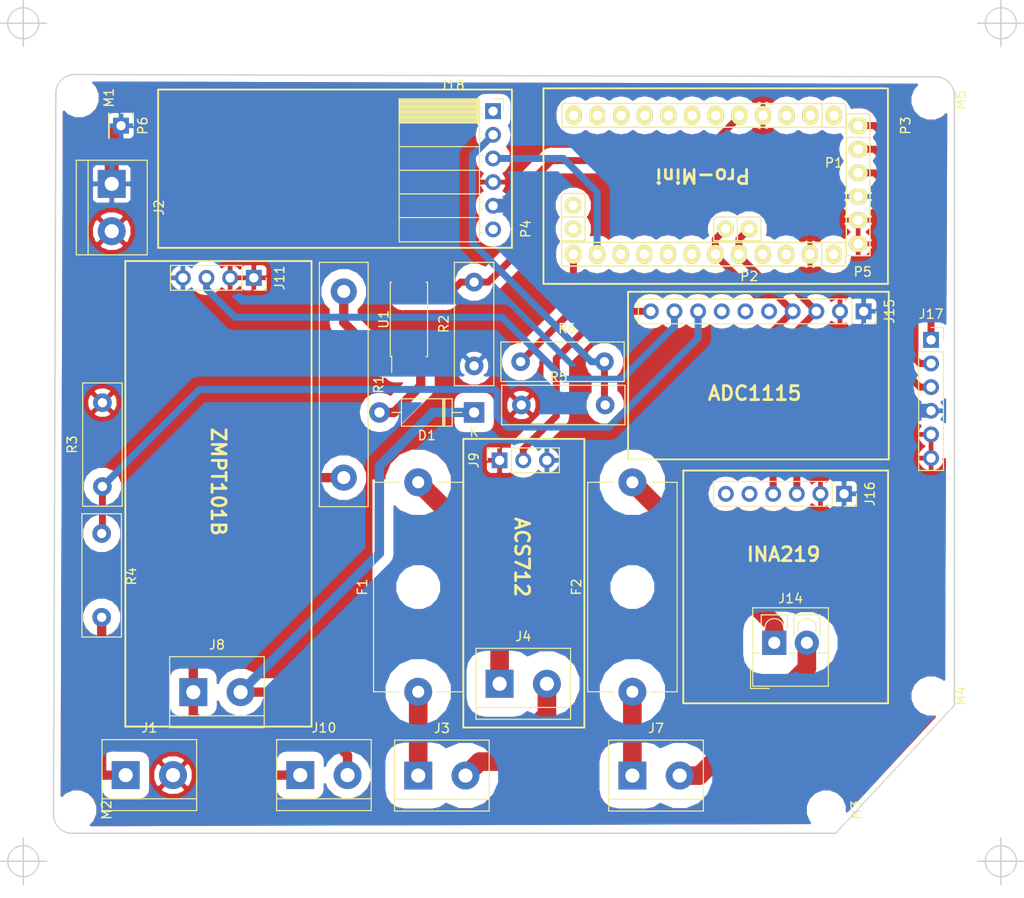
<source format=kicad_pcb>
(kicad_pcb (version 20171130) (host pcbnew 5.0.0-fee4fd1~66~ubuntu18.04.1)

  (general
    (thickness 1.6)
    (drawings 41)
    (tracks 123)
    (zones 0)
    (modules 35)
    (nets 51)
  )

  (page A4)
  (layers
    (0 F.Cu signal)
    (31 B.Cu signal)
    (32 B.Adhes user)
    (33 F.Adhes user)
    (34 B.Paste user)
    (35 F.Paste user)
    (36 B.SilkS user)
    (37 F.SilkS user)
    (38 B.Mask user)
    (39 F.Mask user)
    (40 Dwgs.User user)
    (41 Cmts.User user)
    (42 Eco1.User user)
    (43 Eco2.User user)
    (44 Edge.Cuts user)
    (45 Margin user)
    (46 B.CrtYd user)
    (47 F.CrtYd user)
    (48 B.Fab user)
    (49 F.Fab user)
  )

  (setup
    (last_trace_width 0.75)
    (trace_clearance 0.5)
    (zone_clearance 0.508)
    (zone_45_only yes)
    (trace_min 0.2)
    (segment_width 0.2)
    (edge_width 0.15)
    (via_size 0.8)
    (via_drill 0.4)
    (via_min_size 0.4)
    (via_min_drill 0.3)
    (uvia_size 0.3)
    (uvia_drill 0.1)
    (uvias_allowed no)
    (uvia_min_size 0.2)
    (uvia_min_drill 0.1)
    (pcb_text_width 0.3)
    (pcb_text_size 1.5 1.5)
    (mod_edge_width 0.15)
    (mod_text_size 1 1)
    (mod_text_width 0.15)
    (pad_size 1.7272 2.032)
    (pad_drill 1.016)
    (pad_to_mask_clearance 0.2)
    (aux_axis_origin 0 0)
    (visible_elements FFFFFF7F)
    (pcbplotparams
      (layerselection 0x01000_7fffffff)
      (usegerberextensions false)
      (usegerberattributes false)
      (usegerberadvancedattributes false)
      (creategerberjobfile false)
      (excludeedgelayer false)
      (linewidth 0.100000)
      (plotframeref false)
      (viasonmask false)
      (mode 1)
      (useauxorigin false)
      (hpglpennumber 1)
      (hpglpenspeed 20)
      (hpglpendiameter 15.000000)
      (psnegative false)
      (psa4output false)
      (plotreference true)
      (plotvalue true)
      (plotinvisibletext false)
      (padsonsilk false)
      (subtractmaskfromsilk false)
      (outputformat 4)
      (mirror false)
      (drillshape 1)
      (scaleselection 1)
      (outputdirectory "Plots/"))
  )

  (net 0 "")
  (net 1 "Net-(D1-Pad1)")
  (net 2 "Net-(D1-Pad2)")
  (net 3 "Net-(F1-Pad1)")
  (net 4 "Net-(F1-Pad2)")
  (net 5 /V+)
  (net 6 "Net-(F2-Pad1)")
  (net 7 GND)
  (net 8 "Net-(J1-Pad1)")
  (net 9 "Net-(J3-Pad2)")
  (net 10 /V-)
  (net 11 "Net-(J10-Pad1)")
  (net 12 /A2)
  (net 13 VCC)
  (net 14 /SCL)
  (net 15 /SDA)
  (net 16 "Net-(J15-Pad5)")
  (net 17 "Net-(J15-Pad6)")
  (net 18 /A0)
  (net 19 /A1)
  (net 20 "Net-(J16-Pad5)")
  (net 21 "Net-(J16-Pad6)")
  (net 22 "/0(Rx)")
  (net 23 "/1(Tx)")
  (net 24 /DTR)
  (net 25 "Net-(J18-Pad1)")
  (net 26 /RX)
  (net 27 "/11(**/MOSI)")
  (net 28 "Net-(J18-Pad6)")
  (net 29 "/2(INT0)")
  (net 30 "/10(**/SS)")
  (net 31 "Net-(P1-Pad1)")
  (net 32 "Net-(P1-Pad2)")
  (net 33 /Reset)
  (net 34 "/3(**)")
  (net 35 /4)
  (net 36 "/5(**)")
  (net 37 "/6(**)")
  (net 38 /7)
  (net 39 /8)
  (net 40 "/9(**)")
  (net 41 /A6)
  (net 42 /A7)
  (net 43 "/12(MISO)")
  (net 44 "/13(SCK)")
  (net 45 "Net-(P5-Pad8)")
  (net 46 "Net-(P5-Pad7)")
  (net 47 "Net-(P5-Pad3)")
  (net 48 /RAW)
  (net 49 "Net-(R1-Pad1)")
  (net 50 /A3)

  (net_class Default "This is the default net class."
    (clearance 0.5)
    (trace_width 0.75)
    (via_dia 0.8)
    (via_drill 0.4)
    (uvia_dia 0.3)
    (uvia_drill 0.1)
    (add_net "/0(Rx)")
    (add_net "/1(Tx)")
    (add_net "/10(**/SS)")
    (add_net "/11(**/MOSI)")
    (add_net "/12(MISO)")
    (add_net "/13(SCK)")
    (add_net "/2(INT0)")
    (add_net "/3(**)")
    (add_net /4)
    (add_net "/5(**)")
    (add_net "/6(**)")
    (add_net /7)
    (add_net /8)
    (add_net "/9(**)")
    (add_net /A0)
    (add_net /A1)
    (add_net /A2)
    (add_net /A3)
    (add_net /A6)
    (add_net /A7)
    (add_net /DTR)
    (add_net /RAW)
    (add_net /RX)
    (add_net /Reset)
    (add_net /SCL)
    (add_net /SDA)
    (add_net "Net-(J15-Pad5)")
    (add_net "Net-(J15-Pad6)")
    (add_net "Net-(J16-Pad5)")
    (add_net "Net-(J16-Pad6)")
    (add_net "Net-(J18-Pad1)")
    (add_net "Net-(J18-Pad6)")
    (add_net "Net-(P1-Pad1)")
    (add_net "Net-(P1-Pad2)")
    (add_net "Net-(P5-Pad3)")
    (add_net "Net-(P5-Pad7)")
    (add_net "Net-(P5-Pad8)")
  )

  (net_class "High Current" ""
    (clearance 2)
    (trace_width 2)
    (via_dia 0.8)
    (via_drill 0.4)
    (uvia_dia 0.3)
    (uvia_drill 0.1)
    (add_net /V+)
    (add_net /V-)
    (add_net "Net-(F1-Pad1)")
    (add_net "Net-(F1-Pad2)")
    (add_net "Net-(F2-Pad1)")
    (add_net "Net-(J3-Pad2)")
  )

  (net_class "High Voltage" ""
    (clearance 1)
    (trace_width 1)
    (via_dia 0.8)
    (via_drill 0.4)
    (uvia_dia 0.3)
    (uvia_drill 0.1)
    (add_net "Net-(D1-Pad1)")
    (add_net "Net-(D1-Pad2)")
    (add_net "Net-(J1-Pad1)")
    (add_net "Net-(J10-Pad1)")
    (add_net "Net-(R1-Pad1)")
  )

  (net_class Power ""
    (clearance 1)
    (trace_width 1.5)
    (via_dia 0.8)
    (via_drill 0.4)
    (uvia_dia 0.3)
    (uvia_drill 0.1)
    (add_net GND)
    (add_net VCC)
  )

  (module Resistor_THT:R_Box_L13.0mm_W4.0mm_P9.00mm (layer F.Cu) (tedit 5AE5139B) (tstamp 5BCC2252)
    (at 128.42 86.8 90)
    (descr "Resistor, Box series, Radial, pin pitch=9.00mm, 2W, length*width=13.0*4.0mm^2, http://www.produktinfo.conrad.com/datenblaetter/425000-449999/443860-da-01-de-METALLBAND_WIDERSTAND_0_1_OHM_5W_5Pr.pdf")
    (tags "Resistor Box series Radial pin pitch 9.00mm 2W length 13.0mm width 4.0mm")
    (path /5BBB7C90)
    (fp_text reference R2 (at 4.5 -3.25 90) (layer F.SilkS)
      (effects (font (size 1 1) (thickness 0.15)))
    )
    (fp_text value 10k (at 4.5 3.25 90) (layer F.Fab)
      (effects (font (size 1 1) (thickness 0.15)))
    )
    (fp_text user %R (at 4.5 0 90) (layer F.Fab)
      (effects (font (size 1 1) (thickness 0.15)))
    )
    (fp_line (start 11.25 -2.25) (end -2.25 -2.25) (layer F.CrtYd) (width 0.05))
    (fp_line (start 11.25 2.25) (end 11.25 -2.25) (layer F.CrtYd) (width 0.05))
    (fp_line (start -2.25 2.25) (end 11.25 2.25) (layer F.CrtYd) (width 0.05))
    (fp_line (start -2.25 -2.25) (end -2.25 2.25) (layer F.CrtYd) (width 0.05))
    (fp_line (start 11.12 -2.12) (end 11.12 2.12) (layer F.SilkS) (width 0.12))
    (fp_line (start -2.12 -2.12) (end -2.12 2.12) (layer F.SilkS) (width 0.12))
    (fp_line (start -2.12 2.12) (end 11.12 2.12) (layer F.SilkS) (width 0.12))
    (fp_line (start -2.12 -2.12) (end 11.12 -2.12) (layer F.SilkS) (width 0.12))
    (fp_line (start 11 -2) (end -2 -2) (layer F.Fab) (width 0.1))
    (fp_line (start 11 2) (end 11 -2) (layer F.Fab) (width 0.1))
    (fp_line (start -2 2) (end 11 2) (layer F.Fab) (width 0.1))
    (fp_line (start -2 -2) (end -2 2) (layer F.Fab) (width 0.1))
    (pad 2 thru_hole circle (at 9 0 90) (size 2 2) (drill 1) (layers *.Cu *.Mask)
      (net 29 "/2(INT0)"))
    (pad 1 thru_hole circle (at 0 0 90) (size 2 2) (drill 1) (layers *.Cu *.Mask)
      (net 13 VCC))
    (model ${KISYS3DMOD}/Resistor_THT.3dshapes/R_Box_L13.0mm_W4.0mm_P9.00mm.wrl
      (at (xyz 0 0 0))
      (scale (xyz 1 1 1))
      (rotate (xyz 0 0 0))
    )
  )

  (module Connector_PinSocket_2.54mm:PinSocket_1x06_P2.54mm_Vertical (layer F.Cu) (tedit 5A19A430) (tstamp 5BCD289B)
    (at 177.5 84)
    (descr "Through hole straight socket strip, 1x06, 2.54mm pitch, single row (from Kicad 4.0.7), script generated")
    (tags "Through hole socket strip THT 1x06 2.54mm single row")
    (path /5BEABCDE)
    (fp_text reference J17 (at 0 -2.77) (layer F.SilkS)
      (effects (font (size 1 1) (thickness 0.15)))
    )
    (fp_text value "Header de Programação" (at -2.388 6.608 90) (layer F.Fab)
      (effects (font (size 1 1) (thickness 0.15)))
    )
    (fp_text user %R (at 0 6.35 90) (layer F.Fab)
      (effects (font (size 1 1) (thickness 0.15)))
    )
    (fp_line (start -1.8 14.45) (end -1.8 -1.8) (layer F.CrtYd) (width 0.05))
    (fp_line (start 1.75 14.45) (end -1.8 14.45) (layer F.CrtYd) (width 0.05))
    (fp_line (start 1.75 -1.8) (end 1.75 14.45) (layer F.CrtYd) (width 0.05))
    (fp_line (start -1.8 -1.8) (end 1.75 -1.8) (layer F.CrtYd) (width 0.05))
    (fp_line (start 0 -1.33) (end 1.33 -1.33) (layer F.SilkS) (width 0.12))
    (fp_line (start 1.33 -1.33) (end 1.33 0) (layer F.SilkS) (width 0.12))
    (fp_line (start 1.33 1.27) (end 1.33 14.03) (layer F.SilkS) (width 0.12))
    (fp_line (start -1.33 14.03) (end 1.33 14.03) (layer F.SilkS) (width 0.12))
    (fp_line (start -1.33 1.27) (end -1.33 14.03) (layer F.SilkS) (width 0.12))
    (fp_line (start -1.33 1.27) (end 1.33 1.27) (layer F.SilkS) (width 0.12))
    (fp_line (start -1.27 13.97) (end -1.27 -1.27) (layer F.Fab) (width 0.1))
    (fp_line (start 1.27 13.97) (end -1.27 13.97) (layer F.Fab) (width 0.1))
    (fp_line (start 1.27 -0.635) (end 1.27 13.97) (layer F.Fab) (width 0.1))
    (fp_line (start 0.635 -1.27) (end 1.27 -0.635) (layer F.Fab) (width 0.1))
    (fp_line (start -1.27 -1.27) (end 0.635 -1.27) (layer F.Fab) (width 0.1))
    (pad 6 thru_hole oval (at 0 12.7) (size 1.7 1.7) (drill 1) (layers *.Cu *.Mask)
      (net 7 GND))
    (pad 5 thru_hole oval (at 0 10.16) (size 1.7 1.7) (drill 1) (layers *.Cu *.Mask)
      (net 7 GND))
    (pad 4 thru_hole oval (at 0 7.62) (size 1.7 1.7) (drill 1) (layers *.Cu *.Mask)
      (net 13 VCC))
    (pad 3 thru_hole oval (at 0 5.08) (size 1.7 1.7) (drill 1) (layers *.Cu *.Mask)
      (net 22 "/0(Rx)"))
    (pad 2 thru_hole oval (at 0 2.54) (size 1.7 1.7) (drill 1) (layers *.Cu *.Mask)
      (net 23 "/1(Tx)"))
    (pad 1 thru_hole rect (at 0 0) (size 1.7 1.7) (drill 1) (layers *.Cu *.Mask)
      (net 24 /DTR))
    (model ${KISYS3DMOD}/Connector_PinSocket_2.54mm.3dshapes/PinSocket_1x06_P2.54mm_Vertical.wrl
      (at (xyz 0 0 0))
      (scale (xyz 1 1 1))
      (rotate (xyz 0 0 0))
    )
  )

  (module Socket_Arduino_Pro_Mini:Socket_Strip_Arduino_1x12 (layer F.Cu) (tedit 5BC0F1C6) (tstamp 5BCC22C0)
    (at 167.0288 74.808 180)
    (descr "Through hole socket strip")
    (tags "socket strip")
    (path /5BBE0A0B)
    (fp_text reference P5 (at -3.1312 -1.892 180) (layer F.SilkS)
      (effects (font (size 1 1) (thickness 0.15)))
    )
    (fp_text value Analog (at 1.9488 -1.892 180) (layer F.Fab)
      (effects (font (size 1 1) (thickness 0.15)))
    )
    (fp_line (start 1.27 -1.27) (end -1.27 -1.27) (layer F.SilkS) (width 0.15))
    (fp_line (start -1.27 -1.27) (end -1.27 1.27) (layer F.SilkS) (width 0.15))
    (fp_line (start -1.27 1.27) (end 1.27 1.27) (layer F.SilkS) (width 0.15))
    (fp_line (start -1.75 -1.75) (end -1.75 1.75) (layer F.CrtYd) (width 0.05))
    (fp_line (start 29.7 -1.75) (end 29.7 1.75) (layer F.CrtYd) (width 0.05))
    (fp_line (start -1.75 -1.75) (end 29.7 -1.75) (layer F.CrtYd) (width 0.05))
    (fp_line (start -1.75 1.75) (end 29.7 1.75) (layer F.CrtYd) (width 0.05))
    (fp_line (start 1.27 1.27) (end 29.21 1.27) (layer F.SilkS) (width 0.15))
    (fp_line (start 29.21 1.27) (end 29.21 -1.27) (layer F.SilkS) (width 0.15))
    (fp_line (start 29.21 -1.27) (end 1.27 -1.27) (layer F.SilkS) (width 0.15))
    (fp_line (start 1.27 1.27) (end 1.27 -1.27) (layer F.SilkS) (width 0.15))
    (pad 1 thru_hole oval (at 0 0 180) (size 1.7272 2.032) (drill 1.016) (layers *.Cu *.Mask F.SilkS)
      (net 48 /RAW))
    (pad 2 thru_hole oval (at 2.54 0 180) (size 1.7272 2.032) (drill 1.016) (layers *.Cu *.Mask F.SilkS)
      (net 7 GND))
    (pad 3 thru_hole oval (at 5.08 0 180) (size 1.7272 2.032) (drill 1.016) (layers *.Cu *.Mask F.SilkS)
      (net 47 "Net-(P5-Pad3)"))
    (pad 4 thru_hole oval (at 7.62 0 180) (size 1.7272 2.032) (drill 1.016) (layers *.Cu *.Mask F.SilkS))
    (pad 5 thru_hole oval (at 10.16 0 180) (size 1.7272 2.032) (drill 1.016) (layers *.Cu *.Mask F.SilkS)
      (net 14 /SCL))
    (pad 6 thru_hole oval (at 12.7 0 180) (size 1.7272 2.032) (drill 1.016) (layers *.Cu *.Mask F.SilkS)
      (net 15 /SDA))
    (pad 7 thru_hole oval (at 15.24 0 180) (size 1.7272 2.032) (drill 1.016) (layers *.Cu *.Mask F.SilkS)
      (net 46 "Net-(P5-Pad7)"))
    (pad 8 thru_hole oval (at 17.78 0 180) (size 1.7272 2.032) (drill 1.016) (layers *.Cu *.Mask F.SilkS)
      (net 45 "Net-(P5-Pad8)"))
    (pad 9 thru_hole oval (at 20.32 0 180) (size 1.7272 2.032) (drill 1.016) (layers *.Cu *.Mask F.SilkS)
      (net 44 "/13(SCK)"))
    (pad 10 thru_hole oval (at 22.86 0 180) (size 1.7272 2.032) (drill 1.016) (layers *.Cu *.Mask F.SilkS)
      (net 43 "/12(MISO)"))
    (pad 11 thru_hole oval (at 25.4 0 180) (size 1.7272 2.032) (drill 1.016) (layers *.Cu *.Mask F.SilkS)
      (net 27 "/11(**/MOSI)"))
    (pad 12 thru_hole oval (at 27.94 0 180) (size 1.7272 2.032) (drill 1.016) (layers *.Cu *.Mask F.SilkS)
      (net 30 "/10(**/SS)"))
    (model ${KIPRJMOD}/Socket_Arduino_Pro_Mini.3dshapes/Socket_header_Arduino_1x12.wrl
      (offset (xyz 13.96999979019165 0 0))
      (scale (xyz 1 1 1))
      (rotate (xyz 0 0 180))
    )
  )

  (module TerminalBlock:TerminalBlock_bornier-2_P5.08mm (layer F.Cu) (tedit 59FF03AB) (tstamp 5BCC2526)
    (at 131.16 120.94)
    (descr "simple 2-pin terminal block, pitch 5.08mm, revamped version of bornier2")
    (tags "terminal block bornier2")
    (path /5BC718A4)
    (fp_text reference J4 (at 2.54 -5.08) (layer F.SilkS)
      (effects (font (size 1 1) (thickness 0.15)))
    )
    (fp_text value "Entrada de Corrente Al" (at -2.9 -5.1 90) (layer F.Fab)
      (effects (font (size 1 1) (thickness 0.15)))
    )
    (fp_line (start 7.79 4) (end -2.71 4) (layer F.CrtYd) (width 0.05))
    (fp_line (start 7.79 4) (end 7.79 -4) (layer F.CrtYd) (width 0.05))
    (fp_line (start -2.71 -4) (end -2.71 4) (layer F.CrtYd) (width 0.05))
    (fp_line (start -2.71 -4) (end 7.79 -4) (layer F.CrtYd) (width 0.05))
    (fp_line (start -2.54 3.81) (end 7.62 3.81) (layer F.SilkS) (width 0.12))
    (fp_line (start -2.54 -3.81) (end -2.54 3.81) (layer F.SilkS) (width 0.12))
    (fp_line (start 7.62 -3.81) (end -2.54 -3.81) (layer F.SilkS) (width 0.12))
    (fp_line (start 7.62 3.81) (end 7.62 -3.81) (layer F.SilkS) (width 0.12))
    (fp_line (start 7.62 2.54) (end -2.54 2.54) (layer F.SilkS) (width 0.12))
    (fp_line (start 7.54 -3.75) (end -2.46 -3.75) (layer F.Fab) (width 0.1))
    (fp_line (start 7.54 3.75) (end 7.54 -3.75) (layer F.Fab) (width 0.1))
    (fp_line (start -2.46 3.75) (end 7.54 3.75) (layer F.Fab) (width 0.1))
    (fp_line (start -2.46 -3.75) (end -2.46 3.75) (layer F.Fab) (width 0.1))
    (fp_line (start -2.41 2.55) (end 7.49 2.55) (layer F.Fab) (width 0.1))
    (fp_text user %R (at 2.54 0) (layer F.Fab)
      (effects (font (size 1 1) (thickness 0.15)))
    )
    (pad 2 thru_hole circle (at 5.08 0) (size 3 3) (drill 1.52) (layers *.Cu *.Mask)
      (net 9 "Net-(J3-Pad2)"))
    (pad 1 thru_hole rect (at 0 0) (size 3 3) (drill 1.52) (layers *.Cu *.Mask)
      (net 4 "Net-(F1-Pad2)"))
    (model ${KISYS3DMOD}/TerminalBlock.3dshapes/TerminalBlock_bornier-2_P5.08mm.wrl
      (offset (xyz 2.539999961853027 0 0))
      (scale (xyz 1 1 1))
      (rotate (xyz 0 0 0))
    )
  )

  (module Socket_Arduino_Pro_Mini:Socket_Strip_Arduino_1x06 (layer F.Cu) (tedit 5520198B) (tstamp 5BCC250F)
    (at 169.6688 60.988 270)
    (descr "Through hole socket strip")
    (tags "socket strip")
    (path /5BBE09F0)
    (fp_text reference P3 (at 0 -5.1 270) (layer F.SilkS)
      (effects (font (size 1 1) (thickness 0.15)))
    )
    (fp_text value COM (at 0 -3.1 270) (layer F.Fab)
      (effects (font (size 1 1) (thickness 0.15)))
    )
    (fp_line (start 1.27 1.27) (end 1.27 -1.27) (layer F.SilkS) (width 0.15))
    (fp_line (start 13.97 -1.27) (end 1.27 -1.27) (layer F.SilkS) (width 0.15))
    (fp_line (start 13.97 1.27) (end 13.97 -1.27) (layer F.SilkS) (width 0.15))
    (fp_line (start 1.27 1.27) (end 13.97 1.27) (layer F.SilkS) (width 0.15))
    (fp_line (start -1.75 1.75) (end 14.45 1.75) (layer F.CrtYd) (width 0.05))
    (fp_line (start -1.75 -1.75) (end 14.45 -1.75) (layer F.CrtYd) (width 0.05))
    (fp_line (start 14.45 -1.75) (end 14.45 1.75) (layer F.CrtYd) (width 0.05))
    (fp_line (start -1.75 -1.75) (end -1.75 1.75) (layer F.CrtYd) (width 0.05))
    (fp_line (start -1.27 1.27) (end 1.27 1.27) (layer F.SilkS) (width 0.15))
    (fp_line (start -1.27 -1.27) (end -1.27 1.27) (layer F.SilkS) (width 0.15))
    (fp_line (start 1.27 -1.27) (end -1.27 -1.27) (layer F.SilkS) (width 0.15))
    (pad 6 thru_hole oval (at 12.7 0 270) (size 1.7272 2.032) (drill 1.016) (layers *.Cu *.Mask F.SilkS)
      (net 7 GND))
    (pad 5 thru_hole oval (at 10.16 0 270) (size 1.7272 2.032) (drill 1.016) (layers *.Cu *.Mask F.SilkS)
      (net 7 GND))
    (pad 4 thru_hole oval (at 7.62 0 270) (size 1.7272 2.032) (drill 1.016) (layers *.Cu *.Mask F.SilkS)
      (net 13 VCC))
    (pad 3 thru_hole oval (at 5.08 0 270) (size 1.7272 2.032) (drill 1.016) (layers *.Cu *.Mask F.SilkS)
      (net 22 "/0(Rx)"))
    (pad 2 thru_hole oval (at 2.54 0 270) (size 1.7272 2.032) (drill 1.016) (layers *.Cu *.Mask F.SilkS)
      (net 23 "/1(Tx)"))
    (pad 1 thru_hole oval (at 0 0 270) (size 1.7272 2.032) (drill 1.016) (layers *.Cu *.Mask F.SilkS)
      (net 24 /DTR))
  )

  (module Connector_PinSocket_2.54mm:PinSocket_1x04_P2.54mm_Vertical (layer F.Cu) (tedit 5A19A429) (tstamp 5BCC24F8)
    (at 104.76 77.34 270)
    (descr "Through hole straight socket strip, 1x04, 2.54mm pitch, single row (from Kicad 4.0.7), script generated")
    (tags "Through hole socket strip THT 1x04 2.54mm single row")
    (path /5BC5F27D)
    (fp_text reference J11 (at 0 -2.77 270) (layer F.SilkS)
      (effects (font (size 1 1) (thickness 0.15)))
    )
    (fp_text value "Saida Analógica - Energia (ZMP1101B)" (at 14.6 11.7 270) (layer F.Fab)
      (effects (font (size 1 1) (thickness 0.15)))
    )
    (fp_line (start -1.27 -1.27) (end 0.635 -1.27) (layer F.Fab) (width 0.1))
    (fp_line (start 0.635 -1.27) (end 1.27 -0.635) (layer F.Fab) (width 0.1))
    (fp_line (start 1.27 -0.635) (end 1.27 8.89) (layer F.Fab) (width 0.1))
    (fp_line (start 1.27 8.89) (end -1.27 8.89) (layer F.Fab) (width 0.1))
    (fp_line (start -1.27 8.89) (end -1.27 -1.27) (layer F.Fab) (width 0.1))
    (fp_line (start -1.33 1.27) (end 1.33 1.27) (layer F.SilkS) (width 0.12))
    (fp_line (start -1.33 1.27) (end -1.33 8.95) (layer F.SilkS) (width 0.12))
    (fp_line (start -1.33 8.95) (end 1.33 8.95) (layer F.SilkS) (width 0.12))
    (fp_line (start 1.33 1.27) (end 1.33 8.95) (layer F.SilkS) (width 0.12))
    (fp_line (start 1.33 -1.33) (end 1.33 0) (layer F.SilkS) (width 0.12))
    (fp_line (start 0 -1.33) (end 1.33 -1.33) (layer F.SilkS) (width 0.12))
    (fp_line (start -1.8 -1.8) (end 1.75 -1.8) (layer F.CrtYd) (width 0.05))
    (fp_line (start 1.75 -1.8) (end 1.75 9.4) (layer F.CrtYd) (width 0.05))
    (fp_line (start 1.75 9.4) (end -1.8 9.4) (layer F.CrtYd) (width 0.05))
    (fp_line (start -1.8 9.4) (end -1.8 -1.8) (layer F.CrtYd) (width 0.05))
    (fp_text user %R (at 0 3.81) (layer F.Fab)
      (effects (font (size 1 1) (thickness 0.15)))
    )
    (pad 1 thru_hole rect (at 0 0 270) (size 1.7 1.7) (drill 1) (layers *.Cu *.Mask)
      (net 7 GND))
    (pad 2 thru_hole oval (at 0 2.54 270) (size 1.7 1.7) (drill 1) (layers *.Cu *.Mask)
      (net 7 GND))
    (pad 3 thru_hole oval (at 0 5.08 270) (size 1.7 1.7) (drill 1) (layers *.Cu *.Mask)
      (net 12 /A2))
    (pad 4 thru_hole oval (at 0 7.62 270) (size 1.7 1.7) (drill 1) (layers *.Cu *.Mask)
      (net 13 VCC))
    (model ${KISYS3DMOD}/Connector_PinSocket_2.54mm.3dshapes/PinSocket_1x04_P2.54mm_Vertical.wrl
      (at (xyz 0 0 0))
      (scale (xyz 1 1 1))
      (rotate (xyz 0 0 0))
    )
  )

  (module Socket_Arduino_Pro_Mini:Socket_Strip_Arduino_1x02 (layer F.Cu) (tedit 55200CD7) (tstamp 5BCC24E8)
    (at 157.9688 72.088 180)
    (descr "Through hole socket strip")
    (tags "socket strip")
    (path /5BBE09E2)
    (fp_text reference P2 (at 0 -5.1 180) (layer F.SilkS)
      (effects (font (size 1 1) (thickness 0.15)))
    )
    (fp_text value I2C (at 0 -3.1 180) (layer F.Fab)
      (effects (font (size 1 1) (thickness 0.15)))
    )
    (fp_line (start 3.81 -1.27) (end 3.81 1.27) (layer F.SilkS) (width 0.15))
    (fp_line (start 1.27 -1.27) (end 3.81 -1.27) (layer F.SilkS) (width 0.15))
    (fp_line (start 1.27 1.27) (end 1.27 -1.27) (layer F.SilkS) (width 0.15))
    (fp_line (start -1.75 1.75) (end 4.3 1.75) (layer F.CrtYd) (width 0.05))
    (fp_line (start -1.75 -1.75) (end 4.3 -1.75) (layer F.CrtYd) (width 0.05))
    (fp_line (start 4.3 -1.75) (end 4.3 1.75) (layer F.CrtYd) (width 0.05))
    (fp_line (start -1.75 -1.75) (end -1.75 1.75) (layer F.CrtYd) (width 0.05))
    (fp_line (start 3.81 1.27) (end 1.27 1.27) (layer F.SilkS) (width 0.15))
    (fp_line (start -1.27 1.27) (end 1.27 1.27) (layer F.SilkS) (width 0.15))
    (fp_line (start -1.27 -1.27) (end -1.27 1.27) (layer F.SilkS) (width 0.15))
    (fp_line (start 1.27 -1.27) (end -1.27 -1.27) (layer F.SilkS) (width 0.15))
    (pad 2 thru_hole circle (at 2.54 0 180) (size 1.778 1.778) (drill 1.016) (layers *.Cu *.Mask F.SilkS)
      (net 15 /SDA))
    (pad 1 thru_hole circle (at 0 0 180) (size 1.778 1.778) (drill 1.016) (layers *.Cu *.Mask F.SilkS)
      (net 14 /SCL))
  )

  (module Socket_Arduino_Pro_Mini:Socket_Strip_Arduino_1x12 (layer F.Cu) (tedit 55200754) (tstamp 5BCC24CE)
    (at 167.0688 59.888 180)
    (descr "Through hole socket strip")
    (tags "socket strip")
    (path /5BBE0A04)
    (fp_text reference P1 (at 0 -5.1 180) (layer F.SilkS)
      (effects (font (size 1 1) (thickness 0.15)))
    )
    (fp_text value Digital (at 0 -3.1 180) (layer F.Fab)
      (effects (font (size 1 1) (thickness 0.15)))
    )
    (fp_line (start 1.27 1.27) (end 1.27 -1.27) (layer F.SilkS) (width 0.15))
    (fp_line (start 29.21 -1.27) (end 1.27 -1.27) (layer F.SilkS) (width 0.15))
    (fp_line (start 29.21 1.27) (end 29.21 -1.27) (layer F.SilkS) (width 0.15))
    (fp_line (start 1.27 1.27) (end 29.21 1.27) (layer F.SilkS) (width 0.15))
    (fp_line (start -1.75 1.75) (end 29.7 1.75) (layer F.CrtYd) (width 0.05))
    (fp_line (start -1.75 -1.75) (end 29.7 -1.75) (layer F.CrtYd) (width 0.05))
    (fp_line (start 29.7 -1.75) (end 29.7 1.75) (layer F.CrtYd) (width 0.05))
    (fp_line (start -1.75 -1.75) (end -1.75 1.75) (layer F.CrtYd) (width 0.05))
    (fp_line (start -1.27 1.27) (end 1.27 1.27) (layer F.SilkS) (width 0.15))
    (fp_line (start -1.27 -1.27) (end -1.27 1.27) (layer F.SilkS) (width 0.15))
    (fp_line (start 1.27 -1.27) (end -1.27 -1.27) (layer F.SilkS) (width 0.15))
    (pad 12 thru_hole oval (at 27.94 0 180) (size 1.7272 2.032) (drill 1.016) (layers *.Cu *.Mask F.SilkS)
      (net 40 "/9(**)"))
    (pad 11 thru_hole oval (at 25.4 0 180) (size 1.7272 2.032) (drill 1.016) (layers *.Cu *.Mask F.SilkS)
      (net 39 /8))
    (pad 10 thru_hole oval (at 22.86 0 180) (size 1.7272 2.032) (drill 1.016) (layers *.Cu *.Mask F.SilkS)
      (net 38 /7))
    (pad 9 thru_hole oval (at 20.32 0 180) (size 1.7272 2.032) (drill 1.016) (layers *.Cu *.Mask F.SilkS)
      (net 37 "/6(**)"))
    (pad 8 thru_hole oval (at 17.78 0 180) (size 1.7272 2.032) (drill 1.016) (layers *.Cu *.Mask F.SilkS)
      (net 36 "/5(**)"))
    (pad 7 thru_hole oval (at 15.24 0 180) (size 1.7272 2.032) (drill 1.016) (layers *.Cu *.Mask F.SilkS)
      (net 35 /4))
    (pad 6 thru_hole oval (at 12.7 0 180) (size 1.7272 2.032) (drill 1.016) (layers *.Cu *.Mask F.SilkS)
      (net 34 "/3(**)"))
    (pad 5 thru_hole oval (at 10.16 0 180) (size 1.7272 2.032) (drill 1.016) (layers *.Cu *.Mask F.SilkS)
      (net 29 "/2(INT0)"))
    (pad 4 thru_hole oval (at 7.62 0 180) (size 1.7272 2.032) (drill 1.016) (layers *.Cu *.Mask F.SilkS)
      (net 7 GND))
    (pad 3 thru_hole oval (at 5.08 0 180) (size 1.7272 2.032) (drill 1.016) (layers *.Cu *.Mask F.SilkS)
      (net 33 /Reset))
    (pad 2 thru_hole oval (at 2.54 0 180) (size 1.7272 2.032) (drill 1.016) (layers *.Cu *.Mask F.SilkS)
      (net 32 "Net-(P1-Pad2)"))
    (pad 1 thru_hole oval (at 0 0 180) (size 1.7272 2.032) (drill 1.016) (layers *.Cu *.Mask F.SilkS)
      (net 31 "Net-(P1-Pad1)"))
    (model ${KIPRJMOD}/Socket_Arduino_Pro_Mini.3dshapes/Socket_header_Arduino_1x12.wrl
      (offset (xyz 13.96999979019165 0 0))
      (scale (xyz 1 1 1))
      (rotate (xyz 0 0 180))
    )
  )

  (module Connector_PinSocket_2.54mm:PinSocket_1x06_P2.54mm_Horizontal (layer F.Cu) (tedit 5A19A42D) (tstamp 5BCC247D)
    (at 130.46 59.44)
    (descr "Through hole angled socket strip, 1x06, 2.54mm pitch, 8.51mm socket length, single row (from Kicad 4.0.7), script generated")
    (tags "Through hole angled socket strip THT 1x06 2.54mm single row")
    (path /5BC07A97)
    (fp_text reference J18 (at -4.38 -2.77) (layer F.SilkS)
      (effects (font (size 1 1) (thickness 0.15)))
    )
    (fp_text value "Energia - Serial (HC-05)" (at -11.7 6.5 90) (layer F.Fab)
      (effects (font (size 1 1) (thickness 0.15)))
    )
    (fp_text user %R (at -5.775 6.35 90) (layer F.Fab)
      (effects (font (size 1 1) (thickness 0.15)))
    )
    (fp_line (start 1.75 14.45) (end 1.75 -1.8) (layer F.CrtYd) (width 0.05))
    (fp_line (start -10.55 14.45) (end 1.75 14.45) (layer F.CrtYd) (width 0.05))
    (fp_line (start -10.55 -1.8) (end -10.55 14.45) (layer F.CrtYd) (width 0.05))
    (fp_line (start 1.75 -1.8) (end -10.55 -1.8) (layer F.CrtYd) (width 0.05))
    (fp_line (start 0 -1.33) (end 1.11 -1.33) (layer F.SilkS) (width 0.12))
    (fp_line (start 1.11 -1.33) (end 1.11 0) (layer F.SilkS) (width 0.12))
    (fp_line (start -10.09 -1.33) (end -10.09 14.03) (layer F.SilkS) (width 0.12))
    (fp_line (start -10.09 14.03) (end -1.46 14.03) (layer F.SilkS) (width 0.12))
    (fp_line (start -1.46 -1.33) (end -1.46 14.03) (layer F.SilkS) (width 0.12))
    (fp_line (start -10.09 -1.33) (end -1.46 -1.33) (layer F.SilkS) (width 0.12))
    (fp_line (start -10.09 11.43) (end -1.46 11.43) (layer F.SilkS) (width 0.12))
    (fp_line (start -10.09 8.89) (end -1.46 8.89) (layer F.SilkS) (width 0.12))
    (fp_line (start -10.09 6.35) (end -1.46 6.35) (layer F.SilkS) (width 0.12))
    (fp_line (start -10.09 3.81) (end -1.46 3.81) (layer F.SilkS) (width 0.12))
    (fp_line (start -10.09 1.27) (end -1.46 1.27) (layer F.SilkS) (width 0.12))
    (fp_line (start -1.46 13.06) (end -1.05 13.06) (layer F.SilkS) (width 0.12))
    (fp_line (start -1.46 12.34) (end -1.05 12.34) (layer F.SilkS) (width 0.12))
    (fp_line (start -1.46 10.52) (end -1.05 10.52) (layer F.SilkS) (width 0.12))
    (fp_line (start -1.46 9.8) (end -1.05 9.8) (layer F.SilkS) (width 0.12))
    (fp_line (start -1.46 7.98) (end -1.05 7.98) (layer F.SilkS) (width 0.12))
    (fp_line (start -1.46 7.26) (end -1.05 7.26) (layer F.SilkS) (width 0.12))
    (fp_line (start -1.46 5.44) (end -1.05 5.44) (layer F.SilkS) (width 0.12))
    (fp_line (start -1.46 4.72) (end -1.05 4.72) (layer F.SilkS) (width 0.12))
    (fp_line (start -1.46 2.9) (end -1.05 2.9) (layer F.SilkS) (width 0.12))
    (fp_line (start -1.46 2.18) (end -1.05 2.18) (layer F.SilkS) (width 0.12))
    (fp_line (start -1.46 0.36) (end -1.11 0.36) (layer F.SilkS) (width 0.12))
    (fp_line (start -1.46 -0.36) (end -1.11 -0.36) (layer F.SilkS) (width 0.12))
    (fp_line (start -10.09 1.1519) (end -1.46 1.1519) (layer F.SilkS) (width 0.12))
    (fp_line (start -10.09 1.033805) (end -1.46 1.033805) (layer F.SilkS) (width 0.12))
    (fp_line (start -10.09 0.91571) (end -1.46 0.91571) (layer F.SilkS) (width 0.12))
    (fp_line (start -10.09 0.797615) (end -1.46 0.797615) (layer F.SilkS) (width 0.12))
    (fp_line (start -10.09 0.67952) (end -1.46 0.67952) (layer F.SilkS) (width 0.12))
    (fp_line (start -10.09 0.561425) (end -1.46 0.561425) (layer F.SilkS) (width 0.12))
    (fp_line (start -10.09 0.44333) (end -1.46 0.44333) (layer F.SilkS) (width 0.12))
    (fp_line (start -10.09 0.325235) (end -1.46 0.325235) (layer F.SilkS) (width 0.12))
    (fp_line (start -10.09 0.20714) (end -1.46 0.20714) (layer F.SilkS) (width 0.12))
    (fp_line (start -10.09 0.089045) (end -1.46 0.089045) (layer F.SilkS) (width 0.12))
    (fp_line (start -10.09 -0.02905) (end -1.46 -0.02905) (layer F.SilkS) (width 0.12))
    (fp_line (start -10.09 -0.147145) (end -1.46 -0.147145) (layer F.SilkS) (width 0.12))
    (fp_line (start -10.09 -0.26524) (end -1.46 -0.26524) (layer F.SilkS) (width 0.12))
    (fp_line (start -10.09 -0.383335) (end -1.46 -0.383335) (layer F.SilkS) (width 0.12))
    (fp_line (start -10.09 -0.50143) (end -1.46 -0.50143) (layer F.SilkS) (width 0.12))
    (fp_line (start -10.09 -0.619525) (end -1.46 -0.619525) (layer F.SilkS) (width 0.12))
    (fp_line (start -10.09 -0.73762) (end -1.46 -0.73762) (layer F.SilkS) (width 0.12))
    (fp_line (start -10.09 -0.855715) (end -1.46 -0.855715) (layer F.SilkS) (width 0.12))
    (fp_line (start -10.09 -0.97381) (end -1.46 -0.97381) (layer F.SilkS) (width 0.12))
    (fp_line (start -10.09 -1.091905) (end -1.46 -1.091905) (layer F.SilkS) (width 0.12))
    (fp_line (start -10.09 -1.21) (end -1.46 -1.21) (layer F.SilkS) (width 0.12))
    (fp_line (start 0 13) (end 0 12.4) (layer F.Fab) (width 0.1))
    (fp_line (start -1.52 13) (end 0 13) (layer F.Fab) (width 0.1))
    (fp_line (start 0 12.4) (end -1.52 12.4) (layer F.Fab) (width 0.1))
    (fp_line (start 0 10.46) (end 0 9.86) (layer F.Fab) (width 0.1))
    (fp_line (start -1.52 10.46) (end 0 10.46) (layer F.Fab) (width 0.1))
    (fp_line (start 0 9.86) (end -1.52 9.86) (layer F.Fab) (width 0.1))
    (fp_line (start 0 7.92) (end 0 7.32) (layer F.Fab) (width 0.1))
    (fp_line (start -1.52 7.92) (end 0 7.92) (layer F.Fab) (width 0.1))
    (fp_line (start 0 7.32) (end -1.52 7.32) (layer F.Fab) (width 0.1))
    (fp_line (start 0 5.38) (end 0 4.78) (layer F.Fab) (width 0.1))
    (fp_line (start -1.52 5.38) (end 0 5.38) (layer F.Fab) (width 0.1))
    (fp_line (start 0 4.78) (end -1.52 4.78) (layer F.Fab) (width 0.1))
    (fp_line (start 0 2.84) (end 0 2.24) (layer F.Fab) (width 0.1))
    (fp_line (start -1.52 2.84) (end 0 2.84) (layer F.Fab) (width 0.1))
    (fp_line (start 0 2.24) (end -1.52 2.24) (layer F.Fab) (width 0.1))
    (fp_line (start 0 0.3) (end 0 -0.3) (layer F.Fab) (width 0.1))
    (fp_line (start -1.52 0.3) (end 0 0.3) (layer F.Fab) (width 0.1))
    (fp_line (start 0 -0.3) (end -1.52 -0.3) (layer F.Fab) (width 0.1))
    (fp_line (start -10.03 13.97) (end -10.03 -1.27) (layer F.Fab) (width 0.1))
    (fp_line (start -1.52 13.97) (end -10.03 13.97) (layer F.Fab) (width 0.1))
    (fp_line (start -1.52 -0.3) (end -1.52 13.97) (layer F.Fab) (width 0.1))
    (fp_line (start -2.49 -1.27) (end -1.52 -0.3) (layer F.Fab) (width 0.1))
    (fp_line (start -10.03 -1.27) (end -2.49 -1.27) (layer F.Fab) (width 0.1))
    (pad 6 thru_hole oval (at 0 12.7) (size 1.7 1.7) (drill 1) (layers *.Cu *.Mask)
      (net 28 "Net-(J18-Pad6)"))
    (pad 5 thru_hole oval (at 0 10.16) (size 1.7 1.7) (drill 1) (layers *.Cu *.Mask)
      (net 13 VCC))
    (pad 4 thru_hole oval (at 0 7.62) (size 1.7 1.7) (drill 1) (layers *.Cu *.Mask)
      (net 7 GND))
    (pad 3 thru_hole oval (at 0 5.08) (size 1.7 1.7) (drill 1) (layers *.Cu *.Mask)
      (net 27 "/11(**/MOSI)"))
    (pad 2 thru_hole oval (at 0 2.54) (size 1.7 1.7) (drill 1) (layers *.Cu *.Mask)
      (net 26 /RX))
    (pad 1 thru_hole rect (at 0 0) (size 1.7 1.7) (drill 1) (layers *.Cu *.Mask)
      (net 25 "Net-(J18-Pad1)"))
    (model ${KISYS3DMOD}/Connector_PinSocket_2.54mm.3dshapes/PinSocket_1x06_P2.54mm_Horizontal.wrl
      (at (xyz 0 0 0))
      (scale (xyz 1 1 1))
      (rotate (xyz 0 0 0))
    )
  )

  (module TerminalBlock:TerminalBlock_bornier-2_P5.08mm (layer F.Cu) (tedit 59FF03AB) (tstamp 5BCC2456)
    (at 109.75 130.75)
    (descr "simple 2-pin terminal block, pitch 5.08mm, revamped version of bornier2")
    (tags "terminal block bornier2")
    (path /5BD5ABD5)
    (fp_text reference J10 (at 2.54 -5.08) (layer F.SilkS)
      (effects (font (size 1 1) (thickness 0.15)))
    )
    (fp_text value "Terminal de Alta Tensão (CA)" (at 2.54 5.08) (layer F.Fab)
      (effects (font (size 1 1) (thickness 0.15)))
    )
    (fp_line (start 7.79 4) (end -2.71 4) (layer F.CrtYd) (width 0.05))
    (fp_line (start 7.79 4) (end 7.79 -4) (layer F.CrtYd) (width 0.05))
    (fp_line (start -2.71 -4) (end -2.71 4) (layer F.CrtYd) (width 0.05))
    (fp_line (start -2.71 -4) (end 7.79 -4) (layer F.CrtYd) (width 0.05))
    (fp_line (start -2.54 3.81) (end 7.62 3.81) (layer F.SilkS) (width 0.12))
    (fp_line (start -2.54 -3.81) (end -2.54 3.81) (layer F.SilkS) (width 0.12))
    (fp_line (start 7.62 -3.81) (end -2.54 -3.81) (layer F.SilkS) (width 0.12))
    (fp_line (start 7.62 3.81) (end 7.62 -3.81) (layer F.SilkS) (width 0.12))
    (fp_line (start 7.62 2.54) (end -2.54 2.54) (layer F.SilkS) (width 0.12))
    (fp_line (start 7.54 -3.75) (end -2.46 -3.75) (layer F.Fab) (width 0.1))
    (fp_line (start 7.54 3.75) (end 7.54 -3.75) (layer F.Fab) (width 0.1))
    (fp_line (start -2.46 3.75) (end 7.54 3.75) (layer F.Fab) (width 0.1))
    (fp_line (start -2.46 -3.75) (end -2.46 3.75) (layer F.Fab) (width 0.1))
    (fp_line (start -2.41 2.55) (end 7.49 2.55) (layer F.Fab) (width 0.1))
    (fp_text user %R (at 2.54 0) (layer F.Fab)
      (effects (font (size 1 1) (thickness 0.15)))
    )
    (pad 2 thru_hole circle (at 5.08 0) (size 3 3) (drill 1.52) (layers *.Cu *.Mask)
      (net 1 "Net-(D1-Pad1)"))
    (pad 1 thru_hole rect (at 0 0) (size 3 3) (drill 1.52) (layers *.Cu *.Mask)
      (net 11 "Net-(J10-Pad1)"))
    (model ${KISYS3DMOD}/TerminalBlock.3dshapes/TerminalBlock_bornier-2_P5.08mm.wrl
      (offset (xyz 2.539999961853027 0 0))
      (scale (xyz 1 1 1))
      (rotate (xyz 0 0 0))
    )
  )

  (module Connector_PinSocket_2.54mm:PinSocket_1x03_P2.54mm_Vertical (layer F.Cu) (tedit 5A19A429) (tstamp 5BCC2440)
    (at 131.16 96.94 90)
    (descr "Through hole straight socket strip, 1x03, 2.54mm pitch, single row (from Kicad 4.0.7), script generated")
    (tags "Through hole socket strip THT 1x03 2.54mm single row")
    (path /5BC7179E)
    (fp_text reference J9 (at 0 -2.77 90) (layer F.SilkS)
      (effects (font (size 1 1) (thickness 0.15)))
    )
    (fp_text value "Saída Analógica - Energia (ACS712)" (at -13 7.9 90) (layer F.Fab)
      (effects (font (size 1 1) (thickness 0.15)))
    )
    (fp_text user %R (at 0 2.54 180) (layer F.Fab)
      (effects (font (size 1 1) (thickness 0.15)))
    )
    (fp_line (start -1.8 6.85) (end -1.8 -1.8) (layer F.CrtYd) (width 0.05))
    (fp_line (start 1.75 6.85) (end -1.8 6.85) (layer F.CrtYd) (width 0.05))
    (fp_line (start 1.75 -1.8) (end 1.75 6.85) (layer F.CrtYd) (width 0.05))
    (fp_line (start -1.8 -1.8) (end 1.75 -1.8) (layer F.CrtYd) (width 0.05))
    (fp_line (start 0 -1.33) (end 1.33 -1.33) (layer F.SilkS) (width 0.12))
    (fp_line (start 1.33 -1.33) (end 1.33 0) (layer F.SilkS) (width 0.12))
    (fp_line (start 1.33 1.27) (end 1.33 6.41) (layer F.SilkS) (width 0.12))
    (fp_line (start -1.33 6.41) (end 1.33 6.41) (layer F.SilkS) (width 0.12))
    (fp_line (start -1.33 1.27) (end -1.33 6.41) (layer F.SilkS) (width 0.12))
    (fp_line (start -1.33 1.27) (end 1.33 1.27) (layer F.SilkS) (width 0.12))
    (fp_line (start -1.27 6.35) (end -1.27 -1.27) (layer F.Fab) (width 0.1))
    (fp_line (start 1.27 6.35) (end -1.27 6.35) (layer F.Fab) (width 0.1))
    (fp_line (start 1.27 -0.635) (end 1.27 6.35) (layer F.Fab) (width 0.1))
    (fp_line (start 0.635 -1.27) (end 1.27 -0.635) (layer F.Fab) (width 0.1))
    (fp_line (start -1.27 -1.27) (end 0.635 -1.27) (layer F.Fab) (width 0.1))
    (pad 3 thru_hole oval (at 0 5.08 90) (size 1.7 1.7) (drill 1) (layers *.Cu *.Mask)
      (net 13 VCC))
    (pad 2 thru_hole oval (at 0 2.54 90) (size 1.7 1.7) (drill 1) (layers *.Cu *.Mask)
      (net 50 /A3))
    (pad 1 thru_hole rect (at 0 0 90) (size 1.7 1.7) (drill 1) (layers *.Cu *.Mask)
      (net 7 GND))
    (model ${KISYS3DMOD}/Connector_PinSocket_2.54mm.3dshapes/PinSocket_1x03_P2.54mm_Vertical.wrl
      (at (xyz 0 0 0))
      (scale (xyz 1 1 1))
      (rotate (xyz 0 0 0))
    )
  )

  (module TerminalBlock:TerminalBlock_bornier-2_P5.08mm (layer F.Cu) (tedit 59FF03AB) (tstamp 5BCC242C)
    (at 98.26 121.84)
    (descr "simple 2-pin terminal block, pitch 5.08mm, revamped version of bornier2")
    (tags "terminal block bornier2")
    (path /5BC64B7B)
    (fp_text reference J8 (at 2.54 -5.08) (layer F.SilkS)
      (effects (font (size 1 1) (thickness 0.15)))
    )
    (fp_text value "Entrada de Tensão CA" (at 9.7 -5.9 90) (layer F.Fab)
      (effects (font (size 1 1) (thickness 0.15)))
    )
    (fp_text user %R (at 2.54 0) (layer F.Fab)
      (effects (font (size 1 1) (thickness 0.15)))
    )
    (fp_line (start -2.41 2.55) (end 7.49 2.55) (layer F.Fab) (width 0.1))
    (fp_line (start -2.46 -3.75) (end -2.46 3.75) (layer F.Fab) (width 0.1))
    (fp_line (start -2.46 3.75) (end 7.54 3.75) (layer F.Fab) (width 0.1))
    (fp_line (start 7.54 3.75) (end 7.54 -3.75) (layer F.Fab) (width 0.1))
    (fp_line (start 7.54 -3.75) (end -2.46 -3.75) (layer F.Fab) (width 0.1))
    (fp_line (start 7.62 2.54) (end -2.54 2.54) (layer F.SilkS) (width 0.12))
    (fp_line (start 7.62 3.81) (end 7.62 -3.81) (layer F.SilkS) (width 0.12))
    (fp_line (start 7.62 -3.81) (end -2.54 -3.81) (layer F.SilkS) (width 0.12))
    (fp_line (start -2.54 -3.81) (end -2.54 3.81) (layer F.SilkS) (width 0.12))
    (fp_line (start -2.54 3.81) (end 7.62 3.81) (layer F.SilkS) (width 0.12))
    (fp_line (start -2.71 -4) (end 7.79 -4) (layer F.CrtYd) (width 0.05))
    (fp_line (start -2.71 -4) (end -2.71 4) (layer F.CrtYd) (width 0.05))
    (fp_line (start 7.79 4) (end 7.79 -4) (layer F.CrtYd) (width 0.05))
    (fp_line (start 7.79 4) (end -2.71 4) (layer F.CrtYd) (width 0.05))
    (pad 1 thru_hole rect (at 0 0) (size 3 3) (drill 1.52) (layers *.Cu *.Mask)
      (net 11 "Net-(J10-Pad1)"))
    (pad 2 thru_hole circle (at 5.08 0) (size 3 3) (drill 1.52) (layers *.Cu *.Mask)
      (net 1 "Net-(D1-Pad1)"))
    (model ${KISYS3DMOD}/TerminalBlock.3dshapes/TerminalBlock_bornier-2_P5.08mm.wrl
      (offset (xyz 2.539999961853027 0 0))
      (scale (xyz 1 1 1))
      (rotate (xyz 0 0 0))
    )
  )

  (module Diode_THT:D_DO-41_SOD81_P10.16mm_Horizontal (layer F.Cu) (tedit 5AE50CD5) (tstamp 5BCC240E)
    (at 128.42 91.8 180)
    (descr "Diode, DO-41_SOD81 series, Axial, Horizontal, pin pitch=10.16mm, , length*diameter=5.2*2.7mm^2, , http://www.diodes.com/_files/packages/DO-41%20(Plastic).pdf")
    (tags "Diode DO-41_SOD81 series Axial Horizontal pin pitch 10.16mm  length 5.2mm diameter 2.7mm")
    (path /5BBB5D46)
    (fp_text reference D1 (at 5.08 -2.47 180) (layer F.SilkS)
      (effects (font (size 1 1) (thickness 0.15)))
    )
    (fp_text value 1N4007 (at 5.08 2.47 180) (layer F.Fab)
      (effects (font (size 1 1) (thickness 0.15)))
    )
    (fp_text user K (at 0 -2.1 180) (layer F.SilkS)
      (effects (font (size 1 1) (thickness 0.15)))
    )
    (fp_text user K (at 0 -2.1 180) (layer F.Fab)
      (effects (font (size 1 1) (thickness 0.15)))
    )
    (fp_text user %R (at 5.47 0 180) (layer F.Fab)
      (effects (font (size 1 1) (thickness 0.15)))
    )
    (fp_line (start 11.51 -1.6) (end -1.35 -1.6) (layer F.CrtYd) (width 0.05))
    (fp_line (start 11.51 1.6) (end 11.51 -1.6) (layer F.CrtYd) (width 0.05))
    (fp_line (start -1.35 1.6) (end 11.51 1.6) (layer F.CrtYd) (width 0.05))
    (fp_line (start -1.35 -1.6) (end -1.35 1.6) (layer F.CrtYd) (width 0.05))
    (fp_line (start 3.14 -1.47) (end 3.14 1.47) (layer F.SilkS) (width 0.12))
    (fp_line (start 3.38 -1.47) (end 3.38 1.47) (layer F.SilkS) (width 0.12))
    (fp_line (start 3.26 -1.47) (end 3.26 1.47) (layer F.SilkS) (width 0.12))
    (fp_line (start 8.82 0) (end 7.8 0) (layer F.SilkS) (width 0.12))
    (fp_line (start 1.34 0) (end 2.36 0) (layer F.SilkS) (width 0.12))
    (fp_line (start 7.8 -1.47) (end 2.36 -1.47) (layer F.SilkS) (width 0.12))
    (fp_line (start 7.8 1.47) (end 7.8 -1.47) (layer F.SilkS) (width 0.12))
    (fp_line (start 2.36 1.47) (end 7.8 1.47) (layer F.SilkS) (width 0.12))
    (fp_line (start 2.36 -1.47) (end 2.36 1.47) (layer F.SilkS) (width 0.12))
    (fp_line (start 3.16 -1.35) (end 3.16 1.35) (layer F.Fab) (width 0.1))
    (fp_line (start 3.36 -1.35) (end 3.36 1.35) (layer F.Fab) (width 0.1))
    (fp_line (start 3.26 -1.35) (end 3.26 1.35) (layer F.Fab) (width 0.1))
    (fp_line (start 10.16 0) (end 7.68 0) (layer F.Fab) (width 0.1))
    (fp_line (start 0 0) (end 2.48 0) (layer F.Fab) (width 0.1))
    (fp_line (start 7.68 -1.35) (end 2.48 -1.35) (layer F.Fab) (width 0.1))
    (fp_line (start 7.68 1.35) (end 7.68 -1.35) (layer F.Fab) (width 0.1))
    (fp_line (start 2.48 1.35) (end 7.68 1.35) (layer F.Fab) (width 0.1))
    (fp_line (start 2.48 -1.35) (end 2.48 1.35) (layer F.Fab) (width 0.1))
    (pad 2 thru_hole oval (at 10.16 0 180) (size 2.2 2.2) (drill 1.1) (layers *.Cu *.Mask)
      (net 2 "Net-(D1-Pad2)"))
    (pad 1 thru_hole rect (at 0 0 180) (size 2.2 2.2) (drill 1.1) (layers *.Cu *.Mask)
      (net 1 "Net-(D1-Pad1)"))
    (model ${KISYS3DMOD}/Diode_THT.3dshapes/D_DO-41_SOD81_P10.16mm_Horizontal.wrl
      (at (xyz 0 0 0))
      (scale (xyz 1 1 1))
      (rotate (xyz 0 0 0))
    )
  )

  (module Connector_PinSocket_2.54mm:PinSocket_1x10_P2.54mm_Vertical (layer F.Cu) (tedit 5A19A425) (tstamp 5BCC2AE9)
    (at 170.26 80.94 270)
    (descr "Through hole straight socket strip, 1x10, 2.54mm pitch, single row (from Kicad 4.0.7), script generated")
    (tags "Through hole socket strip THT 1x10 2.54mm single row")
    (path /5BBFBC3E)
    (fp_text reference J15 (at 0 -2.77 270) (layer F.SilkS)
      (effects (font (size 1 1) (thickness 0.15)))
    )
    (fp_text value "I2C - Energia - Entradas (ADC1115)" (at 3 11.2) (layer F.Fab)
      (effects (font (size 1 1) (thickness 0.15)))
    )
    (fp_text user %R (at 0 11.43) (layer F.Fab)
      (effects (font (size 1 1) (thickness 0.15)))
    )
    (fp_line (start -1.8 24.6) (end -1.8 -1.8) (layer F.CrtYd) (width 0.05))
    (fp_line (start 1.75 24.6) (end -1.8 24.6) (layer F.CrtYd) (width 0.05))
    (fp_line (start 1.75 -1.8) (end 1.75 24.6) (layer F.CrtYd) (width 0.05))
    (fp_line (start -1.8 -1.8) (end 1.75 -1.8) (layer F.CrtYd) (width 0.05))
    (fp_line (start 0 -1.33) (end 1.33 -1.33) (layer F.SilkS) (width 0.12))
    (fp_line (start 1.33 -1.33) (end 1.33 0) (layer F.SilkS) (width 0.12))
    (fp_line (start 1.33 1.27) (end 1.33 24.19) (layer F.SilkS) (width 0.12))
    (fp_line (start -1.33 24.19) (end 1.33 24.19) (layer F.SilkS) (width 0.12))
    (fp_line (start -1.33 1.27) (end -1.33 24.19) (layer F.SilkS) (width 0.12))
    (fp_line (start -1.33 1.27) (end 1.33 1.27) (layer F.SilkS) (width 0.12))
    (fp_line (start -1.27 24.13) (end -1.27 -1.27) (layer F.Fab) (width 0.1))
    (fp_line (start 1.27 24.13) (end -1.27 24.13) (layer F.Fab) (width 0.1))
    (fp_line (start 1.27 -0.635) (end 1.27 24.13) (layer F.Fab) (width 0.1))
    (fp_line (start 0.635 -1.27) (end 1.27 -0.635) (layer F.Fab) (width 0.1))
    (fp_line (start -1.27 -1.27) (end 0.635 -1.27) (layer F.Fab) (width 0.1))
    (pad 10 thru_hole oval (at 0 22.86 270) (size 1.7 1.7) (drill 1) (layers *.Cu *.Mask)
      (net 50 /A3))
    (pad 9 thru_hole oval (at 0 20.32 270) (size 1.7 1.7) (drill 1) (layers *.Cu *.Mask)
      (net 12 /A2))
    (pad 8 thru_hole oval (at 0 17.78 270) (size 1.7 1.7) (drill 1) (layers *.Cu *.Mask)
      (net 19 /A1))
    (pad 7 thru_hole oval (at 0 15.24 270) (size 1.7 1.7) (drill 1) (layers *.Cu *.Mask)
      (net 18 /A0))
    (pad 6 thru_hole oval (at 0 12.7 270) (size 1.7 1.7) (drill 1) (layers *.Cu *.Mask)
      (net 17 "Net-(J15-Pad6)"))
    (pad 5 thru_hole oval (at 0 10.16 270) (size 1.7 1.7) (drill 1) (layers *.Cu *.Mask)
      (net 16 "Net-(J15-Pad5)"))
    (pad 4 thru_hole oval (at 0 7.62 270) (size 1.7 1.7) (drill 1) (layers *.Cu *.Mask)
      (net 15 /SDA))
    (pad 3 thru_hole oval (at 0 5.08 270) (size 1.7 1.7) (drill 1) (layers *.Cu *.Mask)
      (net 14 /SCL))
    (pad 2 thru_hole oval (at 0 2.54 270) (size 1.7 1.7) (drill 1) (layers *.Cu *.Mask)
      (net 7 GND))
    (pad 1 thru_hole rect (at 0 0 270) (size 1.7 1.7) (drill 1) (layers *.Cu *.Mask)
      (net 13 VCC))
    (model ${KISYS3DMOD}/Connector_PinSocket_2.54mm.3dshapes/PinSocket_1x10_P2.54mm_Vertical.wrl
      (at (xyz 0 0 0))
      (scale (xyz 1 1 1))
      (rotate (xyz 0 0 0))
    )
  )

  (module Fuse:Fuseholder_Cylinder-5x20mm_Schurter_0031_8201_Horizontal_Open (layer F.Cu) (tedit 5A1C8BA4) (tstamp 5BCC360F)
    (at 122.42 121.8 90)
    (descr http://www.schurter.com/var/schurter/storage/ilcatalogue/files/document/datasheet/en/pdf/typ_OGN.pdf)
    (tags "Fuseholder horizontal open 5x20 Schurter 0031.8201")
    (path /5BED4271)
    (fp_text reference F1 (at 11.25 -6 90) (layer F.SilkS)
      (effects (font (size 1 1) (thickness 0.15)))
    )
    (fp_text value "HC Fuse" (at 11.25 6 90) (layer F.Fab)
      (effects (font (size 1 1) (thickness 0.15)))
    )
    (fp_arc (start 0 0) (end -0.25 1.95) (angle 165.3) (layer F.CrtYd) (width 0.05))
    (fp_arc (start 22.5 0) (end 22.75 -1.95) (angle 165.3) (layer F.CrtYd) (width 0.05))
    (fp_line (start 0 4.8) (end 0 2) (layer F.SilkS) (width 0.12))
    (fp_line (start 22.75 1.95) (end 22.75 5.05) (layer F.CrtYd) (width 0.05))
    (fp_line (start 22.75 -1.95) (end 22.75 -5.05) (layer F.CrtYd) (width 0.05))
    (fp_line (start -0.25 -1.95) (end -0.25 -5.05) (layer F.CrtYd) (width 0.05))
    (fp_line (start 0 4.8) (end 22.5 4.8) (layer F.SilkS) (width 0.12))
    (fp_line (start -0.25 -5.05) (end 22.75 -5.05) (layer F.CrtYd) (width 0.05))
    (fp_line (start 22.75 5.05) (end -0.25 5.05) (layer F.CrtYd) (width 0.05))
    (fp_line (start 0 -4.8) (end 22.5 -4.8) (layer F.SilkS) (width 0.12))
    (fp_line (start 0 -2) (end 0 -4.8) (layer F.SilkS) (width 0.12))
    (fp_line (start 22.5 -2) (end 22.5 -4.8) (layer F.SilkS) (width 0.12))
    (fp_line (start 22.5 4.8) (end 22.5 2) (layer F.SilkS) (width 0.12))
    (fp_line (start -0.25 5.05) (end -0.25 1.95) (layer F.CrtYd) (width 0.05))
    (fp_line (start 22.4 -4.7) (end 0.1 -4.7) (layer F.Fab) (width 0.1))
    (fp_line (start 22.4 4.7) (end 22.4 -4.7) (layer F.Fab) (width 0.1))
    (fp_line (start 0.1 4.7) (end 22.4 4.7) (layer F.Fab) (width 0.1))
    (fp_line (start 0.1 -4.7) (end 0.1 4.7) (layer F.Fab) (width 0.1))
    (fp_text user %R (at 11.25 4 90) (layer F.Fab)
      (effects (font (size 1 1) (thickness 0.15)))
    )
    (pad "" np_thru_hole circle (at 11.25 0 90) (size 2.7 2.7) (drill 2.7) (layers *.Cu *.Mask))
    (pad 2 thru_hole circle (at 22.5 0 90) (size 3 3) (drill 1.3) (layers *.Cu *.Mask)
      (net 4 "Net-(F1-Pad2)"))
    (pad 1 thru_hole circle (at 0 0 90) (size 3 3) (drill 1.3) (layers *.Cu *.Mask)
      (net 3 "Net-(F1-Pad1)"))
    (model ${KISYS3DMOD}/Fuse.3dshapes/Fuseholder_Cylinder-5x20mm_Schurter_0031_8201_Horizontal_Open.wrl
      (at (xyz 0 0 0))
      (scale (xyz 1 1 1))
      (rotate (xyz 0 0 0))
    )
  )

  (module Fuse:Fuseholder_Cylinder-5x20mm_Schurter_0031_8201_Horizontal_Open (layer F.Cu) (tedit 5A1C8BA4) (tstamp 5BCC2386)
    (at 145.42 121.8 90)
    (descr http://www.schurter.com/var/schurter/storage/ilcatalogue/files/document/datasheet/en/pdf/typ_OGN.pdf)
    (tags "Fuseholder horizontal open 5x20 Schurter 0031.8201")
    (path /5BED44D8)
    (fp_text reference F2 (at 11.25 -6 90) (layer F.SilkS)
      (effects (font (size 1 1) (thickness 0.15)))
    )
    (fp_text value "LC Fuse" (at 11.25 6 90) (layer F.Fab)
      (effects (font (size 1 1) (thickness 0.15)))
    )
    (fp_text user %R (at 11.25 4 90) (layer F.Fab)
      (effects (font (size 1 1) (thickness 0.15)))
    )
    (fp_line (start 0.1 -4.7) (end 0.1 4.7) (layer F.Fab) (width 0.1))
    (fp_line (start 0.1 4.7) (end 22.4 4.7) (layer F.Fab) (width 0.1))
    (fp_line (start 22.4 4.7) (end 22.4 -4.7) (layer F.Fab) (width 0.1))
    (fp_line (start 22.4 -4.7) (end 0.1 -4.7) (layer F.Fab) (width 0.1))
    (fp_line (start -0.25 5.05) (end -0.25 1.95) (layer F.CrtYd) (width 0.05))
    (fp_line (start 22.5 4.8) (end 22.5 2) (layer F.SilkS) (width 0.12))
    (fp_line (start 22.5 -2) (end 22.5 -4.8) (layer F.SilkS) (width 0.12))
    (fp_line (start 0 -2) (end 0 -4.8) (layer F.SilkS) (width 0.12))
    (fp_line (start 0 -4.8) (end 22.5 -4.8) (layer F.SilkS) (width 0.12))
    (fp_line (start 22.75 5.05) (end -0.25 5.05) (layer F.CrtYd) (width 0.05))
    (fp_line (start -0.25 -5.05) (end 22.75 -5.05) (layer F.CrtYd) (width 0.05))
    (fp_line (start 0 4.8) (end 22.5 4.8) (layer F.SilkS) (width 0.12))
    (fp_line (start -0.25 -1.95) (end -0.25 -5.05) (layer F.CrtYd) (width 0.05))
    (fp_line (start 22.75 -1.95) (end 22.75 -5.05) (layer F.CrtYd) (width 0.05))
    (fp_line (start 22.75 1.95) (end 22.75 5.05) (layer F.CrtYd) (width 0.05))
    (fp_line (start 0 4.8) (end 0 2) (layer F.SilkS) (width 0.12))
    (fp_arc (start 22.5 0) (end 22.75 -1.95) (angle 165.3) (layer F.CrtYd) (width 0.05))
    (fp_arc (start 0 0) (end -0.25 1.95) (angle 165.3) (layer F.CrtYd) (width 0.05))
    (pad 1 thru_hole circle (at 0 0 90) (size 3 3) (drill 1.3) (layers *.Cu *.Mask)
      (net 6 "Net-(F2-Pad1)"))
    (pad 2 thru_hole circle (at 22.5 0 90) (size 3 3) (drill 1.3) (layers *.Cu *.Mask)
      (net 5 /V+))
    (pad "" np_thru_hole circle (at 11.25 0 90) (size 2.7 2.7) (drill 2.7) (layers *.Cu *.Mask))
    (model ${KISYS3DMOD}/Fuse.3dshapes/Fuseholder_Cylinder-5x20mm_Schurter_0031_8201_Horizontal_Open.wrl
      (at (xyz 0 0 0))
      (scale (xyz 1 1 1))
      (rotate (xyz 0 0 0))
    )
  )

  (module TerminalBlock_4Ucon:TerminalBlock_4Ucon_1x02_P3.50mm_Vertical (layer F.Cu) (tedit 5B294E7F) (tstamp 5BCC2357)
    (at 160.66 116.54)
    (descr "Terminal Block 4Ucon ItemNo. 10693, vertical (cable from top), 2 pins, pitch 3.5mm, size 8x8.3mm^2, drill diamater 1.3mm, pad diameter 2.6mm, see http://www.4uconnector.com/online/object/4udrawing/10693.pdf, script-generated with , script-generated using https://github.com/pointhi/kicad-footprint-generator/scripts/TerminalBlock_4Ucon")
    (tags "THT Terminal Block 4Ucon ItemNo. 10693 vertical pitch 3.5mm size 8x8.3mm^2 drill 1.3mm pad 2.6mm")
    (path /5BBE5FDD)
    (fp_text reference J14 (at 1.75 -4.76) (layer F.SilkS)
      (effects (font (size 1 1) (thickness 0.15)))
    )
    (fp_text value "Entrada de Corrente Bx" (at 1.75 5.66) (layer F.Fab)
      (effects (font (size 1 1) (thickness 0.15)))
    )
    (fp_text user %R (at 1.75 3.45) (layer F.Fab)
      (effects (font (size 1 1) (thickness 0.15)))
    )
    (fp_line (start 6.25 -4.2) (end -2.75 -4.2) (layer F.CrtYd) (width 0.05))
    (fp_line (start 6.25 5.11) (end 6.25 -4.2) (layer F.CrtYd) (width 0.05))
    (fp_line (start -2.75 5.11) (end 6.25 5.11) (layer F.CrtYd) (width 0.05))
    (fp_line (start -2.75 -4.2) (end -2.75 5.11) (layer F.CrtYd) (width 0.05))
    (fp_line (start -2.55 4.9) (end -0.55 4.9) (layer F.SilkS) (width 0.12))
    (fp_line (start -2.55 2.66) (end -2.55 4.9) (layer F.SilkS) (width 0.12))
    (fp_line (start 4.9 -3) (end 2.1 -3) (layer F.Fab) (width 0.1))
    (fp_line (start 4.9 0.75) (end 4.9 -3) (layer F.Fab) (width 0.1))
    (fp_line (start 2.1 0.75) (end 4.9 0.75) (layer F.Fab) (width 0.1))
    (fp_line (start 2.1 -3) (end 2.1 0.75) (layer F.Fab) (width 0.1))
    (fp_line (start 4.9 0.689) (end 4.9 0.75) (layer F.SilkS) (width 0.12))
    (fp_line (start 4.9 -3) (end 4.9 -0.689) (layer F.SilkS) (width 0.12))
    (fp_line (start 2.1 0.689) (end 2.1 0.75) (layer F.SilkS) (width 0.12))
    (fp_line (start 2.1 -3) (end 2.1 -0.689) (layer F.SilkS) (width 0.12))
    (fp_line (start 4.9 0.75) (end 4.9 0.75) (layer F.SilkS) (width 0.12))
    (fp_line (start 2.1 0.75) (end 2.101 0.75) (layer F.SilkS) (width 0.12))
    (fp_line (start 2.1 -3) (end 4.9 -3) (layer F.SilkS) (width 0.12))
    (fp_line (start 1.4 -3) (end -1.4 -3) (layer F.Fab) (width 0.1))
    (fp_line (start 1.4 0.75) (end 1.4 -3) (layer F.Fab) (width 0.1))
    (fp_line (start -1.4 0.75) (end 1.4 0.75) (layer F.Fab) (width 0.1))
    (fp_line (start -1.4 -3) (end -1.4 0.75) (layer F.Fab) (width 0.1))
    (fp_line (start 1.4 -3) (end 1.4 -1.54) (layer F.SilkS) (width 0.12))
    (fp_line (start -1.4 -3) (end -1.4 -1.54) (layer F.SilkS) (width 0.12))
    (fp_line (start -1.4 -3) (end 1.4 -3) (layer F.SilkS) (width 0.12))
    (fp_line (start 5.81 -3.76) (end 5.81 4.66) (layer F.SilkS) (width 0.12))
    (fp_line (start -2.31 -3.76) (end -2.31 4.66) (layer F.SilkS) (width 0.12))
    (fp_line (start -2.31 4.66) (end 5.81 4.66) (layer F.SilkS) (width 0.12))
    (fp_line (start -2.31 -3.76) (end 5.81 -3.76) (layer F.SilkS) (width 0.12))
    (fp_line (start 4.634 1.101) (end 5.81 1.101) (layer F.SilkS) (width 0.12))
    (fp_line (start 1.54 1.101) (end 2.367 1.101) (layer F.SilkS) (width 0.12))
    (fp_line (start -2.31 1.101) (end -1.54 1.101) (layer F.SilkS) (width 0.12))
    (fp_line (start -2.25 1.1) (end 5.75 1.1) (layer F.Fab) (width 0.1))
    (fp_line (start -2.25 2.6) (end -2.25 -3.7) (layer F.Fab) (width 0.1))
    (fp_line (start -0.25 4.6) (end -2.25 2.6) (layer F.Fab) (width 0.1))
    (fp_line (start 5.75 4.6) (end -0.25 4.6) (layer F.Fab) (width 0.1))
    (fp_line (start 5.75 -3.7) (end 5.75 4.6) (layer F.Fab) (width 0.1))
    (fp_line (start -2.25 -3.7) (end 5.75 -3.7) (layer F.Fab) (width 0.1))
    (fp_circle (center 3.5 -1.6) (end 4.5 -1.6) (layer F.Fab) (width 0.1))
    (fp_circle (center 0 -1.6) (end 1 -1.6) (layer F.Fab) (width 0.1))
    (fp_arc (start 3.5 -1.6) (end 4.44 -1.258) (angle -220) (layer F.SilkS) (width 0.12))
    (fp_arc (start 0 -1.6) (end 0.998 -1.531) (angle -188) (layer F.SilkS) (width 0.12))
    (pad 2 thru_hole circle (at 3.5 0) (size 2.6 2.6) (drill 1.3) (layers *.Cu *.Mask)
      (net 10 /V-))
    (pad 1 thru_hole rect (at 0 0) (size 2.6 2.6) (drill 1.3) (layers *.Cu *.Mask)
      (net 5 /V+))
    (model ${KISYS3DMOD}/TerminalBlock_4Ucon.3dshapes/TerminalBlock_4Ucon_1x02_P3.50mm_Vertical.wrl
      (at (xyz 0 0 0))
      (scale (xyz 1 1 1))
      (rotate (xyz 0 0 0))
    )
  )

  (module TerminalBlock:TerminalBlock_bornier-2_P5.08mm (layer F.Cu) (tedit 59FF03AB) (tstamp 5BCC2335)
    (at 145.42 130.8)
    (descr "simple 2-pin terminal block, pitch 5.08mm, revamped version of bornier2")
    (tags "terminal block bornier2")
    (path /5BBF9352)
    (fp_text reference J7 (at 2.54 -5.08) (layer F.SilkS)
      (effects (font (size 1 1) (thickness 0.15)))
    )
    (fp_text value "Terminal de Corrente Baixa" (at 2.54 5.08) (layer F.Fab)
      (effects (font (size 1 1) (thickness 0.15)))
    )
    (fp_line (start 7.79 4) (end -2.71 4) (layer F.CrtYd) (width 0.05))
    (fp_line (start 7.79 4) (end 7.79 -4) (layer F.CrtYd) (width 0.05))
    (fp_line (start -2.71 -4) (end -2.71 4) (layer F.CrtYd) (width 0.05))
    (fp_line (start -2.71 -4) (end 7.79 -4) (layer F.CrtYd) (width 0.05))
    (fp_line (start -2.54 3.81) (end 7.62 3.81) (layer F.SilkS) (width 0.12))
    (fp_line (start -2.54 -3.81) (end -2.54 3.81) (layer F.SilkS) (width 0.12))
    (fp_line (start 7.62 -3.81) (end -2.54 -3.81) (layer F.SilkS) (width 0.12))
    (fp_line (start 7.62 3.81) (end 7.62 -3.81) (layer F.SilkS) (width 0.12))
    (fp_line (start 7.62 2.54) (end -2.54 2.54) (layer F.SilkS) (width 0.12))
    (fp_line (start 7.54 -3.75) (end -2.46 -3.75) (layer F.Fab) (width 0.1))
    (fp_line (start 7.54 3.75) (end 7.54 -3.75) (layer F.Fab) (width 0.1))
    (fp_line (start -2.46 3.75) (end 7.54 3.75) (layer F.Fab) (width 0.1))
    (fp_line (start -2.46 -3.75) (end -2.46 3.75) (layer F.Fab) (width 0.1))
    (fp_line (start -2.41 2.55) (end 7.49 2.55) (layer F.Fab) (width 0.1))
    (fp_text user %R (at 2.54 0) (layer F.Fab)
      (effects (font (size 1 1) (thickness 0.15)))
    )
    (pad 2 thru_hole circle (at 5.08 0) (size 3 3) (drill 1.52) (layers *.Cu *.Mask)
      (net 10 /V-))
    (pad 1 thru_hole rect (at 0 0) (size 3 3) (drill 1.52) (layers *.Cu *.Mask)
      (net 6 "Net-(F2-Pad1)"))
    (model ${KISYS3DMOD}/TerminalBlock.3dshapes/TerminalBlock_bornier-2_P5.08mm.wrl
      (offset (xyz 2.539999961853027 0 0))
      (scale (xyz 1 1 1))
      (rotate (xyz 0 0 0))
    )
  )

  (module Connector_PinSocket_2.54mm:PinSocket_1x06_P2.54mm_Vertical (layer F.Cu) (tedit 5A19A430) (tstamp 5BCC231A)
    (at 168.16 100.54 270)
    (descr "Through hole straight socket strip, 1x06, 2.54mm pitch, single row (from Kicad 4.0.7), script generated")
    (tags "Through hole socket strip THT 1x06 2.54mm single row")
    (path /5BBE5E59)
    (fp_text reference J16 (at 0 -2.77 270) (layer F.SilkS)
      (effects (font (size 1 1) (thickness 0.15)))
    )
    (fp_text value "I2C - Energia (INA219)" (at 7.5 16 270) (layer F.Fab)
      (effects (font (size 1 1) (thickness 0.15)))
    )
    (fp_text user %R (at 0 6.35) (layer F.Fab)
      (effects (font (size 1 1) (thickness 0.15)))
    )
    (fp_line (start -1.8 14.45) (end -1.8 -1.8) (layer F.CrtYd) (width 0.05))
    (fp_line (start 1.75 14.45) (end -1.8 14.45) (layer F.CrtYd) (width 0.05))
    (fp_line (start 1.75 -1.8) (end 1.75 14.45) (layer F.CrtYd) (width 0.05))
    (fp_line (start -1.8 -1.8) (end 1.75 -1.8) (layer F.CrtYd) (width 0.05))
    (fp_line (start 0 -1.33) (end 1.33 -1.33) (layer F.SilkS) (width 0.12))
    (fp_line (start 1.33 -1.33) (end 1.33 0) (layer F.SilkS) (width 0.12))
    (fp_line (start 1.33 1.27) (end 1.33 14.03) (layer F.SilkS) (width 0.12))
    (fp_line (start -1.33 14.03) (end 1.33 14.03) (layer F.SilkS) (width 0.12))
    (fp_line (start -1.33 1.27) (end -1.33 14.03) (layer F.SilkS) (width 0.12))
    (fp_line (start -1.33 1.27) (end 1.33 1.27) (layer F.SilkS) (width 0.12))
    (fp_line (start -1.27 13.97) (end -1.27 -1.27) (layer F.Fab) (width 0.1))
    (fp_line (start 1.27 13.97) (end -1.27 13.97) (layer F.Fab) (width 0.1))
    (fp_line (start 1.27 -0.635) (end 1.27 13.97) (layer F.Fab) (width 0.1))
    (fp_line (start 0.635 -1.27) (end 1.27 -0.635) (layer F.Fab) (width 0.1))
    (fp_line (start -1.27 -1.27) (end 0.635 -1.27) (layer F.Fab) (width 0.1))
    (pad 6 thru_hole oval (at 0 12.7 270) (size 1.7 1.7) (drill 1) (layers *.Cu *.Mask)
      (net 21 "Net-(J16-Pad6)"))
    (pad 5 thru_hole oval (at 0 10.16 270) (size 1.7 1.7) (drill 1) (layers *.Cu *.Mask)
      (net 20 "Net-(J16-Pad5)"))
    (pad 4 thru_hole oval (at 0 7.62 270) (size 1.7 1.7) (drill 1) (layers *.Cu *.Mask)
      (net 15 /SDA))
    (pad 3 thru_hole oval (at 0 5.08 270) (size 1.7 1.7) (drill 1) (layers *.Cu *.Mask)
      (net 14 /SCL))
    (pad 2 thru_hole oval (at 0 2.54 270) (size 1.7 1.7) (drill 1) (layers *.Cu *.Mask)
      (net 7 GND))
    (pad 1 thru_hole rect (at 0 0 270) (size 1.7 1.7) (drill 1) (layers *.Cu *.Mask)
      (net 13 VCC))
    (model ${KISYS3DMOD}/Connector_PinSocket_2.54mm.3dshapes/PinSocket_1x06_P2.54mm_Vertical.wrl
      (at (xyz 0 0 0))
      (scale (xyz 1 1 1))
      (rotate (xyz 0 0 0))
    )
  )

  (module Resistor_THT:R_Box_L13.0mm_W4.0mm_P9.00mm (layer F.Cu) (tedit 5AE5139B) (tstamp 5BCC2C8E)
    (at 133.42 86.3505)
    (descr "Resistor, Box series, Radial, pin pitch=9.00mm, 2W, length*width=13.0*4.0mm^2, http://www.produktinfo.conrad.com/datenblaetter/425000-449999/443860-da-01-de-METALLBAND_WIDERSTAND_0_1_OHM_5W_5Pr.pdf")
    (tags "Resistor Box series Radial pin pitch 9.00mm 2W length 13.0mm width 4.0mm")
    (path /5BC13FFA)
    (fp_text reference R6 (at 5 -3.5505) (layer F.SilkS)
      (effects (font (size 1 1) (thickness 0.15)))
    )
    (fp_text value 1k (at 7 -3.5505) (layer F.Fab)
      (effects (font (size 1 1) (thickness 0.15)))
    )
    (fp_line (start -2 -2) (end -2 2) (layer F.Fab) (width 0.1))
    (fp_line (start -2 2) (end 11 2) (layer F.Fab) (width 0.1))
    (fp_line (start 11 2) (end 11 -2) (layer F.Fab) (width 0.1))
    (fp_line (start 11 -2) (end -2 -2) (layer F.Fab) (width 0.1))
    (fp_line (start -2.12 -2.12) (end 11.12 -2.12) (layer F.SilkS) (width 0.12))
    (fp_line (start -2.12 2.12) (end 11.12 2.12) (layer F.SilkS) (width 0.12))
    (fp_line (start -2.12 -2.12) (end -2.12 2.12) (layer F.SilkS) (width 0.12))
    (fp_line (start 11.12 -2.12) (end 11.12 2.12) (layer F.SilkS) (width 0.12))
    (fp_line (start -2.25 -2.25) (end -2.25 2.25) (layer F.CrtYd) (width 0.05))
    (fp_line (start -2.25 2.25) (end 11.25 2.25) (layer F.CrtYd) (width 0.05))
    (fp_line (start 11.25 2.25) (end 11.25 -2.25) (layer F.CrtYd) (width 0.05))
    (fp_line (start 11.25 -2.25) (end -2.25 -2.25) (layer F.CrtYd) (width 0.05))
    (fp_text user %R (at 4.5 0.1) (layer F.Fab)
      (effects (font (size 1 1) (thickness 0.15)))
    )
    (pad 1 thru_hole circle (at 0 0) (size 2 2) (drill 1) (layers *.Cu *.Mask)
      (net 30 "/10(**/SS)"))
    (pad 2 thru_hole circle (at 9 0) (size 2 2) (drill 1) (layers *.Cu *.Mask)
      (net 26 /RX))
    (model ${KISYS3DMOD}/Resistor_THT.3dshapes/R_Box_L13.0mm_W4.0mm_P9.00mm.wrl
      (at (xyz 0 0 0))
      (scale (xyz 1 1 1))
      (rotate (xyz 0 0 0))
    )
  )

  (module Resistor_THT:R_Box_L26.0mm_W5.0mm_P20.00mm (layer F.Cu) (tedit 5AE5139B) (tstamp 5BCC22F3)
    (at 114.42 78.8 270)
    (descr "Resistor, Box series, Radial, pin pitch=20.00mm, 10W, length*width=26.0*5.0mm^2, http://www.produktinfo.conrad.com/datenblaetter/425000-449999/443860-da-01-de-METALLBAND_WIDERSTAND_0_1_OHM_5W_5Pr.pdf")
    (tags "Resistor Box series Radial pin pitch 20.00mm 10W length 26.0mm width 5.0mm")
    (path /5BBB7B94)
    (fp_text reference R1 (at 10 -3.75 270) (layer F.SilkS)
      (effects (font (size 1 1) (thickness 0.15)))
    )
    (fp_text value 47k (at 10 3.75 270) (layer F.Fab)
      (effects (font (size 1 1) (thickness 0.15)))
    )
    (fp_text user %R (at 10 0 270) (layer F.Fab)
      (effects (font (size 1 1) (thickness 0.15)))
    )
    (fp_line (start 23.25 -2.75) (end -3.25 -2.75) (layer F.CrtYd) (width 0.05))
    (fp_line (start 23.25 2.75) (end 23.25 -2.75) (layer F.CrtYd) (width 0.05))
    (fp_line (start -3.25 2.75) (end 23.25 2.75) (layer F.CrtYd) (width 0.05))
    (fp_line (start -3.25 -2.75) (end -3.25 2.75) (layer F.CrtYd) (width 0.05))
    (fp_line (start 23.12 -2.62) (end 23.12 2.62) (layer F.SilkS) (width 0.12))
    (fp_line (start -3.12 -2.62) (end -3.12 2.62) (layer F.SilkS) (width 0.12))
    (fp_line (start -3.12 2.62) (end 23.12 2.62) (layer F.SilkS) (width 0.12))
    (fp_line (start -3.12 -2.62) (end 23.12 -2.62) (layer F.SilkS) (width 0.12))
    (fp_line (start 23 -2.5) (end -3 -2.5) (layer F.Fab) (width 0.1))
    (fp_line (start 23 2.5) (end 23 -2.5) (layer F.Fab) (width 0.1))
    (fp_line (start -3 2.5) (end 23 2.5) (layer F.Fab) (width 0.1))
    (fp_line (start -3 -2.5) (end -3 2.5) (layer F.Fab) (width 0.1))
    (pad 2 thru_hole circle (at 20 0 270) (size 2.8 2.8) (drill 1.4) (layers *.Cu *.Mask)
      (net 11 "Net-(J10-Pad1)"))
    (pad 1 thru_hole circle (at 0 0 270) (size 2.8 2.8) (drill 1.4) (layers *.Cu *.Mask)
      (net 49 "Net-(R1-Pad1)"))
    (model ${KISYS3DMOD}/Resistor_THT.3dshapes/R_Box_L26.0mm_W5.0mm_P20.00mm.wrl
      (at (xyz 0 0 0))
      (scale (xyz 1 1 1))
      (rotate (xyz 0 0 0))
    )
  )

  (module Package_SO:SO-4_7.6x3.6mm_P2.54mm (layer F.Cu) (tedit 5B1E4DA6) (tstamp 5BCC22DA)
    (at 121.42 81.8 90)
    (descr "4-Lead Plastic Small Outline (SO) (http://www.everlight.com/file/ProductFile/201407061745083848.pdf)")
    (tags "SO SOIC 2.54")
    (path /5BBB628D)
    (attr smd)
    (fp_text reference U1 (at 0 -2.7 90) (layer F.SilkS)
      (effects (font (size 1 1) (thickness 0.15)))
    )
    (fp_text value EL814 (at 0 2.8 90) (layer F.Fab)
      (effects (font (size 1 1) (thickness 0.15)))
    )
    (fp_line (start 6 2.05) (end -6 2.05) (layer F.CrtYd) (width 0.05))
    (fp_line (start 6 2.05) (end 6 -2.05) (layer F.CrtYd) (width 0.05))
    (fp_line (start -6 -2.05) (end -6 2.05) (layer F.CrtYd) (width 0.05))
    (fp_line (start -6 -2.05) (end 6 -2.05) (layer F.CrtYd) (width 0.05))
    (fp_line (start -3 -1.8) (end 3.8 -1.8) (layer F.Fab) (width 0.12))
    (fp_line (start -3.8 -1) (end -3 -1.8) (layer F.Fab) (width 0.12))
    (fp_line (start -3.8 1.8) (end -3.8 -1) (layer F.Fab) (width 0.12))
    (fp_line (start 3.8 1.8) (end -3.8 1.8) (layer F.Fab) (width 0.12))
    (fp_line (start 3.8 -1.8) (end 3.8 1.8) (layer F.Fab) (width 0.12))
    (fp_line (start 4 -2) (end 4 -1.85) (layer F.SilkS) (width 0.12))
    (fp_line (start -4 -2) (end 4 -2) (layer F.SilkS) (width 0.12))
    (fp_line (start -4 -1.85) (end -4 -2) (layer F.SilkS) (width 0.12))
    (fp_line (start -4 2) (end -4 1.85) (layer F.SilkS) (width 0.12))
    (fp_line (start 4 2) (end -4 2) (layer F.SilkS) (width 0.12))
    (fp_line (start 4 1.85) (end 4 2) (layer F.SilkS) (width 0.12))
    (fp_text user %R (at 0 -0.065 90) (layer F.Fab)
      (effects (font (size 1 1) (thickness 0.15)))
    )
    (fp_line (start -4 -1.85) (end -5.7 -1.85) (layer F.SilkS) (width 0.12))
    (pad 4 smd rect (at 4.75 -1.27 90) (size 2 0.64) (layers F.Cu F.Paste F.Mask)
      (net 29 "/2(INT0)"))
    (pad 3 smd rect (at 4.75 1.27 90) (size 2 0.64) (layers F.Cu F.Paste F.Mask)
      (net 7 GND))
    (pad 2 smd rect (at -4.75 1.27 90) (size 2 0.64) (layers F.Cu F.Paste F.Mask)
      (net 2 "Net-(D1-Pad2)"))
    (pad 1 smd rect (at -4.75 -1.27 90) (size 2 0.64) (layers F.Cu F.Paste F.Mask)
      (net 49 "Net-(R1-Pad1)"))
    (model ${KISYS3DMOD}/Package_SO.3dshapes/SO-4_7.6x3.6mm_P2.54mm.wrl
      (at (xyz 0 0 0))
      (scale (xyz 1 1 1))
      (rotate (xyz 0 0 0))
    )
  )

  (module Resistor_THT:R_Box_L13.0mm_W4.0mm_P9.00mm (layer F.Cu) (tedit 5AE5139B) (tstamp 5BCC22AE)
    (at 88.5 99.75 90)
    (descr "Resistor, Box series, Radial, pin pitch=9.00mm, 2W, length*width=13.0*4.0mm^2, http://www.produktinfo.conrad.com/datenblaetter/425000-449999/443860-da-01-de-METALLBAND_WIDERSTAND_0_1_OHM_5W_5Pr.pdf")
    (tags "Resistor Box series Radial pin pitch 9.00mm 2W length 13.0mm width 4.0mm")
    (path /5BD132E1)
    (fp_text reference R3 (at 4.5 -3.25 90) (layer F.SilkS)
      (effects (font (size 1 1) (thickness 0.15)))
    )
    (fp_text value 100k (at 9.39 -3.32 90) (layer F.Fab)
      (effects (font (size 1 1) (thickness 0.15)))
    )
    (fp_text user %R (at 4.5 0 90) (layer F.Fab)
      (effects (font (size 1 1) (thickness 0.15)))
    )
    (fp_line (start 11.25 -2.25) (end -2.25 -2.25) (layer F.CrtYd) (width 0.05))
    (fp_line (start 11.25 2.25) (end 11.25 -2.25) (layer F.CrtYd) (width 0.05))
    (fp_line (start -2.25 2.25) (end 11.25 2.25) (layer F.CrtYd) (width 0.05))
    (fp_line (start -2.25 -2.25) (end -2.25 2.25) (layer F.CrtYd) (width 0.05))
    (fp_line (start 11.12 -2.12) (end 11.12 2.12) (layer F.SilkS) (width 0.12))
    (fp_line (start -2.12 -2.12) (end -2.12 2.12) (layer F.SilkS) (width 0.12))
    (fp_line (start -2.12 2.12) (end 11.12 2.12) (layer F.SilkS) (width 0.12))
    (fp_line (start -2.12 -2.12) (end 11.12 -2.12) (layer F.SilkS) (width 0.12))
    (fp_line (start 11 -2) (end -2 -2) (layer F.Fab) (width 0.1))
    (fp_line (start 11 2) (end 11 -2) (layer F.Fab) (width 0.1))
    (fp_line (start -2 2) (end 11 2) (layer F.Fab) (width 0.1))
    (fp_line (start -2 -2) (end -2 2) (layer F.Fab) (width 0.1))
    (pad 2 thru_hole circle (at 9 0 90) (size 2 2) (drill 1) (layers *.Cu *.Mask)
      (net 7 GND))
    (pad 1 thru_hole circle (at 0 0 90) (size 2 2) (drill 1) (layers *.Cu *.Mask)
      (net 19 /A1))
    (model ${KISYS3DMOD}/Resistor_THT.3dshapes/R_Box_L13.0mm_W4.0mm_P9.00mm.wrl
      (at (xyz 0 0 0))
      (scale (xyz 1 1 1))
      (rotate (xyz 0 0 0))
    )
  )

  (module Resistor_THT:R_Box_L13.0mm_W4.0mm_P9.00mm (layer F.Cu) (tedit 5AE5139B) (tstamp 5BCC2264)
    (at 88.42 113.8 90)
    (descr "Resistor, Box series, Radial, pin pitch=9.00mm, 2W, length*width=13.0*4.0mm^2, http://www.produktinfo.conrad.com/datenblaetter/425000-449999/443860-da-01-de-METALLBAND_WIDERSTAND_0_1_OHM_5W_5Pr.pdf")
    (tags "Resistor Box series Radial pin pitch 9.00mm 2W length 13.0mm width 4.0mm")
    (path /5BD13259)
    (fp_text reference R4 (at 4.4 3.2 90) (layer F.SilkS)
      (effects (font (size 1 1) (thickness 0.15)))
    )
    (fp_text value 1M (at 0 3.3 90) (layer F.Fab)
      (effects (font (size 1 1) (thickness 0.15)))
    )
    (fp_line (start -2 -2) (end -2 2) (layer F.Fab) (width 0.1))
    (fp_line (start -2 2) (end 11 2) (layer F.Fab) (width 0.1))
    (fp_line (start 11 2) (end 11 -2) (layer F.Fab) (width 0.1))
    (fp_line (start 11 -2) (end -2 -2) (layer F.Fab) (width 0.1))
    (fp_line (start -2.12 -2.12) (end 11.12 -2.12) (layer F.SilkS) (width 0.12))
    (fp_line (start -2.12 2.12) (end 11.12 2.12) (layer F.SilkS) (width 0.12))
    (fp_line (start -2.12 -2.12) (end -2.12 2.12) (layer F.SilkS) (width 0.12))
    (fp_line (start 11.12 -2.12) (end 11.12 2.12) (layer F.SilkS) (width 0.12))
    (fp_line (start -2.25 -2.25) (end -2.25 2.25) (layer F.CrtYd) (width 0.05))
    (fp_line (start -2.25 2.25) (end 11.25 2.25) (layer F.CrtYd) (width 0.05))
    (fp_line (start 11.25 2.25) (end 11.25 -2.25) (layer F.CrtYd) (width 0.05))
    (fp_line (start 11.25 -2.25) (end -2.25 -2.25) (layer F.CrtYd) (width 0.05))
    (fp_text user %R (at 4.5 0 90) (layer F.Fab)
      (effects (font (size 1 1) (thickness 0.15)))
    )
    (pad 1 thru_hole circle (at 0 0 90) (size 2 2) (drill 1) (layers *.Cu *.Mask)
      (net 8 "Net-(J1-Pad1)"))
    (pad 2 thru_hole circle (at 9 0 90) (size 2 2) (drill 1) (layers *.Cu *.Mask)
      (net 19 /A1))
    (model ${KISYS3DMOD}/Resistor_THT.3dshapes/R_Box_L13.0mm_W4.0mm_P9.00mm.wrl
      (at (xyz 0 0 0))
      (scale (xyz 1 1 1))
      (rotate (xyz 0 0 0))
    )
  )

  (module Socket_Arduino_Pro_Mini:Socket_Strip_Arduino_1x02 (layer F.Cu) (tedit 55200CD7) (tstamp 5BCC2242)
    (at 139.0688 72.088 90)
    (descr "Through hole socket strip")
    (tags "socket strip")
    (path /5BBE09E9)
    (fp_text reference P4 (at 0 -5.1 90) (layer F.SilkS)
      (effects (font (size 1 1) (thickness 0.15)))
    )
    (fp_text value ADC (at 0 -3.1 90) (layer F.Fab)
      (effects (font (size 1 1) (thickness 0.15)))
    )
    (fp_line (start 1.27 -1.27) (end -1.27 -1.27) (layer F.SilkS) (width 0.15))
    (fp_line (start -1.27 -1.27) (end -1.27 1.27) (layer F.SilkS) (width 0.15))
    (fp_line (start -1.27 1.27) (end 1.27 1.27) (layer F.SilkS) (width 0.15))
    (fp_line (start 3.81 1.27) (end 1.27 1.27) (layer F.SilkS) (width 0.15))
    (fp_line (start -1.75 -1.75) (end -1.75 1.75) (layer F.CrtYd) (width 0.05))
    (fp_line (start 4.3 -1.75) (end 4.3 1.75) (layer F.CrtYd) (width 0.05))
    (fp_line (start -1.75 -1.75) (end 4.3 -1.75) (layer F.CrtYd) (width 0.05))
    (fp_line (start -1.75 1.75) (end 4.3 1.75) (layer F.CrtYd) (width 0.05))
    (fp_line (start 1.27 1.27) (end 1.27 -1.27) (layer F.SilkS) (width 0.15))
    (fp_line (start 1.27 -1.27) (end 3.81 -1.27) (layer F.SilkS) (width 0.15))
    (fp_line (start 3.81 -1.27) (end 3.81 1.27) (layer F.SilkS) (width 0.15))
    (pad 1 thru_hole circle (at 0 0 90) (size 1.778 1.778) (drill 1.016) (layers *.Cu *.Mask F.SilkS)
      (net 42 /A7))
    (pad 2 thru_hole circle (at 2.54 0 90) (size 1.778 1.778) (drill 1.016) (layers *.Cu *.Mask F.SilkS)
      (net 41 /A6))
  )

  (module Resistor_THT:R_Box_L13.0mm_W4.0mm_P9.00mm (layer F.Cu) (tedit 5AE5139B) (tstamp 5BCC222F)
    (at 142.5 91 180)
    (descr "Resistor, Box series, Radial, pin pitch=9.00mm, 2W, length*width=13.0*4.0mm^2, http://www.produktinfo.conrad.com/datenblaetter/425000-449999/443860-da-01-de-METALLBAND_WIDERSTAND_0_1_OHM_5W_5Pr.pdf")
    (tags "Resistor Box series Radial pin pitch 9.00mm 2W length 13.0mm width 4.0mm")
    (path /5BC1407F)
    (fp_text reference R5 (at 5 3 180) (layer F.SilkS)
      (effects (font (size 1 1) (thickness 0.15)))
    )
    (fp_text value 2k (at 7 3 180) (layer F.Fab)
      (effects (font (size 1 1) (thickness 0.15)))
    )
    (fp_text user %R (at 4.5 0 180) (layer F.Fab)
      (effects (font (size 1 1) (thickness 0.15)))
    )
    (fp_line (start 11.25 -2.25) (end -2.25 -2.25) (layer F.CrtYd) (width 0.05))
    (fp_line (start 11.25 2.25) (end 11.25 -2.25) (layer F.CrtYd) (width 0.05))
    (fp_line (start -2.25 2.25) (end 11.25 2.25) (layer F.CrtYd) (width 0.05))
    (fp_line (start -2.25 -2.25) (end -2.25 2.25) (layer F.CrtYd) (width 0.05))
    (fp_line (start 11.12 -2.12) (end 11.12 2.12) (layer F.SilkS) (width 0.12))
    (fp_line (start -2.12 -2.12) (end -2.12 2.12) (layer F.SilkS) (width 0.12))
    (fp_line (start -2.12 2.12) (end 11.12 2.12) (layer F.SilkS) (width 0.12))
    (fp_line (start -2.12 -2.12) (end 11.12 -2.12) (layer F.SilkS) (width 0.12))
    (fp_line (start 11 -2) (end -2 -2) (layer F.Fab) (width 0.1))
    (fp_line (start 11 2) (end 11 -2) (layer F.Fab) (width 0.1))
    (fp_line (start -2 2) (end 11 2) (layer F.Fab) (width 0.1))
    (fp_line (start -2 -2) (end -2 2) (layer F.Fab) (width 0.1))
    (pad 2 thru_hole circle (at 9 0 180) (size 2 2) (drill 1) (layers *.Cu *.Mask)
      (net 7 GND))
    (pad 1 thru_hole circle (at 0 0 180) (size 2 2) (drill 1) (layers *.Cu *.Mask)
      (net 26 /RX))
    (model ${KISYS3DMOD}/Resistor_THT.3dshapes/R_Box_L13.0mm_W4.0mm_P9.00mm.wrl
      (at (xyz 0 0 0))
      (scale (xyz 1 1 1))
      (rotate (xyz 0 0 0))
    )
  )

  (module TerminalBlock:TerminalBlock_bornier-2_P5.08mm (layer F.Cu) (tedit 59FF03AB) (tstamp 5BCC3539)
    (at 91 130.75)
    (descr "simple 2-pin terminal block, pitch 5.08mm, revamped version of bornier2")
    (tags "terminal block bornier2")
    (path /5BD57D3F)
    (fp_text reference J1 (at 2.54 -5.08) (layer F.SilkS)
      (effects (font (size 1 1) (thickness 0.15)))
    )
    (fp_text value "Terminal de Baixa Tensão" (at 2.54 5.08) (layer F.Fab)
      (effects (font (size 1 1) (thickness 0.15)))
    )
    (fp_line (start 7.79 4) (end -2.71 4) (layer F.CrtYd) (width 0.05))
    (fp_line (start 7.79 4) (end 7.79 -4) (layer F.CrtYd) (width 0.05))
    (fp_line (start -2.71 -4) (end -2.71 4) (layer F.CrtYd) (width 0.05))
    (fp_line (start -2.71 -4) (end 7.79 -4) (layer F.CrtYd) (width 0.05))
    (fp_line (start -2.54 3.81) (end 7.62 3.81) (layer F.SilkS) (width 0.12))
    (fp_line (start -2.54 -3.81) (end -2.54 3.81) (layer F.SilkS) (width 0.12))
    (fp_line (start 7.62 -3.81) (end -2.54 -3.81) (layer F.SilkS) (width 0.12))
    (fp_line (start 7.62 3.81) (end 7.62 -3.81) (layer F.SilkS) (width 0.12))
    (fp_line (start 7.62 2.54) (end -2.54 2.54) (layer F.SilkS) (width 0.12))
    (fp_line (start 7.54 -3.75) (end -2.46 -3.75) (layer F.Fab) (width 0.1))
    (fp_line (start 7.54 3.75) (end 7.54 -3.75) (layer F.Fab) (width 0.1))
    (fp_line (start -2.46 3.75) (end 7.54 3.75) (layer F.Fab) (width 0.1))
    (fp_line (start -2.46 -3.75) (end -2.46 3.75) (layer F.Fab) (width 0.1))
    (fp_line (start -2.41 2.55) (end 7.49 2.55) (layer F.Fab) (width 0.1))
    (fp_text user %R (at 2.54 0) (layer F.Fab)
      (effects (font (size 1 1) (thickness 0.15)))
    )
    (pad 2 thru_hole circle (at 5.08 0) (size 3 3) (drill 1.52) (layers *.Cu *.Mask)
      (net 7 GND))
    (pad 1 thru_hole rect (at 0 0) (size 3 3) (drill 1.52) (layers *.Cu *.Mask)
      (net 8 "Net-(J1-Pad1)"))
    (model ${KISYS3DMOD}/TerminalBlock.3dshapes/TerminalBlock_bornier-2_P5.08mm.wrl
      (offset (xyz 2.539999961853027 0 0))
      (scale (xyz 1 1 1))
      (rotate (xyz 0 0 0))
    )
  )

  (module TerminalBlock:TerminalBlock_bornier-2_P5.08mm (layer F.Cu) (tedit 59FF03AB) (tstamp 5BCC34A7)
    (at 89.5 67.25 270)
    (descr "simple 2-pin terminal block, pitch 5.08mm, revamped version of bornier2")
    (tags "terminal block bornier2")
    (path /5BE4EB52)
    (fp_text reference J2 (at 2.54 -5.08 270) (layer F.SilkS)
      (effects (font (size 1 1) (thickness 0.15)))
    )
    (fp_text value "Terminal de Bateria" (at 2.54 5.08 270) (layer F.Fab)
      (effects (font (size 1 1) (thickness 0.15)))
    )
    (fp_text user %R (at 2.54 0 270) (layer F.Fab)
      (effects (font (size 1 1) (thickness 0.15)))
    )
    (fp_line (start -2.41 2.55) (end 7.49 2.55) (layer F.Fab) (width 0.1))
    (fp_line (start -2.46 -3.75) (end -2.46 3.75) (layer F.Fab) (width 0.1))
    (fp_line (start -2.46 3.75) (end 7.54 3.75) (layer F.Fab) (width 0.1))
    (fp_line (start 7.54 3.75) (end 7.54 -3.75) (layer F.Fab) (width 0.1))
    (fp_line (start 7.54 -3.75) (end -2.46 -3.75) (layer F.Fab) (width 0.1))
    (fp_line (start 7.62 2.54) (end -2.54 2.54) (layer F.SilkS) (width 0.12))
    (fp_line (start 7.62 3.81) (end 7.62 -3.81) (layer F.SilkS) (width 0.12))
    (fp_line (start 7.62 -3.81) (end -2.54 -3.81) (layer F.SilkS) (width 0.12))
    (fp_line (start -2.54 -3.81) (end -2.54 3.81) (layer F.SilkS) (width 0.12))
    (fp_line (start -2.54 3.81) (end 7.62 3.81) (layer F.SilkS) (width 0.12))
    (fp_line (start -2.71 -4) (end 7.79 -4) (layer F.CrtYd) (width 0.05))
    (fp_line (start -2.71 -4) (end -2.71 4) (layer F.CrtYd) (width 0.05))
    (fp_line (start 7.79 4) (end 7.79 -4) (layer F.CrtYd) (width 0.05))
    (fp_line (start 7.79 4) (end -2.71 4) (layer F.CrtYd) (width 0.05))
    (pad 1 thru_hole rect (at 0 0 270) (size 3 3) (drill 1.52) (layers *.Cu *.Mask)
      (net 13 VCC))
    (pad 2 thru_hole circle (at 5.08 0 270) (size 3 3) (drill 1.52) (layers *.Cu *.Mask)
      (net 7 GND))
    (model ${KISYS3DMOD}/TerminalBlock.3dshapes/TerminalBlock_bornier-2_P5.08mm.wrl
      (offset (xyz 2.539999961853027 0 0))
      (scale (xyz 1 1 1))
      (rotate (xyz 0 0 0))
    )
  )

  (module TerminalBlock:TerminalBlock_bornier-2_P5.08mm (layer F.Cu) (tedit 59FF03AB) (tstamp 5BCC21EF)
    (at 122.42 130.8)
    (descr "simple 2-pin terminal block, pitch 5.08mm, revamped version of bornier2")
    (tags "terminal block bornier2")
    (path /5BD4E735)
    (fp_text reference J3 (at 2.54 -5.08) (layer F.SilkS)
      (effects (font (size 1 1) (thickness 0.15)))
    )
    (fp_text value "Terminal de Corrente Alta" (at 2.54 5.08) (layer F.Fab)
      (effects (font (size 1 1) (thickness 0.15)))
    )
    (fp_text user %R (at 2.54 0) (layer F.Fab)
      (effects (font (size 1 1) (thickness 0.15)))
    )
    (fp_line (start -2.41 2.55) (end 7.49 2.55) (layer F.Fab) (width 0.1))
    (fp_line (start -2.46 -3.75) (end -2.46 3.75) (layer F.Fab) (width 0.1))
    (fp_line (start -2.46 3.75) (end 7.54 3.75) (layer F.Fab) (width 0.1))
    (fp_line (start 7.54 3.75) (end 7.54 -3.75) (layer F.Fab) (width 0.1))
    (fp_line (start 7.54 -3.75) (end -2.46 -3.75) (layer F.Fab) (width 0.1))
    (fp_line (start 7.62 2.54) (end -2.54 2.54) (layer F.SilkS) (width 0.12))
    (fp_line (start 7.62 3.81) (end 7.62 -3.81) (layer F.SilkS) (width 0.12))
    (fp_line (start 7.62 -3.81) (end -2.54 -3.81) (layer F.SilkS) (width 0.12))
    (fp_line (start -2.54 -3.81) (end -2.54 3.81) (layer F.SilkS) (width 0.12))
    (fp_line (start -2.54 3.81) (end 7.62 3.81) (layer F.SilkS) (width 0.12))
    (fp_line (start -2.71 -4) (end 7.79 -4) (layer F.CrtYd) (width 0.05))
    (fp_line (start -2.71 -4) (end -2.71 4) (layer F.CrtYd) (width 0.05))
    (fp_line (start 7.79 4) (end 7.79 -4) (layer F.CrtYd) (width 0.05))
    (fp_line (start 7.79 4) (end -2.71 4) (layer F.CrtYd) (width 0.05))
    (pad 1 thru_hole rect (at 0 0) (size 3 3) (drill 1.52) (layers *.Cu *.Mask)
      (net 3 "Net-(F1-Pad1)"))
    (pad 2 thru_hole circle (at 5.08 0) (size 3 3) (drill 1.52) (layers *.Cu *.Mask)
      (net 9 "Net-(J3-Pad2)"))
    (model ${KISYS3DMOD}/TerminalBlock.3dshapes/TerminalBlock_bornier-2_P5.08mm.wrl
      (offset (xyz 2.539999961853027 0 0))
      (scale (xyz 1 1 1))
      (rotate (xyz 0 0 0))
    )
  )

  (module MountingHole:MountingHole_2.2mm_M2 (layer F.Cu) (tedit 5BC0EA0B) (tstamp 5BCD29AA)
    (at 86 58 270)
    (descr "Mounting Hole 2.2mm, no annular, M2")
    (tags "mounting hole 2.2mm no annular m2")
    (attr virtual)
    (fp_text reference M1 (at 0 -3.2 270) (layer F.SilkS)
      (effects (font (size 1 1) (thickness 0.15)))
    )
    (fp_text value MountingHole_2.2mm_M2 (at 0 3.2 270) (layer F.Fab)
      (effects (font (size 1 1) (thickness 0.15)))
    )
    (fp_circle (center 0 0) (end 2.45 0) (layer F.CrtYd) (width 0.05))
    (fp_circle (center 0 0) (end 2.2 0) (layer Cmts.User) (width 0.15))
    (fp_text user %R (at 0.3 0 270) (layer F.Fab)
      (effects (font (size 1 1) (thickness 0.15)))
    )
    (pad 1 np_thru_hole circle (at 0 0 270) (size 2.2 2.2) (drill 2.2) (layers *.Cu *.Mask))
  )

  (module MountingHole:MountingHole_2.2mm_M2 (layer F.Cu) (tedit 5BC0EA61) (tstamp 5BCD29C2)
    (at 177.5 58.25 270)
    (descr "Mounting Hole 2.2mm, no annular, M2")
    (tags "mounting hole 2.2mm no annular m2")
    (attr virtual)
    (fp_text reference M5 (at 0 -3.2 270) (layer F.SilkS)
      (effects (font (size 1 1) (thickness 0.15)))
    )
    (fp_text value MountingHole_2.2mm_M2 (at 0 3.2 270) (layer F.Fab)
      (effects (font (size 1 1) (thickness 0.15)))
    )
    (fp_circle (center 0 0) (end 2.45 0) (layer F.CrtYd) (width 0.05))
    (fp_circle (center 0 0) (end 2.2 0) (layer Cmts.User) (width 0.15))
    (fp_text user %R (at 0.3 0 270) (layer F.Fab)
      (effects (font (size 1 1) (thickness 0.15)))
    )
    (pad 1 np_thru_hole circle (at 0 0 270) (size 2.2 2.2) (drill 2.2) (layers *.Cu *.Mask))
  )

  (module MountingHole:MountingHole_2.2mm_M2 (layer F.Cu) (tedit 5BC0EA43) (tstamp 5BCD29DA)
    (at 166.25 134.5 270)
    (descr "Mounting Hole 2.2mm, no annular, M2")
    (tags "mounting hole 2.2mm no annular m2")
    (attr virtual)
    (fp_text reference M3 (at 0 -3.2 270) (layer F.SilkS)
      (effects (font (size 1 1) (thickness 0.15)))
    )
    (fp_text value MountingHole_2.2mm_M2 (at 0 3.2 270) (layer F.Fab)
      (effects (font (size 1 1) (thickness 0.15)))
    )
    (fp_circle (center 0 0) (end 2.45 0) (layer F.CrtYd) (width 0.05))
    (fp_circle (center 0 0) (end 2.2 0) (layer Cmts.User) (width 0.15))
    (fp_text user %R (at 0.3 0 270) (layer F.Fab)
      (effects (font (size 1 1) (thickness 0.15)))
    )
    (pad 1 np_thru_hole circle (at 0 0 270) (size 2.2 2.2) (drill 2.2) (layers *.Cu *.Mask))
  )

  (module MountingHole:MountingHole_2.2mm_M2 (layer F.Cu) (tedit 5BC0EA37) (tstamp 5BCD2A4F)
    (at 85.75 134.5 270)
    (descr "Mounting Hole 2.2mm, no annular, M2")
    (tags "mounting hole 2.2mm no annular m2")
    (attr virtual)
    (fp_text reference M2 (at 0 -3.2 270) (layer F.SilkS)
      (effects (font (size 1 1) (thickness 0.15)))
    )
    (fp_text value MountingHole_2.2mm_M2 (at 0 3.2 270) (layer F.Fab)
      (effects (font (size 1 1) (thickness 0.15)))
    )
    (fp_circle (center 0 0) (end 2.45 0) (layer F.CrtYd) (width 0.05))
    (fp_circle (center 0 0) (end 2.2 0) (layer Cmts.User) (width 0.15))
    (fp_text user %R (at 0.3 0 270) (layer F.Fab)
      (effects (font (size 1 1) (thickness 0.15)))
    )
    (pad 1 np_thru_hole circle (at 0 0 270) (size 2.2 2.2) (drill 2.2) (layers *.Cu *.Mask))
  )

  (module MountingHole:MountingHole_2.2mm_M2 (layer F.Cu) (tedit 5BC0EA4C) (tstamp 5BCD2AE8)
    (at 177.5 122.25 270)
    (descr "Mounting Hole 2.2mm, no annular, M2")
    (tags "mounting hole 2.2mm no annular m2")
    (attr virtual)
    (fp_text reference M4 (at 0 -3.2 270) (layer F.SilkS)
      (effects (font (size 1 1) (thickness 0.15)))
    )
    (fp_text value MountingHole_2.2mm_M2 (at 0 3.2 270) (layer F.Fab)
      (effects (font (size 1 1) (thickness 0.15)))
    )
    (fp_circle (center 0 0) (end 2.45 0) (layer F.CrtYd) (width 0.05))
    (fp_circle (center 0 0) (end 2.2 0) (layer Cmts.User) (width 0.15))
    (fp_text user %R (at 0.3 0 270) (layer F.Fab)
      (effects (font (size 1 1) (thickness 0.15)))
    )
    (pad 1 np_thru_hole circle (at 0 0 270) (size 2.2 2.2) (drill 2.2) (layers *.Cu *.Mask))
  )

  (module Connector_PinHeader_2.54mm:PinHeader_1x01_P2.54mm_Vertical (layer F.Cu) (tedit 5BC0E9F6) (tstamp 5BCDF3E0)
    (at 90.5 61 270)
    (descr "Through hole straight pin header, 1x01, 2.54mm pitch, single row")
    (tags "Through hole pin header THT 1x01 2.54mm single row")
    (fp_text reference P6 (at 0 -2.33 270) (layer F.SilkS)
      (effects (font (size 1 1) (thickness 0.15)))
    )
    (fp_text value "Power Pass" (at 0 2.33 270) (layer F.Fab)
      (effects (font (size 1 1) (thickness 0.15)))
    )
    (fp_text user %R (at 0 0) (layer F.Fab)
      (effects (font (size 1 1) (thickness 0.15)))
    )
    (fp_line (start 1.8 -1.8) (end -1.8 -1.8) (layer F.CrtYd) (width 0.05))
    (fp_line (start 1.8 1.8) (end 1.8 -1.8) (layer F.CrtYd) (width 0.05))
    (fp_line (start -1.8 1.8) (end 1.8 1.8) (layer F.CrtYd) (width 0.05))
    (fp_line (start -1.8 -1.8) (end -1.8 1.8) (layer F.CrtYd) (width 0.05))
    (fp_line (start -1.33 -1.33) (end 0 -1.33) (layer F.SilkS) (width 0.12))
    (fp_line (start -1.33 0) (end -1.33 -1.33) (layer F.SilkS) (width 0.12))
    (fp_line (start -1.33 1.27) (end 1.33 1.27) (layer F.SilkS) (width 0.12))
    (fp_line (start 1.33 1.27) (end 1.33 1.33) (layer F.SilkS) (width 0.12))
    (fp_line (start -1.33 1.27) (end -1.33 1.33) (layer F.SilkS) (width 0.12))
    (fp_line (start -1.33 1.33) (end 1.33 1.33) (layer F.SilkS) (width 0.12))
    (fp_line (start -1.27 -0.635) (end -0.635 -1.27) (layer F.Fab) (width 0.1))
    (fp_line (start -1.27 1.27) (end -1.27 -0.635) (layer F.Fab) (width 0.1))
    (fp_line (start 1.27 1.27) (end -1.27 1.27) (layer F.Fab) (width 0.1))
    (fp_line (start 1.27 -1.27) (end 1.27 1.27) (layer F.Fab) (width 0.1))
    (fp_line (start -0.635 -1.27) (end 1.27 -1.27) (layer F.Fab) (width 0.1))
    (pad 1 thru_hole rect (at 0 0 270) (size 1.7 1.7) (drill 1) (layers *.Cu *.Mask)
      (net 13 VCC))
    (model ${KISYS3DMOD}/Connector_PinHeader_2.54mm.3dshapes/PinHeader_1x01_P2.54mm_Vertical.wrl
      (at (xyz 0 0 0))
      (scale (xyz 1 1 1))
      (rotate (xyz 0 0 0))
    )
  )

  (target plus (at 185 140) (size 5) (width 0.15) (layer Edge.Cuts) (tstamp 5BC12B39))
  (target plus (at 80 140) (size 5) (width 0.15) (layer Edge.Cuts) (tstamp 5BC12B38))
  (target plus (at 80 50) (size 5) (width 0.15) (layer Edge.Cuts) (tstamp 5BC12B37))
  (target plus (at 185 50) (size 5) (width 0.15) (layer Edge.Cuts) (tstamp 5BC12B36))
  (gr_line (start 167.25 137) (end 180 123.25) (layer Edge.Cuts) (width 0.15))
  (gr_line (start 85.5 137) (end 167.25 137) (layer Edge.Cuts) (width 0.15))
  (gr_line (start 180 57.75) (end 180 123.25) (layer Edge.Cuts) (width 0.15))
  (gr_line (start 85.5 55.5) (end 178 55.75) (layer Edge.Cuts) (width 0.15))
  (gr_line (start 83.5 57.75) (end 83.25 135) (layer Edge.Cuts) (width 0.15))
  (gr_arc (start 85.5 57.5) (end 85.5 55.5) (angle -96.34019175) (layer Edge.Cuts) (width 0.15))
  (gr_arc (start 85.25 135) (end 83.25 135) (angle -96.34019175) (layer Edge.Cuts) (width 0.15))
  (gr_arc (start 178 57.75) (end 180 57.75) (angle -90) (layer Edge.Cuts) (width 0.15))
  (gr_line (start 90.96 75.54) (end 90.96 125.54) (layer F.SilkS) (width 0.2) (tstamp 5BCC34D3))
  (gr_line (start 94.484 57.119531) (end 132.484 57.119531) (layer F.SilkS) (width 0.2) (tstamp 5BCC2590))
  (gr_line (start 172.8849 98.0381) (end 150.8849 98.0381) (layer F.SilkS) (width 0.2) (tstamp 5BCC258F))
  (gr_line (start 110.96 125.54) (end 110.96 75.54) (layer F.SilkS) (width 0.2) (tstamp 5BCC258D))
  (gr_line (start 140.26 125.64) (end 127.26 125.64) (layer F.SilkS) (width 0.2) (tstamp 5BCC258C))
  (gr_line (start 135.8688 77.988) (end 172.8688 77.988) (layer F.SilkS) (width 0.2) (tstamp 5BCC2A57))
  (gr_line (start 150.8849 98.0381) (end 150.8849 123.0381) (layer F.SilkS) (width 0.2) (tstamp 5BCC258A))
  (gr_line (start 132.484 74.119531) (end 94.484 74.119531) (layer F.SilkS) (width 0.2) (tstamp 5BCC2583))
  (gr_line (start 94.484 74.119531) (end 94.484 57.119531) (layer F.SilkS) (width 0.2) (tstamp 5BCC257C))
  (gr_text "INA219\n" (at 161.66 107.04) (layer F.SilkS) (tstamp 5BCC234F)
    (effects (font (size 1.5 1.5) (thickness 0.3)))
  )
  (gr_text ZMPT101B (at 100.96 99.24 270) (layer F.SilkS) (tstamp 5BCC234A)
    (effects (font (size 1.5 1.5) (thickness 0.3)))
  )
  (gr_line (start 140.26 94.64) (end 140.26 125.64) (layer F.SilkS) (width 0.2) (tstamp 5BCC22AD))
  (gr_line (start 127.26 125.64) (end 127.26 94.64) (layer F.SilkS) (width 0.2) (tstamp 5BCC35F4))
  (gr_line (start 132.484 57.119531) (end 132.484 74.119531) (layer F.SilkS) (width 0.2) (tstamp 5BCC229B))
  (gr_line (start 110.96 75.54) (end 90.96 75.54) (layer F.SilkS) (width 0.2) (tstamp 5BCC34D0))
  (gr_line (start 127.26 94.64) (end 140.26 94.64) (layer F.SilkS) (width 0.2) (tstamp 5BCC2294))
  (gr_text "ACS712\n" (at 133.56 107.34 270) (layer F.SilkS) (tstamp 5BCC2292)
    (effects (font (size 1.5 1.5) (thickness 0.3)))
  )
  (gr_line (start 172.8849 123.0381) (end 172.8849 98.0381) (layer F.SilkS) (width 0.2) (tstamp 5BCC2291))
  (gr_line (start 150.8849 123.0381) (end 172.8849 123.0381) (layer F.SilkS) (width 0.2) (tstamp 5BCC228C))
  (gr_text Pro-Mini (at 152.9688 66.388 180) (layer F.SilkS) (tstamp 5BCC228A)
    (effects (font (size 1.5 1.5) (thickness 0.3)))
  )
  (gr_line (start 172.6688 56.988) (end 135.8688 56.988) (layer F.SilkS) (width 0.2) (tstamp 5BCC2289))
  (gr_line (start 172.8688 77.988) (end 172.8688 56.988) (layer F.SilkS) (width 0.2) (tstamp 5BCC2288))
  (gr_line (start 135.8688 56.988) (end 135.8688 77.988) (layer F.SilkS) (width 0.2) (tstamp 5BCC2283))
  (gr_text "ADC1115\n" (at 158.56 89.74) (layer F.SilkS) (tstamp 5BCC2ABB)
    (effects (font (size 1.5 1.5) (thickness 0.3)))
  )
  (gr_line (start 144.96 96.84) (end 172.96 96.84) (layer F.SilkS) (width 0.2) (tstamp 5BCC2ABE))
  (gr_line (start 172.96 96.84) (end 172.96 78.84) (layer F.SilkS) (width 0.2) (tstamp 5BCC2AC7))
  (gr_line (start 144.96 78.84) (end 144.96 96.84) (layer F.SilkS) (width 0.2) (tstamp 5BCC2AB8))
  (gr_line (start 172.96 78.84) (end 144.96 78.84) (layer F.SilkS) (width 0.2) (tstamp 5BCC2AC1))
  (gr_line (start 90.96 125.54) (end 110.96 125.54) (layer F.SilkS) (width 0.2) (tstamp 5BCC222D))

  (segment (start 123.999998 91.8) (end 118.25 97.549998) (width 1) (layer B.Cu) (net 1))
  (segment (start 128.42 91.8) (end 123.999998 91.8) (width 1) (layer B.Cu) (net 1))
  (segment (start 118.25 106.93) (end 103.34 121.84) (width 1) (layer B.Cu) (net 1))
  (segment (start 118.25 97.549998) (end 118.25 106.93) (width 1) (layer B.Cu) (net 1))
  (segment (start 114.83 128.62868) (end 114.83 130.75) (width 1) (layer F.Cu) (net 1))
  (segment (start 108.04132 121.84) (end 114.83 128.62868) (width 1) (layer F.Cu) (net 1))
  (segment (start 103.34 121.84) (end 108.04132 121.84) (width 1) (layer F.Cu) (net 1))
  (segment (start 122.69 88.925634) (end 119.815634 91.8) (width 1) (layer F.Cu) (net 2))
  (segment (start 119.815634 91.8) (end 118.26 91.8) (width 1) (layer F.Cu) (net 2))
  (segment (start 122.69 86.55) (end 122.69 88.925634) (width 1) (layer F.Cu) (net 2))
  (segment (start 122.42 121.8) (end 122.42 130.8) (width 2) (layer F.Cu) (net 3))
  (segment (start 131.16 108.04) (end 122.42 99.3) (width 2) (layer F.Cu) (net 4))
  (segment (start 131.16 120.94) (end 131.16 108.04) (width 2) (layer F.Cu) (net 4))
  (segment (start 160.66 114.54) (end 160.66 116.54) (width 2) (layer F.Cu) (net 5))
  (segment (start 145.42 99.3) (end 160.66 114.54) (width 2) (layer F.Cu) (net 5))
  (segment (start 145.42 121.8) (end 145.42 130.8) (width 2) (layer F.Cu) (net 6))
  (segment (start 88.5 130.75) (end 91 130.75) (width 1) (layer F.Cu) (net 8))
  (segment (start 88.42 130.67) (end 88.5 130.75) (width 1) (layer F.Cu) (net 8))
  (segment (start 88.42 113.8) (end 88.42 130.67) (width 1) (layer F.Cu) (net 8))
  (segment (start 136.24 123.06132) (end 136.24 120.94) (width 2) (layer F.Cu) (net 9))
  (segment (start 136.24 124.260002) (end 136.24 123.06132) (width 2) (layer F.Cu) (net 9))
  (segment (start 131.200001 129.300001) (end 136.24 124.260002) (width 2) (layer F.Cu) (net 9))
  (segment (start 128.999999 129.300001) (end 131.200001 129.300001) (width 2) (layer F.Cu) (net 9))
  (segment (start 127.5 130.8) (end 128.999999 129.300001) (width 2) (layer F.Cu) (net 9))
  (segment (start 152.62132 130.8) (end 150.5 130.8) (width 2) (layer F.Cu) (net 10))
  (segment (start 164.16 119.26132) (end 152.62132 130.8) (width 2) (layer F.Cu) (net 10))
  (segment (start 164.16 116.54) (end 164.16 119.26132) (width 2) (layer F.Cu) (net 10))
  (segment (start 114.42 98.8) (end 110.95 98.8) (width 1) (layer F.Cu) (net 11))
  (segment (start 98.26 111.49) (end 98.26 121.84) (width 1) (layer F.Cu) (net 11))
  (segment (start 110.95 98.8) (end 98.26 111.49) (width 1) (layer F.Cu) (net 11))
  (segment (start 107.25 130.75) (end 109.75 130.75) (width 1) (layer F.Cu) (net 11))
  (segment (start 104.67 130.75) (end 107.25 130.75) (width 1) (layer F.Cu) (net 11))
  (segment (start 98.26 124.34) (end 104.67 130.75) (width 1) (layer F.Cu) (net 11))
  (segment (start 98.26 121.84) (end 98.26 124.34) (width 1) (layer F.Cu) (net 11))
  (segment (start 99.68 78.542081) (end 102.71292 81.575001) (width 0.75) (layer B.Cu) (net 12))
  (segment (start 99.68 77.34) (end 99.68 78.542081) (width 0.75) (layer B.Cu) (net 12))
  (segment (start 138.070003 88.225501) (end 144.274499 88.225501) (width 0.75) (layer B.Cu) (net 12))
  (segment (start 102.71292 81.575001) (end 131.419503 81.575001) (width 0.75) (layer B.Cu) (net 12))
  (segment (start 131.419503 81.575001) (end 138.070003 88.225501) (width 0.75) (layer B.Cu) (net 12))
  (segment (start 149.94 82.56) (end 149.94 80.94) (width 0.75) (layer B.Cu) (net 12))
  (segment (start 144.274499 88.225501) (end 149.94 82.56) (width 0.75) (layer B.Cu) (net 12))
  (segment (start 169.7248 68.552) (end 169.6688 68.608) (width 1.5) (layer F.Cu) (net 13) (tstamp 5BCC234C))
  (segment (start 89.5 62) (end 90.5 61) (width 1.5) (layer F.Cu) (net 13))
  (segment (start 89.5 67.25) (end 89.5 62) (width 1.5) (layer F.Cu) (net 13))
  (segment (start 176.297919 91.62) (end 176.292919 91.625) (width 1.5) (layer B.Cu) (net 13))
  (segment (start 177.5 91.62) (end 176.297919 91.62) (width 1.5) (layer B.Cu) (net 13))
  (segment (start 130.46 69.6) (end 131.662081 69.6) (width 1.5) (layer B.Cu) (net 13))
  (segment (start 156.8688 73.188) (end 156.8688 74.808) (width 0.75) (layer F.Cu) (net 14))
  (segment (start 157.9688 72.088) (end 156.8688 73.188) (width 0.75) (layer F.Cu) (net 14))
  (segment (start 164.330001 80.090001) (end 165.18 80.94) (width 0.75) (layer F.Cu) (net 14))
  (segment (start 162.204989 77.964989) (end 164.330001 80.090001) (width 0.75) (layer F.Cu) (net 14))
  (segment (start 159.873389 77.964989) (end 162.204989 77.964989) (width 0.75) (layer F.Cu) (net 14))
  (segment (start 156.8688 74.9604) (end 159.873389 77.964989) (width 0.75) (layer F.Cu) (net 14))
  (segment (start 156.8688 74.808) (end 156.8688 74.9604) (width 0.75) (layer F.Cu) (net 14))
  (segment (start 165.18 80.94) (end 163.08 83.04) (width 0.75) (layer F.Cu) (net 14))
  (segment (start 163.08 83.04) (end 163.08 100.54) (width 0.75) (layer F.Cu) (net 14))
  (segment (start 154.3288 73.188) (end 154.3288 74.808) (width 0.75) (layer F.Cu) (net 15))
  (segment (start 155.4288 72.088) (end 154.3288 73.188) (width 0.75) (layer F.Cu) (net 15))
  (segment (start 158.664634 79.214999) (end 160.914999 79.214999) (width 0.75) (layer F.Cu) (net 15))
  (segment (start 154.3288 74.879165) (end 158.664634 79.214999) (width 0.75) (layer F.Cu) (net 15))
  (segment (start 161.790001 80.090001) (end 162.64 80.94) (width 0.75) (layer F.Cu) (net 15))
  (segment (start 160.914999 79.214999) (end 161.790001 80.090001) (width 0.75) (layer F.Cu) (net 15))
  (segment (start 154.3288 74.808) (end 154.3288 74.879165) (width 0.75) (layer F.Cu) (net 15))
  (segment (start 162.64 80.94) (end 160.54 83.04) (width 0.75) (layer F.Cu) (net 15))
  (segment (start 160.54 83.04) (end 160.54 100.54) (width 0.75) (layer F.Cu) (net 15))
  (segment (start 88.5 104.72) (end 88.42 104.8) (width 0.75) (layer F.Cu) (net 19))
  (segment (start 88.5 99.75) (end 88.5 104.72) (width 0.75) (layer F.Cu) (net 19))
  (segment (start 89.499999 98.750001) (end 88.5 99.75) (width 0.75) (layer B.Cu) (net 19))
  (segment (start 98.925001 89.324999) (end 89.499999 98.750001) (width 0.75) (layer B.Cu) (net 19))
  (segment (start 130.620001 89.324999) (end 98.925001 89.324999) (width 0.75) (layer B.Cu) (net 19))
  (segment (start 130.895001 89.599999) (end 130.620001 89.324999) (width 0.75) (layer B.Cu) (net 19))
  (segment (start 130.895001 92.25) (end 130.895001 89.599999) (width 0.75) (layer B.Cu) (net 19))
  (segment (start 132.020002 93.375001) (end 130.895001 92.25) (width 0.75) (layer B.Cu) (net 19))
  (segment (start 142.900001 93.375001) (end 132.020002 93.375001) (width 0.75) (layer B.Cu) (net 19))
  (segment (start 152.48 83.795002) (end 142.900001 93.375001) (width 0.75) (layer B.Cu) (net 19))
  (segment (start 152.48 80.94) (end 152.48 83.795002) (width 0.75) (layer B.Cu) (net 19))
  (segment (start 169.7248 66.012) (end 169.6688 66.068) (width 0.75) (layer F.Cu) (net 22) (tstamp 5BCC255B))
  (segment (start 174 86.782081) (end 176.297919 89.08) (width 0.75) (layer F.Cu) (net 22))
  (segment (start 176.297919 89.08) (end 177.5 89.08) (width 0.75) (layer F.Cu) (net 22))
  (segment (start 174 68.6332) (end 174 86.782081) (width 0.75) (layer F.Cu) (net 22))
  (segment (start 171.4348 66.068) (end 174 68.6332) (width 0.75) (layer F.Cu) (net 22))
  (segment (start 169.6688 66.068) (end 171.4348 66.068) (width 0.75) (layer F.Cu) (net 22))
  (segment (start 169.7248 63.472) (end 169.6688 63.528) (width 0.75) (layer F.Cu) (net 23) (tstamp 5BCC2290))
  (segment (start 176.297919 86.54) (end 177.5 86.54) (width 0.75) (layer F.Cu) (net 23))
  (segment (start 175.774999 86.01708) (end 176.297919 86.54) (width 0.75) (layer F.Cu) (net 23))
  (segment (start 175.774999 67.868199) (end 175.774999 86.01708) (width 0.75) (layer F.Cu) (net 23))
  (segment (start 171.4348 63.528) (end 175.774999 67.868199) (width 0.75) (layer F.Cu) (net 23))
  (segment (start 169.6688 63.528) (end 171.4348 63.528) (width 0.75) (layer F.Cu) (net 23))
  (segment (start 169.7248 60.932) (end 169.6688 60.988) (width 0.75) (layer F.Cu) (net 24) (tstamp 5BCC227D))
  (segment (start 177.5 67.0532) (end 177.5 84) (width 0.75) (layer F.Cu) (net 24))
  (segment (start 169.6688 60.988) (end 171.4348 60.988) (width 0.75) (layer F.Cu) (net 24))
  (segment (start 171.4348 60.988) (end 177.5 67.0532) (width 0.75) (layer F.Cu) (net 24))
  (segment (start 142.42 90.92) (end 142.5 91) (width 0.75) (layer F.Cu) (net 26))
  (segment (start 142.42 86.3505) (end 142.42 90.92) (width 0.75) (layer F.Cu) (net 26))
  (segment (start 141.005787 86.3505) (end 142.42 86.3505) (width 0.75) (layer B.Cu) (net 26))
  (segment (start 128.234999 73.579712) (end 141.005787 86.3505) (width 0.75) (layer B.Cu) (net 26))
  (segment (start 128.234999 64.205001) (end 128.234999 73.579712) (width 0.75) (layer B.Cu) (net 26))
  (segment (start 130.46 61.98) (end 128.234999 64.205001) (width 0.75) (layer B.Cu) (net 26))
  (segment (start 130.46 64.52) (end 138.02 64.52) (width 0.75) (layer B.Cu) (net 27))
  (segment (start 141.6288 68.1288) (end 141.6288 74.808) (width 0.75) (layer B.Cu) (net 27))
  (segment (start 138.02 64.52) (end 141.6288 68.1288) (width 0.75) (layer B.Cu) (net 27))
  (segment (start 128.42 77.8) (end 129.95 77.8) (width 0.75) (layer F.Cu) (net 29))
  (segment (start 129.95 77.8) (end 134.25 73.5) (width 0.75) (layer F.Cu) (net 29))
  (segment (start 134.25 73.5) (end 134.25 67.25) (width 0.75) (layer F.Cu) (net 29))
  (segment (start 134.25 67.25) (end 136.75 64.75) (width 0.75) (layer F.Cu) (net 29))
  (segment (start 156.9088 60.0404) (end 156.9088 59.888) (width 0.75) (layer F.Cu) (net 29))
  (segment (start 152.1992 64.75) (end 156.9088 60.0404) (width 0.75) (layer F.Cu) (net 29))
  (segment (start 136.75 64.75) (end 152.1992 64.75) (width 0.75) (layer F.Cu) (net 29))
  (segment (start 120.15 78.8) (end 120.15 77.05) (width 0.75) (layer F.Cu) (net 29))
  (segment (start 120.775001 79.425001) (end 120.15 78.8) (width 0.75) (layer F.Cu) (net 29))
  (segment (start 127.005787 77.8) (end 125.380786 79.425001) (width 0.75) (layer F.Cu) (net 29))
  (segment (start 125.380786 79.425001) (end 120.775001 79.425001) (width 0.75) (layer F.Cu) (net 29))
  (segment (start 128.42 77.8) (end 127.005787 77.8) (width 0.75) (layer F.Cu) (net 29))
  (segment (start 139.0888 80.6817) (end 133.42 86.3505) (width 0.75) (layer F.Cu) (net 30))
  (segment (start 139.0888 74.808) (end 139.0888 80.6817) (width 0.75) (layer F.Cu) (net 30))
  (segment (start 118.83 86.55) (end 120.15 86.55) (width 1) (layer F.Cu) (net 49))
  (segment (start 114.42 78.8) (end 114.42 82.14) (width 1) (layer F.Cu) (net 49))
  (segment (start 114.42 82.14) (end 118.83 86.55) (width 1) (layer F.Cu) (net 49))
  (segment (start 133.7 95.737919) (end 137.25 92.187919) (width 0.75) (layer F.Cu) (net 50))
  (segment (start 133.7 96.94) (end 133.7 95.737919) (width 0.75) (layer F.Cu) (net 50))
  (segment (start 137.25 92.187919) (end 137.25 86) (width 0.75) (layer F.Cu) (net 50))
  (segment (start 142.31 80.94) (end 147.4 80.94) (width 0.75) (layer F.Cu) (net 50))
  (segment (start 137.25 86) (end 142.31 80.94) (width 0.75) (layer F.Cu) (net 50))

  (zone (net 7) (net_name GND) (layer F.Cu) (tstamp 5BC12563) (hatch edge 0.508)
    (connect_pads (clearance 0.508))
    (min_thickness 0.254)
    (fill yes (arc_segments 16) (thermal_gap 0.508) (thermal_bridge_width 0.508))
    (polygon
      (pts
        (xy 179.25 56.5) (xy 179 123.5) (xy 167.5 136) (xy 84 136.25) (xy 84.25 56.25)
      )
    )
    (filled_polygon
      (pts
        (xy 175.982145 56.618401) (xy 175.61204 56.988506) (xy 175.273 57.807022) (xy 175.273 58.692978) (xy 175.61204 59.511494)
        (xy 176.238506 60.13796) (xy 177.057022 60.477) (xy 177.942978 60.477) (xy 178.761494 60.13796) (xy 179.110728 59.788726)
        (xy 179.026929 82.246878) (xy 179.002 82.230221) (xy 179.002 67.201124) (xy 179.031424 67.053199) (xy 179.002 66.905272)
        (xy 179.002 66.905271) (xy 178.914852 66.467149) (xy 178.582881 65.970319) (xy 178.457471 65.886523) (xy 172.60148 60.030533)
        (xy 172.517681 59.905119) (xy 172.020851 59.573148) (xy 171.582729 59.486) (xy 171.582725 59.486) (xy 171.4348 59.456576)
        (xy 171.286875 59.486) (xy 171.156284 59.486) (xy 170.597894 59.112896) (xy 170.017256 58.9974) (xy 169.320344 58.9974)
        (xy 168.965597 59.067964) (xy 168.943904 58.958906) (xy 168.503943 58.300457) (xy 167.845494 57.860496) (xy 167.0688 57.706002)
        (xy 166.292107 57.860496) (xy 165.7988 58.190112) (xy 165.305494 57.860496) (xy 164.5288 57.706002) (xy 163.752107 57.860496)
        (xy 163.2588 58.190112) (xy 162.765494 57.860496) (xy 161.9888 57.706002) (xy 161.212107 57.860496) (xy 160.553657 58.300457)
        (xy 160.376347 58.565821) (xy 160.350836 58.537268) (xy 159.823591 58.283291) (xy 159.807826 58.280642) (xy 159.5758 58.401783)
        (xy 159.5758 59.761) (xy 159.5958 59.761) (xy 159.5958 60.015) (xy 159.5758 60.015) (xy 159.5758 61.374217)
        (xy 159.807826 61.495358) (xy 159.823591 61.492709) (xy 160.350836 61.238732) (xy 160.376347 61.210179) (xy 160.553657 61.475543)
        (xy 161.212106 61.915504) (xy 161.9888 62.069998) (xy 162.765493 61.915504) (xy 163.2588 61.585888) (xy 163.752106 61.915504)
        (xy 164.5288 62.069998) (xy 165.305493 61.915504) (xy 165.7988 61.585888) (xy 166.292106 61.915504) (xy 167.0688 62.069998)
        (xy 167.754198 61.933664) (xy 167.970912 62.258) (xy 167.641296 62.751306) (xy 167.486802 63.528) (xy 167.641296 64.304694)
        (xy 167.970912 64.798) (xy 167.641296 65.291306) (xy 167.486802 66.068) (xy 167.641296 66.844694) (xy 167.970912 67.338)
        (xy 167.641296 67.831306) (xy 167.486802 68.608) (xy 167.641296 69.384694) (xy 168.081257 70.043143) (xy 168.346621 70.220453)
        (xy 168.318068 70.245964) (xy 168.064091 70.773209) (xy 168.061442 70.788974) (xy 168.182583 71.021) (xy 169.5418 71.021)
        (xy 169.5418 71.001) (xy 169.7958 71.001) (xy 169.7958 71.021) (xy 171.155017 71.021) (xy 171.276158 70.788974)
        (xy 171.273509 70.773209) (xy 171.019532 70.245964) (xy 170.990979 70.220453) (xy 171.256343 70.043143) (xy 171.696304 69.384694)
        (xy 171.850774 68.608122) (xy 172.498 69.255349) (xy 172.498001 86.634151) (xy 172.468576 86.782081) (xy 172.585148 87.368131)
        (xy 172.616366 87.414852) (xy 172.91712 87.864962) (xy 173.04253 87.948759) (xy 175.131241 90.03747) (xy 175.215038 90.162881)
        (xy 175.711868 90.494852) (xy 175.855052 90.523333) (xy 175.637707 90.848613) (xy 175.484269 91.62) (xy 175.637707 92.391387)
        (xy 176.074663 93.045337) (xy 176.367154 93.240773) (xy 176.228355 93.393076) (xy 176.058524 93.80311) (xy 176.179845 94.033)
        (xy 177.373 94.033) (xy 177.373 94.013) (xy 177.627 94.013) (xy 177.627 94.033) (xy 177.647 94.033)
        (xy 177.647 94.287) (xy 177.627 94.287) (xy 177.627 96.573) (xy 177.647 96.573) (xy 177.647 96.827)
        (xy 177.627 96.827) (xy 177.627 98.020819) (xy 177.856892 98.141486) (xy 178.381358 97.895183) (xy 178.771645 97.466924)
        (xy 178.941476 97.05689) (xy 178.820156 96.827002) (xy 178.972526 96.827002) (xy 178.88425 120.484796) (xy 178.761494 120.36204)
        (xy 177.942978 120.023) (xy 177.057022 120.023) (xy 176.238506 120.36204) (xy 175.61204 120.988506) (xy 175.273 121.807022)
        (xy 175.273 122.692978) (xy 175.61204 123.511494) (xy 176.238506 124.13796) (xy 177.057022 124.477) (xy 177.893969 124.477)
        (xy 168.477 134.632556) (xy 168.477 134.057022) (xy 168.13796 133.238506) (xy 167.511494 132.61204) (xy 166.692978 132.273)
        (xy 165.807022 132.273) (xy 164.988506 132.61204) (xy 164.36204 133.238506) (xy 164.023 134.057022) (xy 164.023 134.942978)
        (xy 164.36204 135.761494) (xy 164.48258 135.882034) (xy 87.286294 136.11316) (xy 87.63796 135.761494) (xy 87.977 134.942978)
        (xy 87.977 134.057022) (xy 87.63796 133.238506) (xy 87.011494 132.61204) (xy 86.192978 132.273) (xy 85.307022 132.273)
        (xy 84.488506 132.61204) (xy 84.137271 132.963275) (xy 84.198478 113.376913) (xy 86.293 113.376913) (xy 86.293 114.223087)
        (xy 86.616817 115.004848) (xy 86.793 115.181031) (xy 86.793001 130.509757) (xy 86.761127 130.67) (xy 86.8874 131.304823)
        (xy 86.940855 131.384824) (xy 87.247 131.843001) (xy 87.294955 131.875043) (xy 87.326999 131.923001) (xy 87.865176 132.2826)
        (xy 88.339758 132.377) (xy 88.339761 132.377) (xy 88.377683 132.384543) (xy 88.438389 132.689733) (xy 88.687478 133.062522)
        (xy 89.060267 133.311611) (xy 89.5 133.399079) (xy 92.5 133.399079) (xy 92.939733 133.311611) (xy 93.312522 133.062522)
        (xy 93.561611 132.689733) (xy 93.6463 132.26397) (xy 94.745635 132.26397) (xy 94.905418 132.582739) (xy 95.696187 132.892723)
        (xy 96.545387 132.876497) (xy 97.254582 132.582739) (xy 97.414365 132.26397) (xy 96.08 130.929605) (xy 94.745635 132.26397)
        (xy 93.6463 132.26397) (xy 93.649079 132.25) (xy 93.649079 130.366187) (xy 93.937277 130.366187) (xy 93.953503 131.215387)
        (xy 94.247261 131.924582) (xy 94.56603 132.084365) (xy 95.900395 130.75) (xy 96.259605 130.75) (xy 97.59397 132.084365)
        (xy 97.912739 131.924582) (xy 98.222723 131.133813) (xy 98.206497 130.284613) (xy 97.912739 129.575418) (xy 97.59397 129.415635)
        (xy 96.259605 130.75) (xy 95.900395 130.75) (xy 94.56603 129.415635) (xy 94.247261 129.575418) (xy 93.937277 130.366187)
        (xy 93.649079 130.366187) (xy 93.649079 129.25) (xy 93.646301 129.23603) (xy 94.745635 129.23603) (xy 96.08 130.570395)
        (xy 97.414365 129.23603) (xy 97.254582 128.917261) (xy 96.463813 128.607277) (xy 95.614613 128.623503) (xy 94.905418 128.917261)
        (xy 94.745635 129.23603) (xy 93.646301 129.23603) (xy 93.561611 128.810267) (xy 93.312522 128.437478) (xy 92.939733 128.188389)
        (xy 92.5 128.100921) (xy 90.047 128.100921) (xy 90.047 120.34) (xy 95.610921 120.34) (xy 95.610921 123.34)
        (xy 95.698389 123.779733) (xy 95.947478 124.152522) (xy 96.320267 124.401611) (xy 96.625457 124.462317) (xy 96.7274 124.974823)
        (xy 96.727401 124.974824) (xy 97.087 125.513001) (xy 97.222848 125.603772) (xy 103.406228 131.787153) (xy 103.496999 131.923001)
        (xy 104.035176 132.2826) (xy 104.509758 132.377) (xy 104.509762 132.377) (xy 104.67 132.408873) (xy 104.830238 132.377)
        (xy 107.126183 132.377) (xy 107.188389 132.689733) (xy 107.437478 133.062522) (xy 107.810267 133.311611) (xy 108.25 133.399079)
        (xy 111.25 133.399079) (xy 111.689733 133.311611) (xy 112.062522 133.062522) (xy 112.311611 132.689733) (xy 112.399079 132.25)
        (xy 112.399079 131.745919) (xy 112.602937 132.238076) (xy 113.341924 132.977063) (xy 114.307457 133.377) (xy 115.352543 133.377)
        (xy 116.318076 132.977063) (xy 117.057063 132.238076) (xy 117.457 131.272543) (xy 117.457 130.227457) (xy 117.057063 129.261924)
        (xy 116.47808 128.682941) (xy 116.488873 128.628679) (xy 116.457 128.468442) (xy 116.457 128.468438) (xy 116.3626 127.993856)
        (xy 116.003001 127.455679) (xy 115.867154 127.364909) (xy 109.305094 120.80285) (xy 109.214321 120.666999) (xy 108.676144 120.3074)
        (xy 108.201562 120.213) (xy 108.201558 120.213) (xy 108.04132 120.181127) (xy 107.881082 120.213) (xy 105.428139 120.213)
        (xy 104.828076 119.612937) (xy 103.862543 119.213) (xy 102.817457 119.213) (xy 101.851924 119.612937) (xy 101.112937 120.351924)
        (xy 100.909079 120.844081) (xy 100.909079 120.34) (xy 100.821611 119.900267) (xy 100.572522 119.527478) (xy 100.199733 119.278389)
        (xy 99.887 119.216183) (xy 99.887 112.163924) (xy 111.623925 100.427) (xy 112.473282 100.427) (xy 112.988569 100.942287)
        (xy 113.917348 101.327) (xy 114.922652 101.327) (xy 115.851431 100.942287) (xy 116.562287 100.231431) (xy 116.947 99.302652)
        (xy 116.947 99) (xy 117.373 99) (xy 117.373 122) (xy 117.382667 122.048601) (xy 117.410197 122.089803)
        (xy 117.451399 122.117333) (xy 117.5 122.127) (xy 118.793 122.127) (xy 118.793 122.521455) (xy 119.293 123.728562)
        (xy 119.293001 127.906479) (xy 118.91641 128.470086) (xy 118.75133 129.3) (xy 118.75133 132.3) (xy 118.91641 133.129914)
        (xy 119.386519 133.833481) (xy 120.090086 134.30359) (xy 120.92 134.46867) (xy 123.92 134.46867) (xy 124.749914 134.30359)
        (xy 125.423897 133.853249) (xy 125.44547 133.874822) (xy 126.778545 134.427) (xy 128.221455 134.427) (xy 129.55453 133.874822)
        (xy 130.574822 132.85453) (xy 130.75191 132.427001) (xy 130.892021 132.427001) (xy 131.200001 132.488262) (xy 131.507981 132.427001)
        (xy 132.420096 132.24557) (xy 133.454442 131.554442) (xy 133.6289 131.293347) (xy 138.233349 126.688899) (xy 138.494441 126.514443)
        (xy 139.185569 125.480097) (xy 139.367 124.567982) (xy 139.367 124.567981) (xy 139.428261 124.260002) (xy 139.367 123.952022)
        (xy 139.367 122.868561) (xy 139.867 121.661455) (xy 139.867 120.218545) (xy 139.314822 118.88547) (xy 138.29453 117.865178)
        (xy 136.961455 117.313) (xy 135.518545 117.313) (xy 134.287 117.823123) (xy 134.287 108.34798) (xy 134.348261 108.04)
        (xy 134.105569 106.819905) (xy 133.779176 106.331424) (xy 133.414441 105.785559) (xy 133.153346 105.611101) (xy 127.627 100.084755)
        (xy 127.627 99) (xy 140.373 99) (xy 140.373 122) (xy 140.382667 122.048601) (xy 140.410197 122.089803)
        (xy 140.451399 122.117333) (xy 140.5 122.127) (xy 141.793 122.127) (xy 141.793 122.521455) (xy 142.293 123.728562)
        (xy 142.293001 127.906479) (xy 141.91641 128.470086) (xy 141.75133 129.3) (xy 141.75133 132.3) (xy 141.91641 133.129914)
        (xy 142.386519 133.833481) (xy 143.090086 134.30359) (xy 143.92 134.46867) (xy 146.92 134.46867) (xy 147.749914 134.30359)
        (xy 148.423897 133.853249) (xy 148.44547 133.874822) (xy 149.778545 134.427) (xy 151.221455 134.427) (xy 152.391181 133.942483)
        (xy 152.62132 133.988261) (xy 152.9293 133.927) (xy 153.841415 133.745569) (xy 154.875761 133.054441) (xy 155.050219 132.793346)
        (xy 166.153346 121.690219) (xy 166.414441 121.515761) (xy 167.105569 120.481415) (xy 167.287 119.5693) (xy 167.348261 119.26132)
        (xy 167.287 118.95334) (xy 167.287 117.945937) (xy 167.587 117.221673) (xy 167.587 115.858327) (xy 167.06527 114.59876)
        (xy 166.10124 113.63473) (xy 164.841673 113.113) (xy 163.478327 113.113) (xy 163.469705 113.116571) (xy 163.406916 113.0226)
        (xy 162.914441 112.285559) (xy 162.653346 112.111101) (xy 150.627 100.084755) (xy 150.627 99) (xy 150.617333 98.951399)
        (xy 150.589803 98.910197) (xy 150.548601 98.882667) (xy 150.5 98.873) (xy 149.415245 98.873) (xy 148.994823 98.452578)
        (xy 148.494822 97.24547) (xy 147.47453 96.225178) (xy 146.141455 95.673) (xy 144.698545 95.673) (xy 143.36547 96.225178)
        (xy 142.345178 97.24547) (xy 141.793 98.578545) (xy 141.793 98.873) (xy 140.5 98.873) (xy 140.451399 98.882667)
        (xy 140.410197 98.910197) (xy 140.382667 98.951399) (xy 140.373 99) (xy 127.627 99) (xy 127.617333 98.951399)
        (xy 127.589803 98.910197) (xy 127.548601 98.882667) (xy 127.5 98.873) (xy 126.415245 98.873) (xy 125.994823 98.452578)
        (xy 125.494822 97.24547) (xy 125.475102 97.22575) (xy 129.675 97.22575) (xy 129.675 97.916309) (xy 129.771673 98.149698)
        (xy 129.950301 98.328327) (xy 130.18369 98.425) (xy 130.87425 98.425) (xy 131.033 98.26625) (xy 131.033 97.067)
        (xy 129.83375 97.067) (xy 129.675 97.22575) (xy 125.475102 97.22575) (xy 124.47453 96.225178) (xy 123.843245 95.963691)
        (xy 129.675 95.963691) (xy 129.675 96.65425) (xy 129.83375 96.813) (xy 131.033 96.813) (xy 131.033 95.61375)
        (xy 131.287 95.61375) (xy 131.287 96.813) (xy 131.307 96.813) (xy 131.307 97.067) (xy 131.287 97.067)
        (xy 131.287 98.26625) (xy 131.44575 98.425) (xy 132.13631 98.425) (xy 132.276839 98.366791) (xy 132.928613 98.802293)
        (xy 133.505286 98.917) (xy 133.894714 98.917) (xy 134.471387 98.802293) (xy 134.97 98.46913) (xy 135.468613 98.802293)
        (xy 136.045286 98.917) (xy 136.434714 98.917) (xy 137.011387 98.802293) (xy 137.665337 98.365337) (xy 138.102293 97.711387)
        (xy 138.255731 96.94) (xy 138.102293 96.168613) (xy 137.665337 95.514663) (xy 137.011387 95.077707) (xy 136.571799 94.990268)
        (xy 138.207471 93.354596) (xy 138.332881 93.2708) (xy 138.664852 92.77397) (xy 138.752 92.335848) (xy 138.752 92.335844)
        (xy 138.781424 92.18792) (xy 138.752 92.039996) (xy 138.752 86.622147) (xy 139.446734 85.927413) (xy 140.293 85.927413)
        (xy 140.293 86.773587) (xy 140.616817 87.555348) (xy 140.918 87.856531) (xy 140.918001 89.573968) (xy 140.696817 89.795152)
        (xy 140.373 90.576913) (xy 140.373 91.423087) (xy 140.696817 92.204848) (xy 141.295152 92.803183) (xy 142.076913 93.127)
        (xy 142.923087 93.127) (xy 143.704848 92.803183) (xy 144.303183 92.204848) (xy 144.627 91.423087) (xy 144.627 90.576913)
        (xy 144.303183 89.795152) (xy 143.922 89.413969) (xy 143.922 87.856531) (xy 144.223183 87.555348) (xy 144.547 86.773587)
        (xy 144.547 85.927413) (xy 144.223183 85.145652) (xy 143.624848 84.547317) (xy 142.843087 84.2235) (xy 141.996913 84.2235)
        (xy 141.215152 84.547317) (xy 140.616817 85.145652) (xy 140.293 85.927413) (xy 139.446734 85.927413) (xy 142.932149 82.442)
        (xy 146.089397 82.442) (xy 146.628613 82.802293) (xy 147.205286 82.917) (xy 147.594714 82.917) (xy 148.171387 82.802293)
        (xy 148.67 82.46913) (xy 149.168613 82.802293) (xy 149.745286 82.917) (xy 150.134714 82.917) (xy 150.711387 82.802293)
        (xy 151.21 82.46913) (xy 151.708613 82.802293) (xy 152.285286 82.917) (xy 152.674714 82.917) (xy 153.251387 82.802293)
        (xy 153.75 82.46913) (xy 154.248613 82.802293) (xy 154.825286 82.917) (xy 155.214714 82.917) (xy 155.791387 82.802293)
        (xy 156.29 82.46913) (xy 156.788613 82.802293) (xy 157.365286 82.917) (xy 157.754714 82.917) (xy 158.331387 82.802293)
        (xy 158.83 82.46913) (xy 159.087857 82.641425) (xy 159.038 82.892072) (xy 159.038 82.892075) (xy 159.008576 83.04)
        (xy 159.038 83.187925) (xy 159.038001 98.855853) (xy 158.771387 98.677707) (xy 158.194714 98.563) (xy 157.805286 98.563)
        (xy 157.228613 98.677707) (xy 156.73 99.01087) (xy 156.231387 98.677707) (xy 155.654714 98.563) (xy 155.265286 98.563)
        (xy 154.688613 98.677707) (xy 154.034663 99.114663) (xy 153.597707 99.768613) (xy 153.444269 100.54) (xy 153.597707 101.311387)
        (xy 154.034663 101.965337) (xy 154.688613 102.402293) (xy 155.265286 102.517) (xy 155.654714 102.517) (xy 156.231387 102.402293)
        (xy 156.73 102.06913) (xy 157.228613 102.402293) (xy 157.805286 102.517) (xy 158.194714 102.517) (xy 158.771387 102.402293)
        (xy 159.27 102.06913) (xy 159.768613 102.402293) (xy 160.345286 102.517) (xy 160.734714 102.517) (xy 161.311387 102.402293)
        (xy 161.81 102.06913) (xy 162.308613 102.402293) (xy 162.885286 102.517) (xy 163.274714 102.517) (xy 163.851387 102.402293)
        (xy 164.505337 101.965337) (xy 164.700773 101.672846) (xy 164.853076 101.811645) (xy 165.26311 101.981476) (xy 165.493 101.860155)
        (xy 165.493 100.667) (xy 165.473 100.667) (xy 165.473 100.413) (xy 165.493 100.413) (xy 165.493 99.219845)
        (xy 165.747 99.219845) (xy 165.747 100.413) (xy 165.767 100.413) (xy 165.767 100.667) (xy 165.747 100.667)
        (xy 165.747 101.860155) (xy 165.97689 101.981476) (xy 166.268952 101.860508) (xy 166.497478 102.202522) (xy 166.870267 102.451611)
        (xy 167.31 102.539079) (xy 169.01 102.539079) (xy 169.449733 102.451611) (xy 169.822522 102.202522) (xy 170.071611 101.829733)
        (xy 170.159079 101.39) (xy 170.159079 99.69) (xy 170.071611 99.250267) (xy 169.822522 98.877478) (xy 169.449733 98.628389)
        (xy 169.01 98.540921) (xy 167.31 98.540921) (xy 166.870267 98.628389) (xy 166.497478 98.877478) (xy 166.268952 99.219492)
        (xy 165.97689 99.098524) (xy 165.747 99.219845) (xy 165.493 99.219845) (xy 165.26311 99.098524) (xy 164.853076 99.268355)
        (xy 164.700773 99.407154) (xy 164.582 99.229397) (xy 164.582 97.05689) (xy 176.058524 97.05689) (xy 176.228355 97.466924)
        (xy 176.618642 97.895183) (xy 177.143108 98.141486) (xy 177.373 98.020819) (xy 177.373 96.827) (xy 176.179845 96.827)
        (xy 176.058524 97.05689) (xy 164.582 97.05689) (xy 164.582 94.51689) (xy 176.058524 94.51689) (xy 176.228355 94.926924)
        (xy 176.618642 95.355183) (xy 176.777954 95.43) (xy 176.618642 95.504817) (xy 176.228355 95.933076) (xy 176.058524 96.34311)
        (xy 176.179845 96.573) (xy 177.373 96.573) (xy 177.373 94.287) (xy 176.179845 94.287) (xy 176.058524 94.51689)
        (xy 164.582 94.51689) (xy 164.582 83.662147) (xy 165.327148 82.917) (xy 165.374714 82.917) (xy 165.951387 82.802293)
        (xy 166.605337 82.365337) (xy 166.800773 82.072846) (xy 166.953076 82.211645) (xy 167.36311 82.381476) (xy 167.593 82.260155)
        (xy 167.593 81.067) (xy 167.573 81.067) (xy 167.573 80.813) (xy 167.593 80.813) (xy 167.593 79.619845)
        (xy 167.847 79.619845) (xy 167.847 80.813) (xy 167.867 80.813) (xy 167.867 81.067) (xy 167.847 81.067)
        (xy 167.847 82.260155) (xy 168.07689 82.381476) (xy 168.368952 82.260508) (xy 168.597478 82.602522) (xy 168.970267 82.851611)
        (xy 169.41 82.939079) (xy 171.11 82.939079) (xy 171.549733 82.851611) (xy 171.922522 82.602522) (xy 172.171611 82.229733)
        (xy 172.259079 81.79) (xy 172.259079 80.09) (xy 172.171611 79.650267) (xy 171.922522 79.277478) (xy 171.549733 79.028389)
        (xy 171.11 78.940921) (xy 169.41 78.940921) (xy 168.970267 79.028389) (xy 168.597478 79.277478) (xy 168.368952 79.619492)
        (xy 168.07689 79.498524) (xy 167.847 79.619845) (xy 167.593 79.619845) (xy 167.36311 79.498524) (xy 166.953076 79.668355)
        (xy 166.800773 79.807154) (xy 166.605337 79.514663) (xy 165.951387 79.077707) (xy 165.374714 78.963) (xy 165.327149 78.963)
        (xy 163.371668 77.007521) (xy 163.28787 76.882108) (xy 162.971808 76.670922) (xy 163.383943 76.395543) (xy 163.561253 76.130179)
        (xy 163.586764 76.158732) (xy 164.114009 76.412709) (xy 164.129774 76.415358) (xy 164.3618 76.294217) (xy 164.3618 74.935)
        (xy 164.3418 74.935) (xy 164.3418 74.681) (xy 164.3618 74.681) (xy 164.3618 73.321783) (xy 164.6158 73.321783)
        (xy 164.6158 74.681) (xy 164.6358 74.681) (xy 164.6358 74.935) (xy 164.6158 74.935) (xy 164.6158 76.294217)
        (xy 164.847826 76.415358) (xy 164.863591 76.412709) (xy 165.390836 76.158732) (xy 165.416347 76.130179) (xy 165.593657 76.395543)
        (xy 166.252106 76.835504) (xy 167.0288 76.989998) (xy 167.805493 76.835504) (xy 168.463943 76.395543) (xy 168.903904 75.737094)
        (xy 169.0194 75.156456) (xy 169.0194 75.072622) (xy 169.306887 75.173184) (xy 169.5418 75.028924) (xy 169.5418 73.815)
        (xy 169.7958 73.815) (xy 169.7958 75.028924) (xy 170.030713 75.173184) (xy 170.58312 74.979954) (xy 171.019532 74.590036)
        (xy 171.273509 74.062791) (xy 171.276158 74.047026) (xy 171.155017 73.815) (xy 169.7958 73.815) (xy 169.5418 73.815)
        (xy 169.5218 73.815) (xy 169.5218 73.561) (xy 169.5418 73.561) (xy 169.5418 71.275) (xy 169.7958 71.275)
        (xy 169.7958 73.561) (xy 171.155017 73.561) (xy 171.276158 73.328974) (xy 171.273509 73.313209) (xy 171.019532 72.785964)
        (xy 170.607692 72.418) (xy 171.019532 72.050036) (xy 171.273509 71.522791) (xy 171.276158 71.507026) (xy 171.155017 71.275)
        (xy 169.7958 71.275) (xy 169.5418 71.275) (xy 168.182583 71.275) (xy 168.061442 71.507026) (xy 168.064091 71.522791)
        (xy 168.318068 72.050036) (xy 168.729908 72.418) (xy 168.318068 72.785964) (xy 168.195252 73.040924) (xy 167.805494 72.780496)
        (xy 167.0288 72.626002) (xy 166.252107 72.780496) (xy 165.593657 73.220457) (xy 165.416347 73.485821) (xy 165.390836 73.457268)
        (xy 164.863591 73.203291) (xy 164.847826 73.200642) (xy 164.6158 73.321783) (xy 164.3618 73.321783) (xy 164.129774 73.200642)
        (xy 164.114009 73.203291) (xy 163.586764 73.457268) (xy 163.561253 73.485821) (xy 163.383943 73.220457) (xy 162.725494 72.780496)
        (xy 161.9488 72.626002) (xy 161.172107 72.780496) (xy 160.6788 73.110112) (xy 160.185494 72.780496) (xy 159.888529 72.721426)
        (xy 159.9848 72.489007) (xy 159.9848 71.686993) (xy 159.677882 70.946028) (xy 159.110772 70.378918) (xy 158.369807 70.072)
        (xy 157.567793 70.072) (xy 156.826828 70.378918) (xy 156.6988 70.506946) (xy 156.570772 70.378918) (xy 155.829807 70.072)
        (xy 155.027793 70.072) (xy 154.286828 70.378918) (xy 153.719718 70.946028) (xy 153.4128 71.686993) (xy 153.4128 71.979853)
        (xy 153.371332 72.021321) (xy 153.245919 72.105119) (xy 152.913948 72.60195) (xy 152.84172 72.965064) (xy 152.565494 72.780496)
        (xy 151.7888 72.626002) (xy 151.012107 72.780496) (xy 150.5188 73.110112) (xy 150.025494 72.780496) (xy 149.2488 72.626002)
        (xy 148.472107 72.780496) (xy 147.9788 73.110112) (xy 147.485494 72.780496) (xy 146.7088 72.626002) (xy 145.932107 72.780496)
        (xy 145.4388 73.110112) (xy 144.945494 72.780496) (xy 144.1688 72.626002) (xy 143.392107 72.780496) (xy 142.8988 73.110112)
        (xy 142.405494 72.780496) (xy 141.6288 72.626002) (xy 140.974114 72.756227) (xy 141.0848 72.489007) (xy 141.0848 71.686993)
        (xy 140.777882 70.946028) (xy 140.649854 70.818) (xy 140.777882 70.689972) (xy 141.0848 69.949007) (xy 141.0848 69.146993)
        (xy 140.777882 68.406028) (xy 140.210772 67.838918) (xy 139.469807 67.532) (xy 138.667793 67.532) (xy 137.926828 67.838918)
        (xy 137.359718 68.406028) (xy 137.0528 69.146993) (xy 137.0528 69.949007) (xy 137.359718 70.689972) (xy 137.487746 70.818)
        (xy 137.359718 70.946028) (xy 137.0528 71.686993) (xy 137.0528 72.489007) (xy 137.359718 73.229972) (xy 137.53211 73.402364)
        (xy 137.213696 73.878906) (xy 137.0982 74.459544) (xy 137.0982 75.156455) (xy 137.213696 75.737093) (xy 137.5868 76.295485)
        (xy 137.586801 80.05955) (xy 133.422853 84.2235) (xy 132.996913 84.2235) (xy 132.215152 84.547317) (xy 131.616817 85.145652)
        (xy 131.293 85.927413) (xy 131.293 86.773587) (xy 131.616817 87.555348) (xy 132.215152 88.153683) (xy 132.996913 88.4775)
        (xy 133.843087 88.4775) (xy 134.624848 88.153683) (xy 135.223183 87.555348) (xy 135.547 86.773587) (xy 135.547 86.347647)
        (xy 135.747788 86.146859) (xy 135.748001 86.14793) (xy 135.748 91.565771) (xy 132.742531 94.571241) (xy 132.61712 94.655038)
        (xy 132.285148 95.151868) (xy 132.218111 95.488883) (xy 132.13631 95.455) (xy 131.44575 95.455) (xy 131.287 95.61375)
        (xy 131.033 95.61375) (xy 130.87425 95.455) (xy 130.18369 95.455) (xy 129.950301 95.551673) (xy 129.771673 95.730302)
        (xy 129.675 95.963691) (xy 123.843245 95.963691) (xy 123.141455 95.673) (xy 121.698545 95.673) (xy 120.36547 96.225178)
        (xy 119.345178 97.24547) (xy 118.793 98.578545) (xy 118.793 98.873) (xy 117.5 98.873) (xy 117.451399 98.882667)
        (xy 117.410197 98.910197) (xy 117.382667 98.951399) (xy 117.373 99) (xy 116.947 99) (xy 116.947 98.297348)
        (xy 116.562287 97.368569) (xy 115.851431 96.657713) (xy 114.922652 96.273) (xy 113.917348 96.273) (xy 112.988569 96.657713)
        (xy 112.473282 97.173) (xy 111.110237 97.173) (xy 110.949999 97.141127) (xy 110.789761 97.173) (xy 110.789758 97.173)
        (xy 110.315176 97.2674) (xy 109.776999 97.626999) (xy 109.686228 97.762847) (xy 97.22285 110.226226) (xy 97.086999 110.316999)
        (xy 96.7274 110.855177) (xy 96.633 111.329759) (xy 96.633 111.329762) (xy 96.601127 111.49) (xy 96.633 111.650238)
        (xy 96.633001 119.216183) (xy 96.320267 119.278389) (xy 95.947478 119.527478) (xy 95.698389 119.900267) (xy 95.610921 120.34)
        (xy 90.047 120.34) (xy 90.047 115.181031) (xy 90.223183 115.004848) (xy 90.547 114.223087) (xy 90.547 113.376913)
        (xy 90.223183 112.595152) (xy 89.624848 111.996817) (xy 88.843087 111.673) (xy 87.996913 111.673) (xy 87.215152 111.996817)
        (xy 86.616817 112.595152) (xy 86.293 113.376913) (xy 84.198478 113.376913) (xy 84.226603 104.376913) (xy 86.293 104.376913)
        (xy 86.293 105.223087) (xy 86.616817 106.004848) (xy 87.215152 106.603183) (xy 87.996913 106.927) (xy 88.843087 106.927)
        (xy 89.624848 106.603183) (xy 90.223183 106.004848) (xy 90.547 105.223087) (xy 90.547 104.376913) (xy 90.223183 103.595152)
        (xy 90.002 103.373969) (xy 90.002 101.256031) (xy 90.303183 100.954848) (xy 90.627 100.173087) (xy 90.627 99.326913)
        (xy 90.303183 98.545152) (xy 89.704848 97.946817) (xy 88.923087 97.623) (xy 88.076913 97.623) (xy 87.295152 97.946817)
        (xy 86.696817 98.545152) (xy 86.373 99.326913) (xy 86.373 100.173087) (xy 86.696817 100.954848) (xy 86.998 101.256031)
        (xy 86.998001 103.213968) (xy 86.616817 103.595152) (xy 86.293 104.376913) (xy 84.226603 104.376913) (xy 84.265584 91.902532)
        (xy 87.527073 91.902532) (xy 87.625736 92.169387) (xy 88.235461 92.395908) (xy 88.88546 92.371856) (xy 89.374264 92.169387)
        (xy 89.472927 91.902532) (xy 88.5 90.929605) (xy 87.527073 91.902532) (xy 84.265584 91.902532) (xy 84.270013 90.485461)
        (xy 86.854092 90.485461) (xy 86.878144 91.13546) (xy 87.080613 91.624264) (xy 87.347468 91.722927) (xy 88.320395 90.75)
        (xy 88.679605 90.75) (xy 89.652532 91.722927) (xy 89.919387 91.624264) (xy 90.145908 91.014539) (xy 90.121856 90.36454)
        (xy 89.919387 89.875736) (xy 89.652532 89.777073) (xy 88.679605 90.75) (xy 88.320395 90.75) (xy 87.347468 89.777073)
        (xy 87.080613 89.875736) (xy 86.854092 90.485461) (xy 84.270013 90.485461) (xy 84.272787 89.597468) (xy 87.527073 89.597468)
        (xy 88.5 90.570395) (xy 89.472927 89.597468) (xy 89.374264 89.330613) (xy 88.764539 89.104092) (xy 88.11454 89.128144)
        (xy 87.625736 89.330613) (xy 87.527073 89.597468) (xy 84.272787 89.597468) (xy 84.311091 77.34) (xy 95.124269 77.34)
        (xy 95.277707 78.111387) (xy 95.714663 78.765337) (xy 96.368613 79.202293) (xy 96.945286 79.317) (xy 97.334714 79.317)
        (xy 97.911387 79.202293) (xy 98.41 78.86913) (xy 98.908613 79.202293) (xy 99.485286 79.317) (xy 99.874714 79.317)
        (xy 100.451387 79.202293) (xy 101.105337 78.765337) (xy 101.300773 78.472846) (xy 101.453076 78.611645) (xy 101.86311 78.781476)
        (xy 102.093 78.660155) (xy 102.093 77.467) (xy 102.347 77.467) (xy 102.347 78.660155) (xy 102.57689 78.781476)
        (xy 102.986924 78.611645) (xy 103.284864 78.340122) (xy 103.371673 78.549698) (xy 103.550301 78.728327) (xy 103.78369 78.825)
        (xy 104.47425 78.825) (xy 104.633 78.66625) (xy 104.633 77.467) (xy 104.887 77.467) (xy 104.887 78.66625)
        (xy 105.04575 78.825) (xy 105.73631 78.825) (xy 105.969699 78.728327) (xy 106.148327 78.549698) (xy 106.245 78.316309)
        (xy 106.245 78.297348) (xy 111.893 78.297348) (xy 111.893 79.302652) (xy 112.277713 80.231431) (xy 112.793001 80.746719)
        (xy 112.793001 81.979758) (xy 112.761127 82.14) (xy 112.8874 82.774823) (xy 112.965743 82.892071) (xy 113.247 83.313001)
        (xy 113.382847 83.403771) (xy 117.56623 87.587156) (xy 117.656999 87.723001) (xy 117.792844 87.81377) (xy 117.792845 87.813771)
        (xy 118.195176 88.0826) (xy 118.83 88.208874) (xy 118.904864 88.193983) (xy 119.017478 88.362522) (xy 119.390267 88.611611)
        (xy 119.83 88.699079) (xy 120.47 88.699079) (xy 120.651791 88.662919) (xy 119.418808 89.895901) (xy 119.128932 89.702212)
        (xy 118.479338 89.573) (xy 118.040662 89.573) (xy 117.391068 89.702212) (xy 116.654423 90.194423) (xy 116.162212 90.931068)
        (xy 115.989371 91.8) (xy 116.162212 92.668932) (xy 116.654423 93.405577) (xy 117.391068 93.897788) (xy 118.040662 94.027)
        (xy 118.479338 94.027) (xy 119.128932 93.897788) (xy 119.792655 93.454302) (xy 119.815634 93.458873) (xy 119.975872 93.427)
        (xy 119.975876 93.427) (xy 120.450458 93.3326) (xy 120.988635 92.973001) (xy 121.079408 92.837151) (xy 123.216559 90.7)
        (xy 126.170921 90.7) (xy 126.170921 92.9) (xy 126.258389 93.339733) (xy 126.507478 93.712522) (xy 126.880267 93.961611)
        (xy 127.32 94.049079) (xy 129.52 94.049079) (xy 129.959733 93.961611) (xy 130.332522 93.712522) (xy 130.581611 93.339733)
        (xy 130.669079 92.9) (xy 130.669079 92.152532) (xy 132.527073 92.152532) (xy 132.625736 92.419387) (xy 133.235461 92.645908)
        (xy 133.88546 92.621856) (xy 134.374264 92.419387) (xy 134.472927 92.152532) (xy 133.5 91.179605) (xy 132.527073 92.152532)
        (xy 130.669079 92.152532) (xy 130.669079 90.735461) (xy 131.854092 90.735461) (xy 131.878144 91.38546) (xy 132.080613 91.874264)
        (xy 132.347468 91.972927) (xy 133.320395 91) (xy 133.679605 91) (xy 134.652532 91.972927) (xy 134.919387 91.874264)
        (xy 135.145908 91.264539) (xy 135.121856 90.61454) (xy 134.919387 90.125736) (xy 134.652532 90.027073) (xy 133.679605 91)
        (xy 133.320395 91) (xy 132.347468 90.027073) (xy 132.080613 90.125736) (xy 131.854092 90.735461) (xy 130.669079 90.735461)
        (xy 130.669079 90.7) (xy 130.581611 90.260267) (xy 130.332522 89.887478) (xy 130.272643 89.847468) (xy 132.527073 89.847468)
        (xy 133.5 90.820395) (xy 134.472927 89.847468) (xy 134.374264 89.580613) (xy 133.764539 89.354092) (xy 133.11454 89.378144)
        (xy 132.625736 89.580613) (xy 132.527073 89.847468) (xy 130.272643 89.847468) (xy 129.959733 89.638389) (xy 129.52 89.550921)
        (xy 127.32 89.550921) (xy 126.880267 89.638389) (xy 126.507478 89.887478) (xy 126.258389 90.260267) (xy 126.170921 90.7)
        (xy 123.216559 90.7) (xy 123.727153 90.189406) (xy 123.863001 90.098635) (xy 124.2226 89.560458) (xy 124.317 89.085876)
        (xy 124.317 89.085872) (xy 124.348873 88.925635) (xy 124.317 88.765398) (xy 124.317 86.389758) (xy 124.314445 86.376913)
        (xy 126.293 86.376913) (xy 126.293 87.223087) (xy 126.616817 88.004848) (xy 127.215152 88.603183) (xy 127.996913 88.927)
        (xy 128.843087 88.927) (xy 129.624848 88.603183) (xy 130.223183 88.004848) (xy 130.547 87.223087) (xy 130.547 86.376913)
        (xy 130.223183 85.595152) (xy 129.624848 84.996817) (xy 128.843087 84.673) (xy 127.996913 84.673) (xy 127.215152 84.996817)
        (xy 126.616817 85.595152) (xy 126.293 86.376913) (xy 124.314445 86.376913) (xy 124.2226 85.915176) (xy 124.159079 85.82011)
        (xy 124.159079 85.55) (xy 124.071611 85.110267) (xy 123.822522 84.737478) (xy 123.449733 84.488389) (xy 123.01 84.400921)
        (xy 122.37 84.400921) (xy 121.930267 84.488389) (xy 121.557478 84.737478) (xy 121.42 84.943229) (xy 121.282522 84.737478)
        (xy 120.909733 84.488389) (xy 120.47 84.400921) (xy 119.83 84.400921) (xy 119.390267 84.488389) (xy 119.19787 84.616944)
        (xy 116.047 81.466076) (xy 116.047 80.746718) (xy 116.562287 80.231431) (xy 116.947 79.302652) (xy 116.947 78.8)
        (xy 118.618576 78.8) (xy 118.648 78.947925) (xy 118.648 78.947928) (xy 118.735148 79.38605) (xy 119.067119 79.882881)
        (xy 119.192532 79.966679) (xy 119.608323 80.382471) (xy 119.69212 80.507882) (xy 120.005086 80.716999) (xy 120.18895 80.839853)
        (xy 120.775001 80.956426) (xy 120.92293 80.927001) (xy 125.232861 80.927001) (xy 125.380786 80.956425) (xy 125.528711 80.927001)
        (xy 125.528715 80.927001) (xy 125.966837 80.839853) (xy 126.463667 80.507882) (xy 126.547465 80.382469) (xy 127.294065 79.63587)
        (xy 127.996913 79.927) (xy 128.843087 79.927) (xy 129.624848 79.603183) (xy 129.905465 79.322566) (xy 129.95 79.331424)
        (xy 130.097925 79.302) (xy 130.097929 79.302) (xy 130.536051 79.214852) (xy 131.032881 78.882881) (xy 131.11668 78.757468)
        (xy 135.207474 74.666675) (xy 135.332881 74.582881) (xy 135.664852 74.086051) (xy 135.752 73.647929) (xy 135.752 73.647925)
        (xy 135.781424 73.500001) (xy 135.752 73.352077) (xy 135.752 67.872147) (xy 137.372149 66.252) (xy 152.051275 66.252)
        (xy 152.1992 66.281424) (xy 152.347125 66.252) (xy 152.347129 66.252) (xy 152.785251 66.164852) (xy 153.282081 65.832881)
        (xy 153.36588 65.707467) (xy 157.026827 62.046521) (xy 157.685493 61.915504) (xy 158.343943 61.475543) (xy 158.521253 61.210179)
        (xy 158.546764 61.238732) (xy 159.074009 61.492709) (xy 159.089774 61.495358) (xy 159.3218 61.374217) (xy 159.3218 60.015)
        (xy 159.3018 60.015) (xy 159.3018 59.761) (xy 159.3218 59.761) (xy 159.3218 58.401783) (xy 159.089774 58.280642)
        (xy 159.074009 58.283291) (xy 158.546764 58.537268) (xy 158.521253 58.565821) (xy 158.343943 58.300457) (xy 157.685494 57.860496)
        (xy 156.9088 57.706002) (xy 156.132107 57.860496) (xy 155.6388 58.190112) (xy 155.145494 57.860496) (xy 154.3688 57.706002)
        (xy 153.592107 57.860496) (xy 153.0988 58.190112) (xy 152.605494 57.860496) (xy 151.8288 57.706002) (xy 151.052107 57.860496)
        (xy 150.5588 58.190112) (xy 150.065494 57.860496) (xy 149.2888 57.706002) (xy 148.512107 57.860496) (xy 148.0188 58.190112)
        (xy 147.525494 57.860496) (xy 146.7488 57.706002) (xy 145.972107 57.860496) (xy 145.4788 58.190112) (xy 144.985494 57.860496)
        (xy 144.2088 57.706002) (xy 143.432107 57.860496) (xy 142.9388 58.190112) (xy 142.445494 57.860496) (xy 141.6688 57.706002)
        (xy 140.892107 57.860496) (xy 140.3988 58.190112) (xy 139.905494 57.860496) (xy 139.1288 57.706002) (xy 138.352107 57.860496)
        (xy 137.693657 58.300457) (xy 137.253696 58.958906) (xy 137.1382 59.539544) (xy 137.1382 60.236455) (xy 137.253696 60.817093)
        (xy 137.693657 61.475543) (xy 138.352106 61.915504) (xy 139.1288 62.069998) (xy 139.905493 61.915504) (xy 140.3988 61.585888)
        (xy 140.892106 61.915504) (xy 141.6688 62.069998) (xy 142.445493 61.915504) (xy 142.9388 61.585888) (xy 143.432106 61.915504)
        (xy 144.2088 62.069998) (xy 144.985493 61.915504) (xy 145.4788 61.585888) (xy 145.972106 61.915504) (xy 146.7488 62.069998)
        (xy 147.525493 61.915504) (xy 148.0188 61.585888) (xy 148.512106 61.915504) (xy 149.2888 62.069998) (xy 150.065493 61.915504)
        (xy 150.5588 61.585888) (xy 151.052106 61.915504) (xy 151.8288 62.069998) (xy 152.605493 61.915504) (xy 153.0988 61.585888)
        (xy 153.182943 61.64211) (xy 151.577053 63.248) (xy 136.897929 63.248) (xy 136.75 63.218575) (xy 136.602071 63.248)
        (xy 136.163949 63.335148) (xy 135.667119 63.667119) (xy 135.583324 63.792527) (xy 133.29253 66.083323) (xy 133.16712 66.167119)
        (xy 132.966646 66.46715) (xy 132.835148 66.66395) (xy 132.718576 67.25) (xy 132.748001 67.39793) (xy 132.748 72.877851)
        (xy 129.626942 75.998911) (xy 129.624848 75.996817) (xy 128.843087 75.673) (xy 127.996913 75.673) (xy 127.215152 75.996817)
        (xy 126.927901 76.284068) (xy 126.857862 76.298) (xy 126.857858 76.298) (xy 126.419736 76.385148) (xy 125.922906 76.717119)
        (xy 125.839111 76.842527) (xy 124.758638 77.923001) (xy 123.645 77.923001) (xy 123.645 77.33575) (xy 123.48625 77.177)
        (xy 122.817 77.177) (xy 122.817 77.197) (xy 122.563 77.197) (xy 122.563 77.177) (xy 121.89375 77.177)
        (xy 121.735 77.33575) (xy 121.735 77.923001) (xy 121.652 77.923001) (xy 121.652 76.902071) (xy 121.619079 76.736566)
        (xy 121.619079 76.05) (xy 121.593955 75.923691) (xy 121.735 75.923691) (xy 121.735 76.76425) (xy 121.89375 76.923)
        (xy 122.563 76.923) (xy 122.563 75.57375) (xy 122.817 75.57375) (xy 122.817 76.923) (xy 123.48625 76.923)
        (xy 123.645 76.76425) (xy 123.645 75.923691) (xy 123.548327 75.690302) (xy 123.369699 75.511673) (xy 123.13631 75.415)
        (xy 122.97575 75.415) (xy 122.817 75.57375) (xy 122.563 75.57375) (xy 122.40425 75.415) (xy 122.24369 75.415)
        (xy 122.010301 75.511673) (xy 121.831673 75.690302) (xy 121.735 75.923691) (xy 121.593955 75.923691) (xy 121.531611 75.610267)
        (xy 121.282522 75.237478) (xy 120.909733 74.988389) (xy 120.47 74.900921) (xy 119.83 74.900921) (xy 119.390267 74.988389)
        (xy 119.017478 75.237478) (xy 118.768389 75.610267) (xy 118.680921 76.05) (xy 118.680921 76.736568) (xy 118.648 76.902071)
        (xy 118.648 78.652075) (xy 118.618576 78.8) (xy 116.947 78.8) (xy 116.947 78.297348) (xy 116.562287 77.368569)
        (xy 115.851431 76.657713) (xy 114.922652 76.273) (xy 113.917348 76.273) (xy 112.988569 76.657713) (xy 112.277713 77.368569)
        (xy 111.893 78.297348) (xy 106.245 78.297348) (xy 106.245 77.62575) (xy 106.08625 77.467) (xy 104.887 77.467)
        (xy 104.633 77.467) (xy 102.347 77.467) (xy 102.093 77.467) (xy 102.073 77.467) (xy 102.073 77.213)
        (xy 102.093 77.213) (xy 102.093 76.019845) (xy 102.347 76.019845) (xy 102.347 77.213) (xy 104.633 77.213)
        (xy 104.633 76.01375) (xy 104.887 76.01375) (xy 104.887 77.213) (xy 106.08625 77.213) (xy 106.245 77.05425)
        (xy 106.245 76.363691) (xy 106.148327 76.130302) (xy 105.969699 75.951673) (xy 105.73631 75.855) (xy 105.04575 75.855)
        (xy 104.887 76.01375) (xy 104.633 76.01375) (xy 104.47425 75.855) (xy 103.78369 75.855) (xy 103.550301 75.951673)
        (xy 103.371673 76.130302) (xy 103.284864 76.339878) (xy 102.986924 76.068355) (xy 102.57689 75.898524) (xy 102.347 76.019845)
        (xy 102.093 76.019845) (xy 101.86311 75.898524) (xy 101.453076 76.068355) (xy 101.300773 76.207154) (xy 101.105337 75.914663)
        (xy 100.451387 75.477707) (xy 99.874714 75.363) (xy 99.485286 75.363) (xy 98.908613 75.477707) (xy 98.41 75.81087)
        (xy 97.911387 75.477707) (xy 97.334714 75.363) (xy 96.945286 75.363) (xy 96.368613 75.477707) (xy 95.714663 75.914663)
        (xy 95.277707 76.568613) (xy 95.124269 77.34) (xy 84.311091 77.34) (xy 84.322017 73.84397) (xy 88.165635 73.84397)
        (xy 88.325418 74.162739) (xy 89.116187 74.472723) (xy 89.965387 74.456497) (xy 90.674582 74.162739) (xy 90.834365 73.84397)
        (xy 89.5 72.509605) (xy 88.165635 73.84397) (xy 84.322017 73.84397) (xy 84.327948 71.946187) (xy 87.357277 71.946187)
        (xy 87.373503 72.795387) (xy 87.667261 73.504582) (xy 87.98603 73.664365) (xy 89.320395 72.33) (xy 89.679605 72.33)
        (xy 91.01397 73.664365) (xy 91.332739 73.504582) (xy 91.642723 72.713813) (xy 91.626497 71.864613) (xy 91.332739 71.155418)
        (xy 91.01397 70.995635) (xy 89.679605 72.33) (xy 89.320395 72.33) (xy 87.98603 70.995635) (xy 87.667261 71.155418)
        (xy 87.357277 71.946187) (xy 84.327948 71.946187) (xy 84.331479 70.81603) (xy 88.165635 70.81603) (xy 89.5 72.150395)
        (xy 90.834365 70.81603) (xy 90.674582 70.497261) (xy 89.883813 70.187277) (xy 89.034613 70.203503) (xy 88.325418 70.497261)
        (xy 88.165635 70.81603) (xy 84.331479 70.81603) (xy 84.347312 65.75) (xy 86.850921 65.75) (xy 86.850921 68.75)
        (xy 86.938389 69.189733) (xy 87.187478 69.562522) (xy 87.560267 69.811611) (xy 88 69.899079) (xy 91 69.899079)
        (xy 91.439733 69.811611) (xy 91.756432 69.6) (xy 128.444269 69.6) (xy 128.597707 70.371387) (xy 128.93087 70.87)
        (xy 128.597707 71.368613) (xy 128.444269 72.14) (xy 128.597707 72.911387) (xy 129.034663 73.565337) (xy 129.688613 74.002293)
        (xy 130.265286 74.117) (xy 130.654714 74.117) (xy 131.231387 74.002293) (xy 131.885337 73.565337) (xy 132.322293 72.911387)
        (xy 132.475731 72.14) (xy 132.322293 71.368613) (xy 131.98913 70.87) (xy 132.322293 70.371387) (xy 132.475731 69.6)
        (xy 132.322293 68.828613) (xy 131.885337 68.174663) (xy 131.592846 67.979227) (xy 131.731645 67.826924) (xy 131.901476 67.41689)
        (xy 131.780155 67.187) (xy 130.587 67.187) (xy 130.587 67.207) (xy 130.333 67.207) (xy 130.333 67.187)
        (xy 129.139845 67.187) (xy 129.018524 67.41689) (xy 129.188355 67.826924) (xy 129.327154 67.979227) (xy 129.034663 68.174663)
        (xy 128.597707 68.828613) (xy 128.444269 69.6) (xy 91.756432 69.6) (xy 91.812522 69.562522) (xy 92.061611 69.189733)
        (xy 92.149079 68.75) (xy 92.149079 65.75) (xy 92.061611 65.310267) (xy 91.812522 64.937478) (xy 91.439733 64.688389)
        (xy 91.377 64.675911) (xy 91.377 62.993708) (xy 91.789733 62.911611) (xy 92.162522 62.662522) (xy 92.411611 62.289733)
        (xy 92.47322 61.98) (xy 128.444269 61.98) (xy 128.597707 62.751387) (xy 128.93087 63.25) (xy 128.597707 63.748613)
        (xy 128.444269 64.52) (xy 128.597707 65.291387) (xy 129.034663 65.945337) (xy 129.327154 66.140773) (xy 129.188355 66.293076)
        (xy 129.018524 66.70311) (xy 129.139845 66.933) (xy 130.333 66.933) (xy 130.333 66.913) (xy 130.587 66.913)
        (xy 130.587 66.933) (xy 131.780155 66.933) (xy 131.901476 66.70311) (xy 131.731645 66.293076) (xy 131.592846 66.140773)
        (xy 131.885337 65.945337) (xy 132.322293 65.291387) (xy 132.475731 64.52) (xy 132.322293 63.748613) (xy 131.98913 63.25)
        (xy 132.322293 62.751387) (xy 132.475731 61.98) (xy 132.322293 61.208613) (xy 132.186963 61.006078) (xy 132.371611 60.729733)
        (xy 132.459079 60.29) (xy 132.459079 58.59) (xy 132.371611 58.150267) (xy 132.122522 57.777478) (xy 131.749733 57.528389)
        (xy 131.31 57.440921) (xy 129.61 57.440921) (xy 129.170267 57.528389) (xy 128.797478 57.777478) (xy 128.548389 58.150267)
        (xy 128.460921 58.59) (xy 128.460921 60.29) (xy 128.548389 60.729733) (xy 128.733037 61.006078) (xy 128.597707 61.208613)
        (xy 128.444269 61.98) (xy 92.47322 61.98) (xy 92.499079 61.85) (xy 92.499079 60.15) (xy 92.411611 59.710267)
        (xy 92.162522 59.337478) (xy 91.789733 59.088389) (xy 91.35 59.000921) (xy 89.65 59.000921) (xy 89.210267 59.088389)
        (xy 88.837478 59.337478) (xy 88.588389 59.710267) (xy 88.500921 60.15) (xy 88.500921 60.344601) (xy 88.30348 60.542042)
        (xy 88.14676 60.646759) (xy 88.042043 60.803479) (xy 88.042041 60.803481) (xy 87.731905 61.267632) (xy 87.586229 62)
        (xy 87.623001 62.184866) (xy 87.623 64.675911) (xy 87.560267 64.688389) (xy 87.187478 64.937478) (xy 86.938389 65.310267)
        (xy 86.850921 65.75) (xy 84.347312 65.75) (xy 84.366793 59.516247) (xy 84.738506 59.88796) (xy 85.557022 60.227)
        (xy 86.442978 60.227) (xy 87.261494 59.88796) (xy 87.88796 59.261494) (xy 88.227 58.442978) (xy 88.227 57.557022)
        (xy 87.88796 56.738506) (xy 87.5351 56.385646)
      )
    )
  )
  (zone (net 13) (net_name VCC) (layer B.Cu) (tstamp 5BC12560) (hatch edge 0.508)
    (connect_pads (clearance 0.508))
    (min_thickness 0.254)
    (fill yes (arc_segments 16) (thermal_gap 0.508) (thermal_bridge_width 0.508))
    (polygon
      (pts
        (xy 179.25 56.5) (xy 179 123.25) (xy 167.5 136) (xy 84 136.25) (xy 84.25 56.25)
      )
    )
    (filled_polygon
      (pts
        (xy 175.982145 56.618401) (xy 175.61204 56.988506) (xy 175.273 57.807022) (xy 175.273 58.692978) (xy 175.61204 59.511494)
        (xy 176.238506 60.13796) (xy 177.057022 60.477) (xy 177.942978 60.477) (xy 178.761494 60.13796) (xy 179.110682 59.788772)
        (xy 179.02657 82.246638) (xy 178.789733 82.088389) (xy 178.35 82.000921) (xy 176.65 82.000921) (xy 176.210267 82.088389)
        (xy 175.837478 82.337478) (xy 175.588389 82.710267) (xy 175.500921 83.15) (xy 175.500921 84.85) (xy 175.588389 85.289733)
        (xy 175.773037 85.566078) (xy 175.637707 85.768613) (xy 175.484269 86.54) (xy 175.637707 87.311387) (xy 175.97087 87.81)
        (xy 175.637707 88.308613) (xy 175.484269 89.08) (xy 175.637707 89.851387) (xy 176.074663 90.505337) (xy 176.367154 90.700773)
        (xy 176.228355 90.853076) (xy 176.058524 91.26311) (xy 176.179845 91.493) (xy 177.373 91.493) (xy 177.373 91.473)
        (xy 177.627 91.473) (xy 177.627 91.493) (xy 178.820155 91.493) (xy 178.941476 91.26311) (xy 178.771645 90.853076)
        (xy 178.632846 90.700773) (xy 178.925337 90.505337) (xy 178.996035 90.39953) (xy 178.986944 92.826864) (xy 178.925337 92.734663)
        (xy 178.632846 92.539227) (xy 178.771645 92.386924) (xy 178.941476 91.97689) (xy 178.820155 91.747) (xy 177.627 91.747)
        (xy 177.627 91.767) (xy 177.373 91.767) (xy 177.373 91.747) (xy 176.179845 91.747) (xy 176.058524 91.97689)
        (xy 176.228355 92.386924) (xy 176.367154 92.539227) (xy 176.074663 92.734663) (xy 175.637707 93.388613) (xy 175.484269 94.16)
        (xy 175.637707 94.931387) (xy 175.97087 95.43) (xy 175.637707 95.928613) (xy 175.484269 96.7) (xy 175.637707 97.471387)
        (xy 176.074663 98.125337) (xy 176.728613 98.562293) (xy 177.305286 98.677) (xy 177.694714 98.677) (xy 178.271387 98.562293)
        (xy 178.925337 98.125337) (xy 178.967335 98.062483) (xy 178.883359 120.483905) (xy 178.761494 120.36204) (xy 177.942978 120.023)
        (xy 177.057022 120.023) (xy 176.238506 120.36204) (xy 175.61204 120.988506) (xy 175.273 121.807022) (xy 175.273 122.692978)
        (xy 175.61204 123.511494) (xy 176.238506 124.13796) (xy 177.057022 124.477) (xy 177.722267 124.477) (xy 171.603829 131.260485)
        (xy 168.477 134.632556) (xy 168.477 134.057022) (xy 168.13796 133.238506) (xy 167.511494 132.61204) (xy 166.692978 132.273)
        (xy 165.807022 132.273) (xy 164.988506 132.61204) (xy 164.36204 133.238506) (xy 164.023 134.057022) (xy 164.023 134.942978)
        (xy 164.36204 135.761494) (xy 164.48258 135.882034) (xy 87.286294 136.11316) (xy 87.63796 135.761494) (xy 87.977 134.942978)
        (xy 87.977 134.057022) (xy 87.63796 133.238506) (xy 87.011494 132.61204) (xy 86.192978 132.273) (xy 85.307022 132.273)
        (xy 84.488506 132.61204) (xy 84.137271 132.963275) (xy 84.148874 129.25) (xy 88.350921 129.25) (xy 88.350921 132.25)
        (xy 88.438389 132.689733) (xy 88.687478 133.062522) (xy 89.060267 133.311611) (xy 89.5 133.399079) (xy 92.5 133.399079)
        (xy 92.939733 133.311611) (xy 93.312522 133.062522) (xy 93.561611 132.689733) (xy 93.649079 132.25) (xy 93.649079 131.745919)
        (xy 93.852937 132.238076) (xy 94.591924 132.977063) (xy 95.557457 133.377) (xy 96.602543 133.377) (xy 97.568076 132.977063)
        (xy 98.307063 132.238076) (xy 98.707 131.272543) (xy 98.707 130.227457) (xy 98.307063 129.261924) (xy 98.295139 129.25)
        (xy 107.100921 129.25) (xy 107.100921 132.25) (xy 107.188389 132.689733) (xy 107.437478 133.062522) (xy 107.810267 133.311611)
        (xy 108.25 133.399079) (xy 111.25 133.399079) (xy 111.689733 133.311611) (xy 112.062522 133.062522) (xy 112.311611 132.689733)
        (xy 112.399079 132.25) (xy 112.399079 131.745919) (xy 112.602937 132.238076) (xy 113.341924 132.977063) (xy 114.307457 133.377)
        (xy 115.352543 133.377) (xy 116.318076 132.977063) (xy 117.057063 132.238076) (xy 117.457 131.272543) (xy 117.457 130.227457)
        (xy 117.072835 129.3) (xy 118.75133 129.3) (xy 118.75133 132.3) (xy 118.91641 133.129914) (xy 119.386519 133.833481)
        (xy 120.090086 134.30359) (xy 120.92 134.46867) (xy 123.92 134.46867) (xy 124.749914 134.30359) (xy 125.423897 133.853249)
        (xy 125.44547 133.874822) (xy 126.778545 134.427) (xy 128.221455 134.427) (xy 129.55453 133.874822) (xy 130.574822 132.85453)
        (xy 131.127 131.521455) (xy 131.127 130.078545) (xy 130.804516 129.3) (xy 141.75133 129.3) (xy 141.75133 132.3)
        (xy 141.91641 133.129914) (xy 142.386519 133.833481) (xy 143.090086 134.30359) (xy 143.92 134.46867) (xy 146.92 134.46867)
        (xy 147.749914 134.30359) (xy 148.423897 133.853249) (xy 148.44547 133.874822) (xy 149.778545 134.427) (xy 151.221455 134.427)
        (xy 152.55453 133.874822) (xy 153.574822 132.85453) (xy 154.127 131.521455) (xy 154.127 130.078545) (xy 153.574822 128.74547)
        (xy 152.55453 127.725178) (xy 151.221455 127.173) (xy 149.778545 127.173) (xy 148.44547 127.725178) (xy 148.423897 127.746751)
        (xy 147.749914 127.29641) (xy 146.92 127.13133) (xy 143.92 127.13133) (xy 143.090086 127.29641) (xy 142.386519 127.766519)
        (xy 141.91641 128.470086) (xy 141.75133 129.3) (xy 130.804516 129.3) (xy 130.574822 128.74547) (xy 129.55453 127.725178)
        (xy 128.221455 127.173) (xy 126.778545 127.173) (xy 125.44547 127.725178) (xy 125.423897 127.746751) (xy 124.749914 127.29641)
        (xy 123.92 127.13133) (xy 120.92 127.13133) (xy 120.090086 127.29641) (xy 119.386519 127.766519) (xy 118.91641 128.470086)
        (xy 118.75133 129.3) (xy 117.072835 129.3) (xy 117.057063 129.261924) (xy 116.318076 128.522937) (xy 115.352543 128.123)
        (xy 114.307457 128.123) (xy 113.341924 128.522937) (xy 112.602937 129.261924) (xy 112.399079 129.754081) (xy 112.399079 129.25)
        (xy 112.311611 128.810267) (xy 112.062522 128.437478) (xy 111.689733 128.188389) (xy 111.25 128.100921) (xy 108.25 128.100921)
        (xy 107.810267 128.188389) (xy 107.437478 128.437478) (xy 107.188389 128.810267) (xy 107.100921 129.25) (xy 98.295139 129.25)
        (xy 97.568076 128.522937) (xy 96.602543 128.123) (xy 95.557457 128.123) (xy 94.591924 128.522937) (xy 93.852937 129.261924)
        (xy 93.649079 129.754081) (xy 93.649079 129.25) (xy 93.561611 128.810267) (xy 93.312522 128.437478) (xy 92.939733 128.188389)
        (xy 92.5 128.100921) (xy 89.5 128.100921) (xy 89.060267 128.188389) (xy 88.687478 128.437478) (xy 88.438389 128.810267)
        (xy 88.350921 129.25) (xy 84.148874 129.25) (xy 84.198478 113.376913) (xy 86.293 113.376913) (xy 86.293 114.223087)
        (xy 86.616817 115.004848) (xy 87.215152 115.603183) (xy 87.996913 115.927) (xy 88.843087 115.927) (xy 89.624848 115.603183)
        (xy 90.223183 115.004848) (xy 90.547 114.223087) (xy 90.547 113.376913) (xy 90.223183 112.595152) (xy 89.624848 111.996817)
        (xy 88.843087 111.673) (xy 87.996913 111.673) (xy 87.215152 111.996817) (xy 86.616817 112.595152) (xy 86.293 113.376913)
        (xy 84.198478 113.376913) (xy 84.226603 104.376913) (xy 86.293 104.376913) (xy 86.293 105.223087) (xy 86.616817 106.004848)
        (xy 87.215152 106.603183) (xy 87.996913 106.927) (xy 88.843087 106.927) (xy 89.624848 106.603183) (xy 90.223183 106.004848)
        (xy 90.547 105.223087) (xy 90.547 104.376913) (xy 90.223183 103.595152) (xy 89.624848 102.996817) (xy 88.843087 102.673)
        (xy 87.996913 102.673) (xy 87.215152 102.996817) (xy 86.616817 103.595152) (xy 86.293 104.376913) (xy 84.226603 104.376913)
        (xy 84.242384 99.326913) (xy 86.373 99.326913) (xy 86.373 100.173087) (xy 86.696817 100.954848) (xy 87.295152 101.553183)
        (xy 88.076913 101.877) (xy 88.923087 101.877) (xy 89.704848 101.553183) (xy 90.303183 100.954848) (xy 90.627 100.173087)
        (xy 90.627 99.747148) (xy 90.666674 99.707474) (xy 90.666676 99.707471) (xy 99.54715 90.826999) (xy 116.231749 90.826999)
        (xy 116.162212 90.931068) (xy 115.989371 91.8) (xy 116.162212 92.668932) (xy 116.654423 93.405577) (xy 117.391068 93.897788)
        (xy 118.040662 94.027) (xy 118.479338 94.027) (xy 119.128932 93.897788) (xy 119.865577 93.405577) (xy 120.357788 92.668932)
        (xy 120.530629 91.8) (xy 120.357788 90.931068) (xy 120.288251 90.826999) (xy 122.672074 90.826999) (xy 117.21285 96.286224)
        (xy 117.076999 96.376997) (xy 116.7174 96.915175) (xy 116.623 97.389757) (xy 116.623 97.38976) (xy 116.606151 97.474466)
        (xy 116.562287 97.368569) (xy 115.851431 96.657713) (xy 114.922652 96.273) (xy 113.917348 96.273) (xy 112.988569 96.657713)
        (xy 112.277713 97.368569) (xy 111.893 98.297348) (xy 111.893 99.302652) (xy 112.277713 100.231431) (xy 112.988569 100.942287)
        (xy 113.917348 101.327) (xy 114.922652 101.327) (xy 115.851431 100.942287) (xy 116.562287 100.231431) (xy 116.623 100.084856)
        (xy 116.623001 106.256074) (xy 103.666076 119.213) (xy 102.817457 119.213) (xy 101.851924 119.612937) (xy 101.112937 120.351924)
        (xy 100.909079 120.844081) (xy 100.909079 120.34) (xy 100.821611 119.900267) (xy 100.572522 119.527478) (xy 100.199733 119.278389)
        (xy 99.76 119.190921) (xy 96.76 119.190921) (xy 96.320267 119.278389) (xy 95.947478 119.527478) (xy 95.698389 119.900267)
        (xy 95.610921 120.34) (xy 95.610921 123.34) (xy 95.698389 123.779733) (xy 95.947478 124.152522) (xy 96.320267 124.401611)
        (xy 96.76 124.489079) (xy 99.76 124.489079) (xy 100.199733 124.401611) (xy 100.572522 124.152522) (xy 100.821611 123.779733)
        (xy 100.909079 123.34) (xy 100.909079 122.835919) (xy 101.112937 123.328076) (xy 101.851924 124.067063) (xy 102.817457 124.467)
        (xy 103.862543 124.467) (xy 104.828076 124.067063) (xy 105.567063 123.328076) (xy 105.967 122.362543) (xy 105.967 121.513924)
        (xy 106.402379 121.078545) (xy 118.793 121.078545) (xy 118.793 122.521455) (xy 119.345178 123.85453) (xy 120.36547 124.874822)
        (xy 121.698545 125.427) (xy 123.141455 125.427) (xy 124.47453 124.874822) (xy 125.494822 123.85453) (xy 126.047 122.521455)
        (xy 126.047 121.078545) (xy 125.494822 119.74547) (xy 125.189352 119.44) (xy 127.49133 119.44) (xy 127.49133 122.44)
        (xy 127.65641 123.269914) (xy 128.126519 123.973481) (xy 128.830086 124.44359) (xy 129.66 124.60867) (xy 132.66 124.60867)
        (xy 133.489914 124.44359) (xy 134.163897 123.993249) (xy 134.18547 124.014822) (xy 135.518545 124.567) (xy 136.961455 124.567)
        (xy 138.29453 124.014822) (xy 139.314822 122.99453) (xy 139.867 121.661455) (xy 139.867 121.078545) (xy 141.793 121.078545)
        (xy 141.793 122.521455) (xy 142.345178 123.85453) (xy 143.36547 124.874822) (xy 144.698545 125.427) (xy 146.141455 125.427)
        (xy 147.47453 124.874822) (xy 148.494822 123.85453) (xy 149.047 122.521455) (xy 149.047 121.078545) (xy 148.494822 119.74547)
        (xy 147.47453 118.725178) (xy 146.141455 118.173) (xy 144.698545 118.173) (xy 143.36547 118.725178) (xy 142.345178 119.74547)
        (xy 141.793 121.078545) (xy 139.867 121.078545) (xy 139.867 120.218545) (xy 139.314822 118.88547) (xy 138.29453 117.865178)
        (xy 136.961455 117.313) (xy 135.518545 117.313) (xy 134.18547 117.865178) (xy 134.163897 117.886751) (xy 133.489914 117.43641)
        (xy 132.66 117.27133) (xy 129.66 117.27133) (xy 128.830086 117.43641) (xy 128.126519 117.906519) (xy 127.65641 118.610086)
        (xy 127.49133 119.44) (xy 125.189352 119.44) (xy 124.47453 118.725178) (xy 123.141455 118.173) (xy 121.698545 118.173)
        (xy 120.36547 118.725178) (xy 119.345178 119.74547) (xy 118.793 121.078545) (xy 106.402379 121.078545) (xy 112.240924 115.24)
        (xy 157.19133 115.24) (xy 157.19133 117.84) (xy 157.35641 118.669914) (xy 157.826519 119.373481) (xy 158.530086 119.84359)
        (xy 159.36 120.00867) (xy 161.96 120.00867) (xy 162.789914 119.84359) (xy 162.939342 119.743745) (xy 163.478327 119.967)
        (xy 164.841673 119.967) (xy 166.10124 119.44527) (xy 167.06527 118.48124) (xy 167.587 117.221673) (xy 167.587 115.858327)
        (xy 167.06527 114.59876) (xy 166.10124 113.63473) (xy 164.841673 113.113) (xy 163.478327 113.113) (xy 162.939342 113.336255)
        (xy 162.789914 113.23641) (xy 161.96 113.07133) (xy 159.36 113.07133) (xy 158.530086 113.23641) (xy 157.826519 113.706519)
        (xy 157.35641 114.410086) (xy 157.19133 115.24) (xy 112.240924 115.24) (xy 117.42363 110.057294) (xy 119.943 110.057294)
        (xy 119.943 111.042706) (xy 120.320101 111.953108) (xy 121.016892 112.649899) (xy 121.927294 113.027) (xy 122.912706 113.027)
        (xy 123.823108 112.649899) (xy 124.519899 111.953108) (xy 124.897 111.042706) (xy 124.897 110.057294) (xy 142.943 110.057294)
        (xy 142.943 111.042706) (xy 143.320101 111.953108) (xy 144.016892 112.649899) (xy 144.927294 113.027) (xy 145.912706 113.027)
        (xy 146.823108 112.649899) (xy 147.519899 111.953108) (xy 147.897 111.042706) (xy 147.897 110.057294) (xy 147.519899 109.146892)
        (xy 146.823108 108.450101) (xy 145.912706 108.073) (xy 144.927294 108.073) (xy 144.016892 108.450101) (xy 143.320101 109.146892)
        (xy 142.943 110.057294) (xy 124.897 110.057294) (xy 124.519899 109.146892) (xy 123.823108 108.450101) (xy 122.912706 108.073)
        (xy 121.927294 108.073) (xy 121.016892 108.450101) (xy 120.320101 109.146892) (xy 119.943 110.057294) (xy 117.42363 110.057294)
        (xy 119.287153 108.193772) (xy 119.423001 108.103001) (xy 119.7826 107.564824) (xy 119.877 107.090242) (xy 119.877 107.090239)
        (xy 119.908873 106.930001) (xy 119.877 106.769763) (xy 119.877 101.886352) (xy 120.36547 102.374822) (xy 121.698545 102.927)
        (xy 123.141455 102.927) (xy 124.47453 102.374822) (xy 125.494822 101.35453) (xy 126.047 100.021455) (xy 126.047 98.578545)
        (xy 125.494822 97.24547) (xy 124.47453 96.225178) (xy 124.148182 96.09) (xy 129.160921 96.09) (xy 129.160921 97.79)
        (xy 129.248389 98.229733) (xy 129.497478 98.602522) (xy 129.870267 98.851611) (xy 130.31 98.939079) (xy 132.01 98.939079)
        (xy 132.449733 98.851611) (xy 132.726078 98.666963) (xy 132.928613 98.802293) (xy 133.505286 98.917) (xy 133.894714 98.917)
        (xy 134.471387 98.802293) (xy 134.806249 98.578545) (xy 141.793 98.578545) (xy 141.793 100.021455) (xy 142.345178 101.35453)
        (xy 143.36547 102.374822) (xy 144.698545 102.927) (xy 146.141455 102.927) (xy 147.47453 102.374822) (xy 148.494822 101.35453)
        (xy 148.832211 100.54) (xy 153.444269 100.54) (xy 153.597707 101.311387) (xy 154.034663 101.965337) (xy 154.688613 102.402293)
        (xy 155.265286 102.517) (xy 155.654714 102.517) (xy 156.231387 102.402293) (xy 156.73 102.06913) (xy 157.228613 102.402293)
        (xy 157.805286 102.517) (xy 158.194714 102.517) (xy 158.771387 102.402293) (xy 159.27 102.06913) (xy 159.768613 102.402293)
        (xy 160.345286 102.517) (xy 160.734714 102.517) (xy 161.311387 102.402293) (xy 161.81 102.06913) (xy 162.308613 102.402293)
        (xy 162.885286 102.517) (xy 163.274714 102.517) (xy 163.851387 102.402293) (xy 164.35 102.06913) (xy 164.848613 102.402293)
        (xy 165.425286 102.517) (xy 165.814714 102.517) (xy 166.391387 102.402293) (xy 167.043161 101.966791) (xy 167.18369 102.025)
        (xy 167.87425 102.025) (xy 168.033 101.86625) (xy 168.033 100.667) (xy 168.287 100.667) (xy 168.287 101.86625)
        (xy 168.44575 102.025) (xy 169.13631 102.025) (xy 169.369699 101.928327) (xy 169.548327 101.749698) (xy 169.645 101.516309)
        (xy 169.645 100.82575) (xy 169.48625 100.667) (xy 168.287 100.667) (xy 168.033 100.667) (xy 168.013 100.667)
        (xy 168.013 100.413) (xy 168.033 100.413) (xy 168.033 99.21375) (xy 168.287 99.21375) (xy 168.287 100.413)
        (xy 169.48625 100.413) (xy 169.645 100.25425) (xy 169.645 99.563691) (xy 169.548327 99.330302) (xy 169.369699 99.151673)
        (xy 169.13631 99.055) (xy 168.44575 99.055) (xy 168.287 99.21375) (xy 168.033 99.21375) (xy 167.87425 99.055)
        (xy 167.18369 99.055) (xy 167.043161 99.113209) (xy 166.391387 98.677707) (xy 165.814714 98.563) (xy 165.425286 98.563)
        (xy 164.848613 98.677707) (xy 164.35 99.01087) (xy 163.851387 98.677707) (xy 163.274714 98.563) (xy 162.885286 98.563)
        (xy 162.308613 98.677707) (xy 161.81 99.01087) (xy 161.311387 98.677707) (xy 160.734714 98.563) (xy 160.345286 98.563)
        (xy 159.768613 98.677707) (xy 159.27 99.01087) (xy 158.771387 98.677707) (xy 158.194714 98.563) (xy 157.805286 98.563)
        (xy 157.228613 98.677707) (xy 156.73 99.01087) (xy 156.231387 98.677707) (xy 155.654714 98.563) (xy 155.265286 98.563)
        (xy 154.688613 98.677707) (xy 154.034663 99.114663) (xy 153.597707 99.768613) (xy 153.444269 100.54) (xy 148.832211 100.54)
        (xy 149.047 100.021455) (xy 149.047 98.578545) (xy 148.494822 97.24547) (xy 147.47453 96.225178) (xy 146.141455 95.673)
        (xy 144.698545 95.673) (xy 143.36547 96.225178) (xy 142.345178 97.24547) (xy 141.793 98.578545) (xy 134.806249 98.578545)
        (xy 135.125337 98.365337) (xy 135.320773 98.072846) (xy 135.473076 98.211645) (xy 135.88311 98.381476) (xy 136.113 98.260155)
        (xy 136.113 97.067) (xy 136.367 97.067) (xy 136.367 98.260155) (xy 136.59689 98.381476) (xy 137.006924 98.211645)
        (xy 137.435183 97.821358) (xy 137.681486 97.296892) (xy 137.560819 97.067) (xy 136.367 97.067) (xy 136.113 97.067)
        (xy 136.093 97.067) (xy 136.093 96.813) (xy 136.113 96.813) (xy 136.113 95.619845) (xy 136.367 95.619845)
        (xy 136.367 96.813) (xy 137.560819 96.813) (xy 137.681486 96.583108) (xy 137.435183 96.058642) (xy 137.006924 95.668355)
        (xy 136.59689 95.498524) (xy 136.367 95.619845) (xy 136.113 95.619845) (xy 135.88311 95.498524) (xy 135.473076 95.668355)
        (xy 135.320773 95.807154) (xy 135.125337 95.514663) (xy 134.471387 95.077707) (xy 133.894714 94.963) (xy 133.505286 94.963)
        (xy 132.928613 95.077707) (xy 132.726078 95.213037) (xy 132.449733 95.028389) (xy 132.01 94.940921) (xy 130.31 94.940921)
        (xy 129.870267 95.028389) (xy 129.497478 95.277478) (xy 129.248389 95.650267) (xy 129.160921 96.09) (xy 124.148182 96.09)
        (xy 123.141455 95.673) (xy 122.427923 95.673) (xy 124.673923 93.427) (xy 126.316699 93.427) (xy 126.507478 93.712522)
        (xy 126.880267 93.961611) (xy 127.32 94.049079) (xy 129.52 94.049079) (xy 129.959733 93.961611) (xy 130.273088 93.752235)
        (xy 130.853326 94.332473) (xy 130.937121 94.457882) (xy 131.062528 94.541676) (xy 131.062529 94.541677) (xy 131.433951 94.789853)
        (xy 132.020002 94.906426) (xy 132.167931 94.877001) (xy 142.752076 94.877001) (xy 142.900001 94.906425) (xy 143.047926 94.877001)
        (xy 143.04793 94.877001) (xy 143.486052 94.789853) (xy 143.982882 94.457882) (xy 144.066681 94.332468) (xy 153.437473 84.961678)
        (xy 153.562881 84.877883) (xy 153.894852 84.381053) (xy 153.982 83.942931) (xy 154.011425 83.795002) (xy 153.982 83.647073)
        (xy 153.982 82.624148) (xy 154.248613 82.802293) (xy 154.825286 82.917) (xy 155.214714 82.917) (xy 155.791387 82.802293)
        (xy 156.29 82.46913) (xy 156.788613 82.802293) (xy 157.365286 82.917) (xy 157.754714 82.917) (xy 158.331387 82.802293)
        (xy 158.83 82.46913) (xy 159.328613 82.802293) (xy 159.905286 82.917) (xy 160.294714 82.917) (xy 160.871387 82.802293)
        (xy 161.37 82.46913) (xy 161.868613 82.802293) (xy 162.445286 82.917) (xy 162.834714 82.917) (xy 163.411387 82.802293)
        (xy 163.91 82.46913) (xy 164.408613 82.802293) (xy 164.985286 82.917) (xy 165.374714 82.917) (xy 165.951387 82.802293)
        (xy 166.45 82.46913) (xy 166.948613 82.802293) (xy 167.525286 82.917) (xy 167.914714 82.917) (xy 168.491387 82.802293)
        (xy 169.143161 82.366791) (xy 169.28369 82.425) (xy 169.97425 82.425) (xy 170.133 82.26625) (xy 170.133 81.067)
        (xy 170.387 81.067) (xy 170.387 82.26625) (xy 170.54575 82.425) (xy 171.23631 82.425) (xy 171.469699 82.328327)
        (xy 171.648327 82.149698) (xy 171.745 81.916309) (xy 171.745 81.22575) (xy 171.58625 81.067) (xy 170.387 81.067)
        (xy 170.133 81.067) (xy 170.113 81.067) (xy 170.113 80.813) (xy 170.133 80.813) (xy 170.133 79.61375)
        (xy 170.387 79.61375) (xy 170.387 80.813) (xy 171.58625 80.813) (xy 171.745 80.65425) (xy 171.745 79.963691)
        (xy 171.648327 79.730302) (xy 171.469699 79.551673) (xy 171.23631 79.455) (xy 170.54575 79.455) (xy 170.387 79.61375)
        (xy 170.133 79.61375) (xy 169.97425 79.455) (xy 169.28369 79.455) (xy 169.143161 79.513209) (xy 168.491387 79.077707)
        (xy 167.914714 78.963) (xy 167.525286 78.963) (xy 166.948613 79.077707) (xy 166.45 79.41087) (xy 165.951387 79.077707)
        (xy 165.374714 78.963) (xy 164.985286 78.963) (xy 164.408613 79.077707) (xy 163.91 79.41087) (xy 163.411387 79.077707)
        (xy 162.834714 78.963) (xy 162.445286 78.963) (xy 161.868613 79.077707) (xy 161.37 79.41087) (xy 160.871387 79.077707)
        (xy 160.294714 78.963) (xy 159.905286 78.963) (xy 159.328613 79.077707) (xy 158.83 79.41087) (xy 158.331387 79.077707)
        (xy 157.754714 78.963) (xy 157.365286 78.963) (xy 156.788613 79.077707) (xy 156.29 79.41087) (xy 155.791387 79.077707)
        (xy 155.214714 78.963) (xy 154.825286 78.963) (xy 154.248613 79.077707) (xy 153.75 79.41087) (xy 153.251387 79.077707)
        (xy 152.674714 78.963) (xy 152.285286 78.963) (xy 151.708613 79.077707) (xy 151.21 79.41087) (xy 150.711387 79.077707)
        (xy 150.134714 78.963) (xy 149.745286 78.963) (xy 149.168613 79.077707) (xy 148.67 79.41087) (xy 148.171387 79.077707)
        (xy 147.594714 78.963) (xy 147.205286 78.963) (xy 146.628613 79.077707) (xy 145.974663 79.514663) (xy 145.537707 80.168613)
        (xy 145.384269 80.94) (xy 145.537707 81.711387) (xy 145.974663 82.365337) (xy 146.628613 82.802293) (xy 147.205286 82.917)
        (xy 147.458852 82.917) (xy 144.518132 85.85772) (xy 144.223183 85.145652) (xy 143.624848 84.547317) (xy 142.843087 84.2235)
        (xy 141.996913 84.2235) (xy 141.294066 84.51463) (xy 130.85633 74.076896) (xy 131.231387 74.002293) (xy 131.885337 73.565337)
        (xy 132.322293 72.911387) (xy 132.475731 72.14) (xy 132.322293 71.368613) (xy 131.885337 70.714663) (xy 131.592846 70.519227)
        (xy 131.731645 70.366924) (xy 131.901476 69.95689) (xy 131.780155 69.727) (xy 130.587 69.727) (xy 130.587 69.747)
        (xy 130.333 69.747) (xy 130.333 69.727) (xy 130.313 69.727) (xy 130.313 69.473) (xy 130.333 69.473)
        (xy 130.333 69.453) (xy 130.587 69.453) (xy 130.587 69.473) (xy 131.780155 69.473) (xy 131.901476 69.24311)
        (xy 131.731645 68.833076) (xy 131.592846 68.680773) (xy 131.885337 68.485337) (xy 132.322293 67.831387) (xy 132.475731 67.06)
        (xy 132.322293 66.288613) (xy 132.144148 66.022) (xy 137.397853 66.022) (xy 138.907852 67.532) (xy 138.667793 67.532)
        (xy 137.926828 67.838918) (xy 137.359718 68.406028) (xy 137.0528 69.146993) (xy 137.0528 69.949007) (xy 137.359718 70.689972)
        (xy 137.487746 70.818) (xy 137.359718 70.946028) (xy 137.0528 71.686993) (xy 137.0528 72.489007) (xy 137.359718 73.229972)
        (xy 137.53211 73.402364) (xy 137.213696 73.878906) (xy 137.0982 74.459544) (xy 137.0982 75.156455) (xy 137.213696 75.737093)
        (xy 137.653657 76.395543) (xy 138.312106 76.835504) (xy 139.0888 76.989998) (xy 139.865493 76.835504) (xy 140.3588 76.505888)
        (xy 140.852106 76.835504) (xy 141.6288 76.989998) (xy 142.405493 76.835504) (xy 142.8988 76.505888) (xy 143.392106 76.835504)
        (xy 144.1688 76.989998) (xy 144.945493 76.835504) (xy 145.4388 76.505888) (xy 145.932106 76.835504) (xy 146.7088 76.989998)
        (xy 147.485493 76.835504) (xy 147.9788 76.505888) (xy 148.472106 76.835504) (xy 149.2488 76.989998) (xy 150.025493 76.835504)
        (xy 150.5188 76.505888) (xy 151.012106 76.835504) (xy 151.7888 76.989998) (xy 152.565493 76.835504) (xy 153.0588 76.505888)
        (xy 153.552106 76.835504) (xy 154.3288 76.989998) (xy 155.105493 76.835504) (xy 155.5988 76.505888) (xy 156.092106 76.835504)
        (xy 156.8688 76.989998) (xy 157.645493 76.835504) (xy 158.1388 76.505888) (xy 158.632106 76.835504) (xy 159.4088 76.989998)
        (xy 160.185493 76.835504) (xy 160.6788 76.505888) (xy 161.172106 76.835504) (xy 161.9488 76.989998) (xy 162.725493 76.835504)
        (xy 163.2188 76.505888) (xy 163.712106 76.835504) (xy 164.4888 76.989998) (xy 165.265493 76.835504) (xy 165.7588 76.505888)
        (xy 166.252106 76.835504) (xy 167.0288 76.989998) (xy 167.805493 76.835504) (xy 168.463943 76.395543) (xy 168.903904 75.737094)
        (xy 168.930946 75.601144) (xy 169.320344 75.6786) (xy 170.017256 75.6786) (xy 170.597894 75.563104) (xy 171.256343 75.123143)
        (xy 171.696304 74.464694) (xy 171.850798 73.688) (xy 171.696304 72.911306) (xy 171.366688 72.418) (xy 171.696304 71.924694)
        (xy 171.850798 71.148) (xy 171.696304 70.371306) (xy 171.256343 69.712857) (xy 170.990979 69.535547) (xy 171.019532 69.510036)
        (xy 171.273509 68.982791) (xy 171.276158 68.967026) (xy 171.155017 68.735) (xy 169.7958 68.735) (xy 169.7958 68.755)
        (xy 169.5418 68.755) (xy 169.5418 68.735) (xy 168.182583 68.735) (xy 168.061442 68.967026) (xy 168.064091 68.982791)
        (xy 168.318068 69.510036) (xy 168.346621 69.535547) (xy 168.081257 69.712857) (xy 167.641296 70.371306) (xy 167.486802 71.148)
        (xy 167.641296 71.924694) (xy 167.970912 72.418) (xy 167.737709 72.767013) (xy 167.0288 72.626002) (xy 166.252107 72.780496)
        (xy 165.7588 73.110112) (xy 165.265494 72.780496) (xy 164.4888 72.626002) (xy 163.712107 72.780496) (xy 163.2188 73.110112)
        (xy 162.725494 72.780496) (xy 161.9488 72.626002) (xy 161.172107 72.780496) (xy 160.6788 73.110112) (xy 160.185494 72.780496)
        (xy 159.888529 72.721426) (xy 159.9848 72.489007) (xy 159.9848 71.686993) (xy 159.677882 70.946028) (xy 159.110772 70.378918)
        (xy 158.369807 70.072) (xy 157.567793 70.072) (xy 156.826828 70.378918) (xy 156.6988 70.506946) (xy 156.570772 70.378918)
        (xy 155.829807 70.072) (xy 155.027793 70.072) (xy 154.286828 70.378918) (xy 153.719718 70.946028) (xy 153.4128 71.686993)
        (xy 153.4128 72.489007) (xy 153.537564 72.790213) (xy 153.0588 73.110112) (xy 152.565494 72.780496) (xy 151.7888 72.626002)
        (xy 151.012107 72.780496) (xy 150.5188 73.110112) (xy 150.025494 72.780496) (xy 149.2488 72.626002) (xy 148.472107 72.780496)
        (xy 147.9788 73.110112) (xy 147.485494 72.780496) (xy 146.7088 72.626002) (xy 145.932107 72.780496) (xy 145.4388 73.110112)
        (xy 144.945494 72.780496) (xy 144.1688 72.626002) (xy 143.392107 72.780496) (xy 143.1308 72.955095) (xy 143.1308 68.276729)
        (xy 143.160225 68.1288) (xy 143.043652 67.542749) (xy 142.795476 67.171327) (xy 142.711681 67.045919) (xy 142.586273 66.962125)
        (xy 139.186679 63.562532) (xy 139.102881 63.437119) (xy 138.606051 63.105148) (xy 138.167929 63.018) (xy 138.167925 63.018)
        (xy 138.02 62.988576) (xy 137.872075 63.018) (xy 132.144148 63.018) (xy 132.322293 62.751387) (xy 132.475731 61.98)
        (xy 132.322293 61.208613) (xy 132.186963 61.006078) (xy 132.371611 60.729733) (xy 132.459079 60.29) (xy 132.459079 59.539544)
        (xy 137.1382 59.539544) (xy 137.1382 60.236455) (xy 137.253696 60.817093) (xy 137.693657 61.475543) (xy 138.352106 61.915504)
        (xy 139.1288 62.069998) (xy 139.905493 61.915504) (xy 140.3988 61.585888) (xy 140.892106 61.915504) (xy 141.6688 62.069998)
        (xy 142.445493 61.915504) (xy 142.9388 61.585888) (xy 143.432106 61.915504) (xy 144.2088 62.069998) (xy 144.985493 61.915504)
        (xy 145.4788 61.585888) (xy 145.972106 61.915504) (xy 146.7488 62.069998) (xy 147.525493 61.915504) (xy 148.0188 61.585888)
        (xy 148.512106 61.915504) (xy 149.2888 62.069998) (xy 150.065493 61.915504) (xy 150.5588 61.585888) (xy 151.052106 61.915504)
        (xy 151.8288 62.069998) (xy 152.605493 61.915504) (xy 153.0988 61.585888) (xy 153.592106 61.915504) (xy 154.3688 62.069998)
        (xy 155.145493 61.915504) (xy 155.6388 61.585888) (xy 156.132106 61.915504) (xy 156.9088 62.069998) (xy 157.685493 61.915504)
        (xy 158.1788 61.585888) (xy 158.672106 61.915504) (xy 159.4488 62.069998) (xy 160.225493 61.915504) (xy 160.7188 61.585888)
        (xy 161.212106 61.915504) (xy 161.9888 62.069998) (xy 162.765493 61.915504) (xy 163.2588 61.585888) (xy 163.752106 61.915504)
        (xy 164.5288 62.069998) (xy 165.305493 61.915504) (xy 165.7988 61.585888) (xy 166.292106 61.915504) (xy 167.0688 62.069998)
        (xy 167.754198 61.933664) (xy 167.970912 62.258) (xy 167.641296 62.751306) (xy 167.486802 63.528) (xy 167.641296 64.304694)
        (xy 167.970912 64.798) (xy 167.641296 65.291306) (xy 167.486802 66.068) (xy 167.641296 66.844694) (xy 168.081257 67.503143)
        (xy 168.346621 67.680453) (xy 168.318068 67.705964) (xy 168.064091 68.233209) (xy 168.061442 68.248974) (xy 168.182583 68.481)
        (xy 169.5418 68.481) (xy 169.5418 68.461) (xy 169.7958 68.461) (xy 169.7958 68.481) (xy 171.155017 68.481)
        (xy 171.276158 68.248974) (xy 171.273509 68.233209) (xy 171.019532 67.705964) (xy 170.990979 67.680453) (xy 171.256343 67.503143)
        (xy 171.696304 66.844694) (xy 171.850798 66.068) (xy 171.696304 65.291306) (xy 171.366688 64.798) (xy 171.696304 64.304694)
        (xy 171.850798 63.528) (xy 171.696304 62.751306) (xy 171.366688 62.258) (xy 171.696304 61.764694) (xy 171.850798 60.988)
        (xy 171.696304 60.211306) (xy 171.256343 59.552857) (xy 170.597894 59.112896) (xy 170.017256 58.9974) (xy 169.320344 58.9974)
        (xy 168.965597 59.067964) (xy 168.943904 58.958906) (xy 168.503943 58.300457) (xy 167.845494 57.860496) (xy 167.0688 57.706002)
        (xy 166.292107 57.860496) (xy 165.7988 58.190112) (xy 165.305494 57.860496) (xy 164.5288 57.706002) (xy 163.752107 57.860496)
        (xy 163.2588 58.190112) (xy 162.765494 57.860496) (xy 161.9888 57.706002) (xy 161.212107 57.860496) (xy 160.7188 58.190112)
        (xy 160.225494 57.860496) (xy 159.4488 57.706002) (xy 158.672107 57.860496) (xy 158.1788 58.190112) (xy 157.685494 57.860496)
        (xy 156.9088 57.706002) (xy 156.132107 57.860496) (xy 155.6388 58.190112) (xy 155.145494 57.860496) (xy 154.3688 57.706002)
        (xy 153.592107 57.860496) (xy 153.0988 58.190112) (xy 152.605494 57.860496) (xy 151.8288 57.706002) (xy 151.052107 57.860496)
        (xy 150.5588 58.190112) (xy 150.065494 57.860496) (xy 149.2888 57.706002) (xy 148.512107 57.860496) (xy 148.0188 58.190112)
        (xy 147.525494 57.860496) (xy 146.7488 57.706002) (xy 145.972107 57.860496) (xy 145.4788 58.190112) (xy 144.985494 57.860496)
        (xy 144.2088 57.706002) (xy 143.432107 57.860496) (xy 142.9388 58.190112) (xy 142.445494 57.860496) (xy 141.6688 57.706002)
        (xy 140.892107 57.860496) (xy 140.3988 58.190112) (xy 139.905494 57.860496) (xy 139.1288 57.706002) (xy 138.352107 57.860496)
        (xy 137.693657 58.300457) (xy 137.253696 58.958906) (xy 137.1382 59.539544) (xy 132.459079 59.539544) (xy 132.459079 58.59)
        (xy 132.371611 58.150267) (xy 132.122522 57.777478) (xy 131.749733 57.528389) (xy 131.31 57.440921) (xy 129.61 57.440921)
        (xy 129.170267 57.528389) (xy 128.797478 57.777478) (xy 128.548389 58.150267) (xy 128.460921 58.59) (xy 128.460921 60.29)
        (xy 128.548389 60.729733) (xy 128.733037 61.006078) (xy 128.597707 61.208613) (xy 128.471189 61.844663) (xy 127.277531 63.038322)
        (xy 127.152118 63.12212) (xy 126.820147 63.618951) (xy 126.732999 64.057073) (xy 126.732999 64.057076) (xy 126.703575 64.205001)
        (xy 126.732999 64.352926) (xy 126.733 73.431782) (xy 126.703575 73.579712) (xy 126.820147 74.165762) (xy 126.820148 74.165763)
        (xy 127.152119 74.662593) (xy 127.27753 74.74639) (xy 128.20414 75.673) (xy 127.996913 75.673) (xy 127.215152 75.996817)
        (xy 126.616817 76.595152) (xy 126.293 77.376913) (xy 126.293 78.223087) (xy 126.616817 79.004848) (xy 127.215152 79.603183)
        (xy 127.996913 79.927) (xy 128.843087 79.927) (xy 129.624848 79.603183) (xy 130.223183 79.004848) (xy 130.547 78.223087)
        (xy 130.547 78.015861) (xy 139.254639 86.723501) (xy 138.692151 86.723501) (xy 132.586183 80.617534) (xy 132.502384 80.49212)
        (xy 132.005554 80.160149) (xy 131.567432 80.073001) (xy 131.567428 80.073001) (xy 131.419503 80.043577) (xy 131.271578 80.073001)
        (xy 116.627911 80.073001) (xy 116.947 79.302652) (xy 116.947 78.297348) (xy 116.562287 77.368569) (xy 115.851431 76.657713)
        (xy 114.922652 76.273) (xy 113.917348 76.273) (xy 112.988569 76.657713) (xy 112.277713 77.368569) (xy 111.893 78.297348)
        (xy 111.893 79.302652) (xy 112.212089 80.073001) (xy 103.335069 80.073001) (xy 102.551799 79.289732) (xy 102.991387 79.202293)
        (xy 103.193922 79.066963) (xy 103.470267 79.251611) (xy 103.91 79.339079) (xy 105.61 79.339079) (xy 106.049733 79.251611)
        (xy 106.422522 79.002522) (xy 106.671611 78.629733) (xy 106.759079 78.19) (xy 106.759079 76.49) (xy 106.671611 76.050267)
        (xy 106.422522 75.677478) (xy 106.049733 75.428389) (xy 105.61 75.340921) (xy 103.91 75.340921) (xy 103.470267 75.428389)
        (xy 103.193922 75.613037) (xy 102.991387 75.477707) (xy 102.414714 75.363) (xy 102.025286 75.363) (xy 101.448613 75.477707)
        (xy 100.95 75.81087) (xy 100.451387 75.477707) (xy 99.874714 75.363) (xy 99.485286 75.363) (xy 98.908613 75.477707)
        (xy 98.254663 75.914663) (xy 98.059227 76.207154) (xy 97.906924 76.068355) (xy 97.49689 75.898524) (xy 97.267 76.019845)
        (xy 97.267 77.213) (xy 97.287 77.213) (xy 97.287 77.467) (xy 97.267 77.467) (xy 97.267 78.660155)
        (xy 97.49689 78.781476) (xy 97.906924 78.611645) (xy 98.059227 78.472846) (xy 98.16684 78.633901) (xy 98.178 78.690006)
        (xy 98.178 78.69001) (xy 98.265148 79.128132) (xy 98.59712 79.624962) (xy 98.72253 79.708758) (xy 101.546243 82.532473)
        (xy 101.630039 82.657882) (xy 101.755447 82.741677) (xy 102.126869 82.989853) (xy 102.71292 83.106426) (xy 102.860849 83.077001)
        (xy 130.797356 83.077001) (xy 132.252289 84.531934) (xy 132.215152 84.547317) (xy 131.616817 85.145652) (xy 131.293 85.927413)
        (xy 131.293 86.773587) (xy 131.616817 87.555348) (xy 132.215152 88.153683) (xy 132.996913 88.4775) (xy 133.843087 88.4775)
        (xy 134.624848 88.153683) (xy 135.223183 87.555348) (xy 135.238566 87.518211) (xy 136.903325 89.182971) (xy 136.987122 89.308382)
        (xy 137.483952 89.640353) (xy 137.922074 89.727501) (xy 137.922078 89.727501) (xy 138.070002 89.756925) (xy 138.217926 89.727501)
        (xy 140.764468 89.727501) (xy 140.696817 89.795152) (xy 140.373 90.576913) (xy 140.373 91.423087) (xy 140.559361 91.873001)
        (xy 135.440639 91.873001) (xy 135.627 91.423087) (xy 135.627 90.576913) (xy 135.303183 89.795152) (xy 134.704848 89.196817)
        (xy 133.923087 88.873) (xy 133.076913 88.873) (xy 132.34234 89.177271) (xy 132.309853 89.013948) (xy 131.977882 88.517118)
        (xy 131.85247 88.43332) (xy 131.78668 88.36753) (xy 131.702882 88.242118) (xy 131.206052 87.910147) (xy 130.76793 87.822999)
        (xy 130.767926 87.822999) (xy 130.620001 87.793575) (xy 130.472076 87.822999) (xy 129.622607 87.822999) (xy 129.572534 87.772926)
        (xy 129.839387 87.674264) (xy 130.065908 87.064539) (xy 130.041856 86.41454) (xy 129.839387 85.925736) (xy 129.572532 85.827073)
        (xy 128.599605 86.8) (xy 128.613748 86.814143) (xy 128.434143 86.993748) (xy 128.42 86.979605) (xy 128.405858 86.993748)
        (xy 128.226253 86.814143) (xy 128.240395 86.8) (xy 127.267468 85.827073) (xy 127.000613 85.925736) (xy 126.774092 86.535461)
        (xy 126.798144 87.18546) (xy 127.000613 87.674264) (xy 127.267466 87.772926) (xy 127.217393 87.822999) (xy 99.07293 87.822999)
        (xy 98.925001 87.793574) (xy 98.777072 87.822999) (xy 98.33895 87.910147) (xy 97.84212 88.242118) (xy 97.758325 88.367526)
        (xy 88.542529 97.583324) (xy 88.542526 97.583326) (xy 88.502852 97.623) (xy 88.076913 97.623) (xy 87.295152 97.946817)
        (xy 86.696817 98.545152) (xy 86.373 99.326913) (xy 84.242384 99.326913) (xy 84.270509 90.326913) (xy 86.373 90.326913)
        (xy 86.373 91.173087) (xy 86.696817 91.954848) (xy 87.295152 92.553183) (xy 88.076913 92.877) (xy 88.923087 92.877)
        (xy 89.704848 92.553183) (xy 90.303183 91.954848) (xy 90.627 91.173087) (xy 90.627 90.326913) (xy 90.303183 89.545152)
        (xy 89.704848 88.946817) (xy 88.923087 88.623) (xy 88.076913 88.623) (xy 87.295152 88.946817) (xy 86.696817 89.545152)
        (xy 86.373 90.326913) (xy 84.270509 90.326913) (xy 84.285131 85.647468) (xy 127.447073 85.647468) (xy 128.42 86.620395)
        (xy 129.392927 85.647468) (xy 129.294264 85.380613) (xy 128.684539 85.154092) (xy 128.03454 85.178144) (xy 127.545736 85.380613)
        (xy 127.447073 85.647468) (xy 84.285131 85.647468) (xy 84.309977 77.696892) (xy 95.698514 77.696892) (xy 95.944817 78.221358)
        (xy 96.373076 78.611645) (xy 96.78311 78.781476) (xy 97.013 78.660155) (xy 97.013 77.467) (xy 95.819181 77.467)
        (xy 95.698514 77.696892) (xy 84.309977 77.696892) (xy 84.312207 76.983108) (xy 95.698514 76.983108) (xy 95.819181 77.213)
        (xy 97.013 77.213) (xy 97.013 76.019845) (xy 96.78311 75.898524) (xy 96.373076 76.068355) (xy 95.944817 76.458642)
        (xy 95.698514 76.983108) (xy 84.312207 76.983108) (xy 84.328382 71.807457) (xy 86.873 71.807457) (xy 86.873 72.852543)
        (xy 87.272937 73.818076) (xy 88.011924 74.557063) (xy 88.977457 74.957) (xy 90.022543 74.957) (xy 90.988076 74.557063)
        (xy 91.727063 73.818076) (xy 92.127 72.852543) (xy 92.127 71.807457) (xy 91.727063 70.841924) (xy 90.988076 70.102937)
        (xy 90.022543 69.703) (xy 88.977457 69.703) (xy 88.011924 70.102937) (xy 87.272937 70.841924) (xy 86.873 71.807457)
        (xy 84.328382 71.807457) (xy 84.341731 67.53575) (xy 87.365 67.53575) (xy 87.365 68.876309) (xy 87.461673 69.109698)
        (xy 87.640301 69.288327) (xy 87.87369 69.385) (xy 89.21425 69.385) (xy 89.373 69.22625) (xy 89.373 67.377)
        (xy 89.627 67.377) (xy 89.627 69.22625) (xy 89.78575 69.385) (xy 91.12631 69.385) (xy 91.359699 69.288327)
        (xy 91.538327 69.109698) (xy 91.635 68.876309) (xy 91.635 67.53575) (xy 91.47625 67.377) (xy 89.627 67.377)
        (xy 89.373 67.377) (xy 87.52375 67.377) (xy 87.365 67.53575) (xy 84.341731 67.53575) (xy 84.347706 65.623691)
        (xy 87.365 65.623691) (xy 87.365 66.96425) (xy 87.52375 67.123) (xy 89.373 67.123) (xy 89.373 65.27375)
        (xy 89.627 65.27375) (xy 89.627 67.123) (xy 91.47625 67.123) (xy 91.635 66.96425) (xy 91.635 65.623691)
        (xy 91.538327 65.390302) (xy 91.359699 65.211673) (xy 91.12631 65.115) (xy 89.78575 65.115) (xy 89.627 65.27375)
        (xy 89.373 65.27375) (xy 89.21425 65.115) (xy 87.87369 65.115) (xy 87.640301 65.211673) (xy 87.461673 65.390302)
        (xy 87.365 65.623691) (xy 84.347706 65.623691) (xy 84.361262 61.28575) (xy 89.015 61.28575) (xy 89.015 61.976309)
        (xy 89.111673 62.209698) (xy 89.290301 62.388327) (xy 89.52369 62.485) (xy 90.21425 62.485) (xy 90.373 62.32625)
        (xy 90.373 61.127) (xy 90.627 61.127) (xy 90.627 62.32625) (xy 90.78575 62.485) (xy 91.47631 62.485)
        (xy 91.709699 62.388327) (xy 91.888327 62.209698) (xy 91.985 61.976309) (xy 91.985 61.28575) (xy 91.82625 61.127)
        (xy 90.627 61.127) (xy 90.373 61.127) (xy 89.17375 61.127) (xy 89.015 61.28575) (xy 84.361262 61.28575)
        (xy 84.366793 59.516247) (xy 84.738506 59.88796) (xy 85.557022 60.227) (xy 86.442978 60.227) (xy 86.933809 60.023691)
        (xy 89.015 60.023691) (xy 89.015 60.71425) (xy 89.17375 60.873) (xy 90.373 60.873) (xy 90.373 59.67375)
        (xy 90.627 59.67375) (xy 90.627 60.873) (xy 91.82625 60.873) (xy 91.985 60.71425) (xy 91.985 60.023691)
        (xy 91.888327 59.790302) (xy 91.709699 59.611673) (xy 91.47631 59.515) (xy 90.78575 59.515) (xy 90.627 59.67375)
        (xy 90.373 59.67375) (xy 90.21425 59.515) (xy 89.52369 59.515) (xy 89.290301 59.611673) (xy 89.111673 59.790302)
        (xy 89.015 60.023691) (xy 86.933809 60.023691) (xy 87.261494 59.88796) (xy 87.88796 59.261494) (xy 88.227 58.442978)
        (xy 88.227 57.557022) (xy 87.88796 56.738506) (xy 87.5351 56.385646)
      )
    )
  )
  (zone (net 0) (net_name "") (layer F.Cu) (tstamp 0) (hatch edge 0.508)
    (connect_pads (clearance 0.508))
    (min_thickness 0.254)
    (keepout (tracks allowed) (vias allowed) (copperpour not_allowed))
    (fill (arc_segments 16) (thermal_gap 0.508) (thermal_bridge_width 0.508))
    (polygon
      (pts
        (xy 127.5 99) (xy 127.5 122) (xy 117.5 122) (xy 117.5 99)
      )
    )
  )
  (zone (net 0) (net_name "") (layer F.Cu) (tstamp 0) (hatch edge 0.508)
    (connect_pads (clearance 0.508))
    (min_thickness 0.254)
    (keepout (tracks allowed) (vias allowed) (copperpour not_allowed))
    (fill (arc_segments 16) (thermal_gap 0.508) (thermal_bridge_width 0.508))
    (polygon
      (pts
        (xy 150.5 99) (xy 150.5 122) (xy 140.5 122) (xy 140.5 99)
      )
    )
  )
)

</source>
